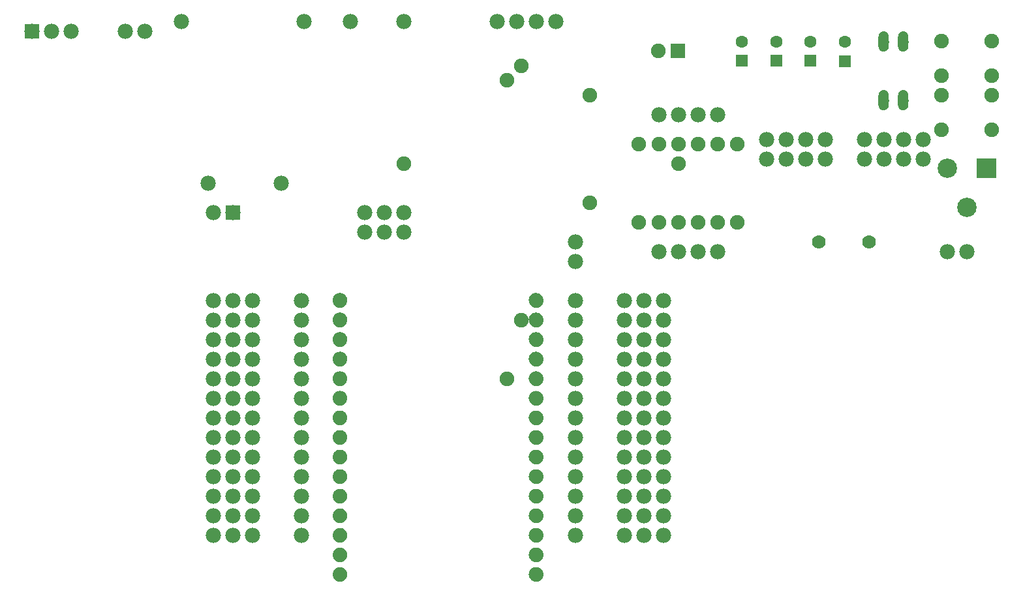
<source format=gtl>
G04 MADE WITH FRITZING*
G04 WWW.FRITZING.ORG*
G04 DOUBLE SIDED*
G04 HOLES PLATED*
G04 CONTOUR ON CENTER OF CONTOUR VECTOR*
%ASAXBY*%
%FSLAX23Y23*%
%MOIN*%
%OFA0B0*%
%SFA1.0B1.0*%
%ADD10C,0.078000*%
%ADD11C,0.075000*%
%ADD12C,0.074106*%
%ADD13C,0.099000*%
%ADD14C,0.062992*%
%ADD15C,0.074803*%
%ADD16C,0.052000*%
%ADD17C,0.070000*%
%ADD18R,0.078000X0.078000*%
%ADD19R,0.075000X0.075000*%
%ADD20R,0.099000X0.099000*%
%ADD21R,0.062992X0.062992*%
%ADD22R,0.001000X0.001000*%
%LNCOPPER1*%
G90*
G70*
G54D10*
X1439Y2439D03*
X1067Y2439D03*
X1556Y3265D03*
X928Y3265D03*
X1791Y3265D03*
X2066Y3265D03*
X166Y3215D03*
X266Y3215D03*
X366Y3215D03*
X1191Y2290D03*
X1091Y2290D03*
X641Y3215D03*
X741Y3215D03*
G54D11*
X2066Y2540D03*
X3468Y2538D03*
G54D10*
X1866Y2290D03*
X1866Y2190D03*
X2941Y2140D03*
X2941Y2040D03*
X2066Y2290D03*
X2066Y2190D03*
X1966Y2290D03*
X1966Y2190D03*
X2541Y3265D03*
X2641Y3265D03*
X2741Y3265D03*
X2841Y3265D03*
G54D11*
X2591Y1440D03*
X2591Y2965D03*
X2666Y1740D03*
X2666Y3040D03*
X3016Y2340D03*
X3016Y2890D03*
G54D10*
X4841Y2090D03*
X4941Y2090D03*
G54D11*
X3466Y3115D03*
X3366Y3115D03*
G54D12*
X2741Y439D03*
X2741Y540D03*
X2741Y640D03*
X2741Y740D03*
X2741Y840D03*
X2741Y940D03*
X2741Y1040D03*
X2741Y1140D03*
X2741Y1241D03*
X2741Y1341D03*
X2741Y1441D03*
X2741Y1541D03*
X2741Y1641D03*
X2741Y1741D03*
X2741Y1841D03*
X1740Y439D03*
X1740Y540D03*
X1740Y640D03*
X1740Y740D03*
X1740Y840D03*
X1740Y940D03*
X1740Y1040D03*
X1740Y1140D03*
X1740Y1241D03*
X1740Y1341D03*
X1740Y1441D03*
X1740Y1541D03*
X1740Y1641D03*
X1740Y1741D03*
X1740Y1841D03*
G54D10*
X1291Y1840D03*
X1291Y1740D03*
X1291Y1640D03*
X1291Y1540D03*
X1291Y1440D03*
X1291Y1340D03*
X1291Y1240D03*
X1291Y1140D03*
X1291Y1040D03*
X1291Y940D03*
X1291Y840D03*
X1291Y740D03*
X1291Y640D03*
X1191Y1840D03*
X1191Y1740D03*
X1191Y1640D03*
X1191Y1540D03*
X1191Y1440D03*
X1191Y1340D03*
X1191Y1240D03*
X1191Y1140D03*
X1191Y1040D03*
X1191Y940D03*
X1191Y840D03*
X1191Y740D03*
X1191Y640D03*
X1091Y1840D03*
X1091Y1740D03*
X1091Y1640D03*
X1091Y1540D03*
X1091Y1440D03*
X1091Y1340D03*
X1091Y1240D03*
X1091Y1140D03*
X1091Y1040D03*
X1091Y940D03*
X1091Y840D03*
X1091Y740D03*
X1091Y640D03*
X1541Y1840D03*
X1541Y1740D03*
X1541Y1640D03*
X1541Y1540D03*
X1541Y1440D03*
X1541Y1340D03*
X1541Y1240D03*
X1541Y1140D03*
X1541Y1040D03*
X1541Y940D03*
X1541Y840D03*
X1541Y740D03*
X1541Y640D03*
X3291Y1840D03*
X3291Y1740D03*
X3291Y1640D03*
X3291Y1540D03*
X3291Y1440D03*
X3291Y1340D03*
X3291Y1240D03*
X3291Y1140D03*
X3291Y1040D03*
X3291Y940D03*
X3291Y840D03*
X3291Y740D03*
X3291Y640D03*
X3391Y1840D03*
X3391Y1740D03*
X3391Y1640D03*
X3391Y1540D03*
X3391Y1440D03*
X3391Y1340D03*
X3391Y1240D03*
X3391Y1140D03*
X3391Y1040D03*
X3391Y940D03*
X3391Y840D03*
X3391Y740D03*
X3391Y640D03*
X3191Y1840D03*
X3191Y1740D03*
X3191Y1640D03*
X3191Y1540D03*
X3191Y1440D03*
X3191Y1340D03*
X3191Y1240D03*
X3191Y1140D03*
X3191Y1040D03*
X3191Y940D03*
X3191Y840D03*
X3191Y740D03*
X3191Y640D03*
X2941Y1840D03*
X2941Y1740D03*
X2941Y1640D03*
X2941Y1540D03*
X2941Y1440D03*
X2941Y1340D03*
X2941Y1240D03*
X2941Y1140D03*
X2941Y1040D03*
X2941Y940D03*
X2941Y840D03*
X2941Y740D03*
X2941Y640D03*
G54D13*
X4841Y2515D03*
X5041Y2515D03*
X4941Y2315D03*
G54D14*
X3793Y3065D03*
X3793Y3163D03*
X3968Y3065D03*
X3968Y3163D03*
X4143Y3065D03*
X4143Y3163D03*
X4318Y3063D03*
X4318Y3162D03*
G54D11*
X5068Y2713D03*
X4812Y2713D03*
X5068Y2891D03*
X4812Y2891D03*
X5068Y2988D03*
X4812Y2988D03*
X5068Y3166D03*
X4812Y3166D03*
G54D15*
X3267Y2238D03*
X3768Y2238D03*
X3668Y2238D03*
X3568Y2238D03*
X3468Y2238D03*
X3368Y2238D03*
X3267Y2638D03*
X3768Y2638D03*
X3668Y2638D03*
X3568Y2638D03*
X3468Y2638D03*
X3368Y2638D03*
G54D10*
X3668Y2788D03*
X3568Y2788D03*
X3468Y2788D03*
X3368Y2788D03*
X3668Y2088D03*
X3568Y2088D03*
X3468Y2088D03*
X3368Y2088D03*
X3918Y2563D03*
X4018Y2563D03*
X4118Y2563D03*
X4218Y2563D03*
X3918Y2663D03*
X4018Y2663D03*
X4118Y2663D03*
X4218Y2663D03*
G54D16*
X4618Y3163D03*
X4518Y3163D03*
X4518Y2863D03*
X4618Y2863D03*
X4618Y3163D03*
X4518Y3163D03*
X4518Y2863D03*
X4618Y2863D03*
G54D10*
X4418Y2663D03*
X4518Y2663D03*
X4618Y2663D03*
X4718Y2663D03*
X4418Y2563D03*
X4518Y2563D03*
X4618Y2563D03*
X4718Y2563D03*
G54D17*
X4441Y2140D03*
X4186Y2140D03*
X4441Y2140D03*
X4186Y2140D03*
G54D18*
X166Y3215D03*
X1191Y2290D03*
G54D19*
X3466Y3115D03*
G54D20*
X5041Y2515D03*
G54D21*
X3793Y3065D03*
X3968Y3065D03*
X4143Y3065D03*
X4318Y3063D03*
G54D22*
X4512Y3215D02*
X4522Y3215D01*
X4612Y3215D02*
X4622Y3215D01*
X4509Y3214D02*
X4525Y3214D01*
X4609Y3214D02*
X4625Y3214D01*
X4506Y3213D02*
X4528Y3213D01*
X4606Y3213D02*
X4627Y3213D01*
X4505Y3212D02*
X4529Y3212D01*
X4605Y3212D02*
X4629Y3212D01*
X4503Y3211D02*
X4531Y3211D01*
X4603Y3211D02*
X4631Y3211D01*
X4502Y3210D02*
X4532Y3210D01*
X4602Y3210D02*
X4632Y3210D01*
X4500Y3209D02*
X4534Y3209D01*
X4600Y3209D02*
X4634Y3209D01*
X4499Y3208D02*
X4535Y3208D01*
X4599Y3208D02*
X4635Y3208D01*
X4498Y3207D02*
X4536Y3207D01*
X4598Y3207D02*
X4636Y3207D01*
X4498Y3206D02*
X4536Y3206D01*
X4598Y3206D02*
X4636Y3206D01*
X4497Y3205D02*
X4537Y3205D01*
X4597Y3205D02*
X4637Y3205D01*
X4496Y3204D02*
X4538Y3204D01*
X4596Y3204D02*
X4638Y3204D01*
X4495Y3203D02*
X4539Y3203D01*
X4595Y3203D02*
X4639Y3203D01*
X4495Y3202D02*
X4539Y3202D01*
X4595Y3202D02*
X4639Y3202D01*
X4494Y3201D02*
X4540Y3201D01*
X4594Y3201D02*
X4640Y3201D01*
X4494Y3200D02*
X4540Y3200D01*
X4594Y3200D02*
X4640Y3200D01*
X4493Y3199D02*
X4541Y3199D01*
X4593Y3199D02*
X4641Y3199D01*
X4493Y3198D02*
X4541Y3198D01*
X4593Y3198D02*
X4641Y3198D01*
X4493Y3197D02*
X4541Y3197D01*
X4593Y3197D02*
X4641Y3197D01*
X4492Y3196D02*
X4542Y3196D01*
X4592Y3196D02*
X4642Y3196D01*
X4492Y3195D02*
X4542Y3195D01*
X4592Y3195D02*
X4642Y3195D01*
X4492Y3194D02*
X4542Y3194D01*
X4592Y3194D02*
X4642Y3194D01*
X4492Y3193D02*
X4542Y3193D01*
X4592Y3193D02*
X4642Y3193D01*
X4492Y3192D02*
X4542Y3192D01*
X4592Y3192D02*
X4642Y3192D01*
X4492Y3191D02*
X4542Y3191D01*
X4592Y3191D02*
X4642Y3191D01*
X4492Y3190D02*
X4542Y3190D01*
X4592Y3190D02*
X4642Y3190D01*
X4491Y3189D02*
X4542Y3189D01*
X4591Y3189D02*
X4642Y3189D01*
X4491Y3188D02*
X4542Y3188D01*
X4591Y3188D02*
X4642Y3188D01*
X4491Y3187D02*
X4542Y3187D01*
X4591Y3187D02*
X4642Y3187D01*
X4491Y3186D02*
X4542Y3186D01*
X4591Y3186D02*
X4642Y3186D01*
X4491Y3185D02*
X4542Y3185D01*
X4591Y3185D02*
X4642Y3185D01*
X4491Y3184D02*
X4542Y3184D01*
X4591Y3184D02*
X4642Y3184D01*
X4491Y3183D02*
X4542Y3183D01*
X4591Y3183D02*
X4642Y3183D01*
X4491Y3182D02*
X4542Y3182D01*
X4591Y3182D02*
X4642Y3182D01*
X4491Y3181D02*
X4542Y3181D01*
X4591Y3181D02*
X4642Y3181D01*
X4491Y3180D02*
X4542Y3180D01*
X4591Y3180D02*
X4642Y3180D01*
X4491Y3179D02*
X4513Y3179D01*
X4521Y3179D02*
X4542Y3179D01*
X4591Y3179D02*
X4613Y3179D01*
X4621Y3179D02*
X4642Y3179D01*
X4491Y3178D02*
X4510Y3178D01*
X4524Y3178D02*
X4542Y3178D01*
X4591Y3178D02*
X4610Y3178D01*
X4624Y3178D02*
X4642Y3178D01*
X4491Y3177D02*
X4508Y3177D01*
X4526Y3177D02*
X4542Y3177D01*
X4591Y3177D02*
X4608Y3177D01*
X4626Y3177D02*
X4642Y3177D01*
X4491Y3176D02*
X4507Y3176D01*
X4527Y3176D02*
X4542Y3176D01*
X4591Y3176D02*
X4607Y3176D01*
X4627Y3176D02*
X4642Y3176D01*
X4491Y3175D02*
X4505Y3175D01*
X4529Y3175D02*
X4542Y3175D01*
X4591Y3175D02*
X4605Y3175D01*
X4629Y3175D02*
X4642Y3175D01*
X4491Y3174D02*
X4504Y3174D01*
X4529Y3174D02*
X4542Y3174D01*
X4591Y3174D02*
X4604Y3174D01*
X4629Y3174D02*
X4642Y3174D01*
X4491Y3173D02*
X4504Y3173D01*
X4530Y3173D02*
X4542Y3173D01*
X4591Y3173D02*
X4604Y3173D01*
X4630Y3173D02*
X4642Y3173D01*
X4491Y3172D02*
X4503Y3172D01*
X4531Y3172D02*
X4542Y3172D01*
X4591Y3172D02*
X4603Y3172D01*
X4631Y3172D02*
X4642Y3172D01*
X4491Y3171D02*
X4502Y3171D01*
X4532Y3171D02*
X4542Y3171D01*
X4591Y3171D02*
X4602Y3171D01*
X4632Y3171D02*
X4642Y3171D01*
X4491Y3170D02*
X4502Y3170D01*
X4532Y3170D02*
X4542Y3170D01*
X4591Y3170D02*
X4602Y3170D01*
X4632Y3170D02*
X4642Y3170D01*
X4491Y3169D02*
X4502Y3169D01*
X4532Y3169D02*
X4542Y3169D01*
X4591Y3169D02*
X4602Y3169D01*
X4632Y3169D02*
X4642Y3169D01*
X4491Y3168D02*
X4501Y3168D01*
X4533Y3168D02*
X4542Y3168D01*
X4591Y3168D02*
X4601Y3168D01*
X4633Y3168D02*
X4642Y3168D01*
X4491Y3167D02*
X4501Y3167D01*
X4533Y3167D02*
X4542Y3167D01*
X4591Y3167D02*
X4601Y3167D01*
X4633Y3167D02*
X4642Y3167D01*
X4491Y3166D02*
X4501Y3166D01*
X4533Y3166D02*
X4542Y3166D01*
X4591Y3166D02*
X4601Y3166D01*
X4633Y3166D02*
X4642Y3166D01*
X4491Y3165D02*
X4501Y3165D01*
X4533Y3165D02*
X4542Y3165D01*
X4591Y3165D02*
X4601Y3165D01*
X4633Y3165D02*
X4642Y3165D01*
X4491Y3164D02*
X4501Y3164D01*
X4533Y3164D02*
X4542Y3164D01*
X4591Y3164D02*
X4601Y3164D01*
X4633Y3164D02*
X4642Y3164D01*
X4491Y3163D02*
X4501Y3163D01*
X4533Y3163D02*
X4542Y3163D01*
X4591Y3163D02*
X4601Y3163D01*
X4633Y3163D02*
X4642Y3163D01*
X4491Y3162D02*
X4501Y3162D01*
X4533Y3162D02*
X4542Y3162D01*
X4591Y3162D02*
X4601Y3162D01*
X4633Y3162D02*
X4642Y3162D01*
X4491Y3161D02*
X4501Y3161D01*
X4533Y3161D02*
X4542Y3161D01*
X4591Y3161D02*
X4601Y3161D01*
X4633Y3161D02*
X4642Y3161D01*
X4491Y3160D02*
X4501Y3160D01*
X4533Y3160D02*
X4542Y3160D01*
X4591Y3160D02*
X4601Y3160D01*
X4633Y3160D02*
X4642Y3160D01*
X4491Y3159D02*
X4501Y3159D01*
X4533Y3159D02*
X4542Y3159D01*
X4591Y3159D02*
X4601Y3159D01*
X4633Y3159D02*
X4642Y3159D01*
X4491Y3158D02*
X4502Y3158D01*
X4532Y3158D02*
X4542Y3158D01*
X4591Y3158D02*
X4602Y3158D01*
X4632Y3158D02*
X4642Y3158D01*
X4491Y3157D02*
X4502Y3157D01*
X4532Y3157D02*
X4542Y3157D01*
X4591Y3157D02*
X4602Y3157D01*
X4632Y3157D02*
X4642Y3157D01*
X4491Y3156D02*
X4502Y3156D01*
X4532Y3156D02*
X4542Y3156D01*
X4591Y3156D02*
X4602Y3156D01*
X4632Y3156D02*
X4642Y3156D01*
X4491Y3155D02*
X4503Y3155D01*
X4531Y3155D02*
X4542Y3155D01*
X4591Y3155D02*
X4603Y3155D01*
X4631Y3155D02*
X4642Y3155D01*
X4491Y3154D02*
X4504Y3154D01*
X4530Y3154D02*
X4542Y3154D01*
X4591Y3154D02*
X4604Y3154D01*
X4630Y3154D02*
X4642Y3154D01*
X4491Y3153D02*
X4505Y3153D01*
X4529Y3153D02*
X4542Y3153D01*
X4591Y3153D02*
X4605Y3153D01*
X4629Y3153D02*
X4642Y3153D01*
X4491Y3152D02*
X4505Y3152D01*
X4528Y3152D02*
X4542Y3152D01*
X4591Y3152D02*
X4605Y3152D01*
X4628Y3152D02*
X4642Y3152D01*
X4491Y3151D02*
X4507Y3151D01*
X4527Y3151D02*
X4542Y3151D01*
X4591Y3151D02*
X4607Y3151D01*
X4627Y3151D02*
X4642Y3151D01*
X4491Y3150D02*
X4508Y3150D01*
X4526Y3150D02*
X4542Y3150D01*
X4591Y3150D02*
X4608Y3150D01*
X4626Y3150D02*
X4642Y3150D01*
X4491Y3149D02*
X4510Y3149D01*
X4524Y3149D02*
X4542Y3149D01*
X4591Y3149D02*
X4610Y3149D01*
X4624Y3149D02*
X4642Y3149D01*
X4491Y3148D02*
X4513Y3148D01*
X4521Y3148D02*
X4542Y3148D01*
X4591Y3148D02*
X4613Y3148D01*
X4621Y3148D02*
X4642Y3148D01*
X4491Y3147D02*
X4542Y3147D01*
X4591Y3147D02*
X4642Y3147D01*
X4491Y3146D02*
X4542Y3146D01*
X4591Y3146D02*
X4642Y3146D01*
X4491Y3145D02*
X4542Y3145D01*
X4591Y3145D02*
X4642Y3145D01*
X4491Y3144D02*
X4542Y3144D01*
X4591Y3144D02*
X4642Y3144D01*
X4491Y3143D02*
X4542Y3143D01*
X4591Y3143D02*
X4642Y3143D01*
X4491Y3142D02*
X4542Y3142D01*
X4591Y3142D02*
X4642Y3142D01*
X4491Y3141D02*
X4542Y3141D01*
X4591Y3141D02*
X4642Y3141D01*
X4491Y3140D02*
X4542Y3140D01*
X4591Y3140D02*
X4642Y3140D01*
X4491Y3139D02*
X4542Y3139D01*
X4591Y3139D02*
X4642Y3139D01*
X4491Y3138D02*
X4542Y3138D01*
X4591Y3138D02*
X4642Y3138D01*
X4492Y3137D02*
X4542Y3137D01*
X4592Y3137D02*
X4642Y3137D01*
X4492Y3136D02*
X4542Y3136D01*
X4592Y3136D02*
X4642Y3136D01*
X4492Y3135D02*
X4542Y3135D01*
X4592Y3135D02*
X4642Y3135D01*
X4492Y3134D02*
X4542Y3134D01*
X4592Y3134D02*
X4642Y3134D01*
X4492Y3133D02*
X4542Y3133D01*
X4592Y3133D02*
X4642Y3133D01*
X4492Y3132D02*
X4542Y3132D01*
X4592Y3132D02*
X4642Y3132D01*
X4492Y3131D02*
X4542Y3131D01*
X4592Y3131D02*
X4642Y3131D01*
X4493Y3130D02*
X4541Y3130D01*
X4593Y3130D02*
X4641Y3130D01*
X4493Y3129D02*
X4541Y3129D01*
X4593Y3129D02*
X4641Y3129D01*
X4493Y3128D02*
X4541Y3128D01*
X4593Y3128D02*
X4641Y3128D01*
X4494Y3127D02*
X4540Y3127D01*
X4594Y3127D02*
X4640Y3127D01*
X4494Y3126D02*
X4540Y3126D01*
X4594Y3126D02*
X4640Y3126D01*
X4495Y3125D02*
X4539Y3125D01*
X4595Y3125D02*
X4639Y3125D01*
X4495Y3124D02*
X4539Y3124D01*
X4595Y3124D02*
X4639Y3124D01*
X4496Y3123D02*
X4538Y3123D01*
X4596Y3123D02*
X4638Y3123D01*
X4497Y3122D02*
X4537Y3122D01*
X4597Y3122D02*
X4637Y3122D01*
X4498Y3121D02*
X4536Y3121D01*
X4598Y3121D02*
X4636Y3121D01*
X4498Y3120D02*
X4536Y3120D01*
X4598Y3120D02*
X4636Y3120D01*
X4499Y3119D02*
X4535Y3119D01*
X4599Y3119D02*
X4635Y3119D01*
X4500Y3118D02*
X4533Y3118D01*
X4600Y3118D02*
X4633Y3118D01*
X4502Y3117D02*
X4532Y3117D01*
X4602Y3117D02*
X4632Y3117D01*
X4503Y3116D02*
X4531Y3116D01*
X4603Y3116D02*
X4631Y3116D01*
X4505Y3115D02*
X4529Y3115D01*
X4605Y3115D02*
X4629Y3115D01*
X4507Y3114D02*
X4527Y3114D01*
X4607Y3114D02*
X4627Y3114D01*
X4509Y3113D02*
X4525Y3113D01*
X4609Y3113D02*
X4625Y3113D01*
X4513Y3112D02*
X4521Y3112D01*
X4613Y3112D02*
X4621Y3112D01*
X4512Y2915D02*
X4522Y2915D01*
X4612Y2915D02*
X4622Y2915D01*
X4509Y2914D02*
X4525Y2914D01*
X4609Y2914D02*
X4625Y2914D01*
X4506Y2913D02*
X4528Y2913D01*
X4606Y2913D02*
X4628Y2913D01*
X4505Y2912D02*
X4529Y2912D01*
X4605Y2912D02*
X4629Y2912D01*
X4503Y2911D02*
X4531Y2911D01*
X4603Y2911D02*
X4631Y2911D01*
X4502Y2910D02*
X4532Y2910D01*
X4602Y2910D02*
X4632Y2910D01*
X4500Y2909D02*
X4534Y2909D01*
X4600Y2909D02*
X4634Y2909D01*
X4499Y2908D02*
X4535Y2908D01*
X4599Y2908D02*
X4635Y2908D01*
X4498Y2907D02*
X4536Y2907D01*
X4598Y2907D02*
X4636Y2907D01*
X4497Y2906D02*
X4536Y2906D01*
X4597Y2906D02*
X4636Y2906D01*
X4497Y2905D02*
X4537Y2905D01*
X4597Y2905D02*
X4637Y2905D01*
X4496Y2904D02*
X4538Y2904D01*
X4596Y2904D02*
X4638Y2904D01*
X4495Y2903D02*
X4539Y2903D01*
X4595Y2903D02*
X4639Y2903D01*
X4495Y2902D02*
X4539Y2902D01*
X4595Y2902D02*
X4639Y2902D01*
X4494Y2901D02*
X4540Y2901D01*
X4594Y2901D02*
X4640Y2901D01*
X4494Y2900D02*
X4540Y2900D01*
X4594Y2900D02*
X4640Y2900D01*
X4493Y2899D02*
X4541Y2899D01*
X4593Y2899D02*
X4641Y2899D01*
X4493Y2898D02*
X4541Y2898D01*
X4593Y2898D02*
X4641Y2898D01*
X4493Y2897D02*
X4541Y2897D01*
X4593Y2897D02*
X4641Y2897D01*
X4492Y2896D02*
X4542Y2896D01*
X4592Y2896D02*
X4642Y2896D01*
X4492Y2895D02*
X4542Y2895D01*
X4592Y2895D02*
X4642Y2895D01*
X4492Y2894D02*
X4542Y2894D01*
X4592Y2894D02*
X4642Y2894D01*
X4492Y2893D02*
X4542Y2893D01*
X4592Y2893D02*
X4642Y2893D01*
X4492Y2892D02*
X4542Y2892D01*
X4592Y2892D02*
X4642Y2892D01*
X4492Y2891D02*
X4542Y2891D01*
X4592Y2891D02*
X4642Y2891D01*
X4492Y2890D02*
X4542Y2890D01*
X4592Y2890D02*
X4642Y2890D01*
X4491Y2889D02*
X4542Y2889D01*
X4591Y2889D02*
X4642Y2889D01*
X4491Y2888D02*
X4542Y2888D01*
X4591Y2888D02*
X4642Y2888D01*
X4491Y2887D02*
X4542Y2887D01*
X4591Y2887D02*
X4642Y2887D01*
X4491Y2886D02*
X4542Y2886D01*
X4591Y2886D02*
X4642Y2886D01*
X4491Y2885D02*
X4542Y2885D01*
X4591Y2885D02*
X4642Y2885D01*
X4491Y2884D02*
X4542Y2884D01*
X4591Y2884D02*
X4642Y2884D01*
X4491Y2883D02*
X4542Y2883D01*
X4591Y2883D02*
X4642Y2883D01*
X4491Y2882D02*
X4542Y2882D01*
X4591Y2882D02*
X4642Y2882D01*
X4491Y2881D02*
X4542Y2881D01*
X4591Y2881D02*
X4642Y2881D01*
X4491Y2880D02*
X4542Y2880D01*
X4591Y2880D02*
X4642Y2880D01*
X4491Y2879D02*
X4512Y2879D01*
X4522Y2879D02*
X4542Y2879D01*
X4591Y2879D02*
X4612Y2879D01*
X4622Y2879D02*
X4642Y2879D01*
X4491Y2878D02*
X4510Y2878D01*
X4524Y2878D02*
X4542Y2878D01*
X4591Y2878D02*
X4610Y2878D01*
X4624Y2878D02*
X4642Y2878D01*
X4491Y2877D02*
X4508Y2877D01*
X4526Y2877D02*
X4542Y2877D01*
X4591Y2877D02*
X4608Y2877D01*
X4626Y2877D02*
X4642Y2877D01*
X4491Y2876D02*
X4507Y2876D01*
X4527Y2876D02*
X4542Y2876D01*
X4591Y2876D02*
X4607Y2876D01*
X4627Y2876D02*
X4642Y2876D01*
X4491Y2875D02*
X4505Y2875D01*
X4529Y2875D02*
X4542Y2875D01*
X4591Y2875D02*
X4605Y2875D01*
X4629Y2875D02*
X4642Y2875D01*
X4491Y2874D02*
X4504Y2874D01*
X4530Y2874D02*
X4542Y2874D01*
X4591Y2874D02*
X4604Y2874D01*
X4630Y2874D02*
X4642Y2874D01*
X4491Y2873D02*
X4504Y2873D01*
X4530Y2873D02*
X4542Y2873D01*
X4591Y2873D02*
X4604Y2873D01*
X4630Y2873D02*
X4642Y2873D01*
X4491Y2872D02*
X4503Y2872D01*
X4531Y2872D02*
X4542Y2872D01*
X4591Y2872D02*
X4603Y2872D01*
X4631Y2872D02*
X4642Y2872D01*
X4491Y2871D02*
X4502Y2871D01*
X4532Y2871D02*
X4542Y2871D01*
X4591Y2871D02*
X4602Y2871D01*
X4632Y2871D02*
X4642Y2871D01*
X4491Y2870D02*
X4502Y2870D01*
X4532Y2870D02*
X4542Y2870D01*
X4591Y2870D02*
X4602Y2870D01*
X4632Y2870D02*
X4642Y2870D01*
X4491Y2869D02*
X4501Y2869D01*
X4532Y2869D02*
X4542Y2869D01*
X4591Y2869D02*
X4601Y2869D01*
X4632Y2869D02*
X4642Y2869D01*
X4491Y2868D02*
X4501Y2868D01*
X4533Y2868D02*
X4542Y2868D01*
X4591Y2868D02*
X4601Y2868D01*
X4633Y2868D02*
X4642Y2868D01*
X4491Y2867D02*
X4501Y2867D01*
X4533Y2867D02*
X4542Y2867D01*
X4591Y2867D02*
X4601Y2867D01*
X4633Y2867D02*
X4642Y2867D01*
X4491Y2866D02*
X4501Y2866D01*
X4533Y2866D02*
X4542Y2866D01*
X4591Y2866D02*
X4601Y2866D01*
X4633Y2866D02*
X4642Y2866D01*
X4491Y2865D02*
X4501Y2865D01*
X4533Y2865D02*
X4542Y2865D01*
X4591Y2865D02*
X4601Y2865D01*
X4633Y2865D02*
X4642Y2865D01*
X4491Y2864D02*
X4501Y2864D01*
X4533Y2864D02*
X4542Y2864D01*
X4591Y2864D02*
X4601Y2864D01*
X4633Y2864D02*
X4642Y2864D01*
X4491Y2863D02*
X4501Y2863D01*
X4533Y2863D02*
X4542Y2863D01*
X4591Y2863D02*
X4601Y2863D01*
X4633Y2863D02*
X4642Y2863D01*
X4491Y2862D02*
X4501Y2862D01*
X4533Y2862D02*
X4542Y2862D01*
X4591Y2862D02*
X4601Y2862D01*
X4633Y2862D02*
X4642Y2862D01*
X4491Y2861D02*
X4501Y2861D01*
X4533Y2861D02*
X4542Y2861D01*
X4591Y2861D02*
X4601Y2861D01*
X4633Y2861D02*
X4642Y2861D01*
X4491Y2860D02*
X4501Y2860D01*
X4533Y2860D02*
X4542Y2860D01*
X4591Y2860D02*
X4601Y2860D01*
X4633Y2860D02*
X4642Y2860D01*
X4491Y2859D02*
X4501Y2859D01*
X4533Y2859D02*
X4542Y2859D01*
X4591Y2859D02*
X4601Y2859D01*
X4633Y2859D02*
X4642Y2859D01*
X4491Y2858D02*
X4502Y2858D01*
X4532Y2858D02*
X4542Y2858D01*
X4591Y2858D02*
X4602Y2858D01*
X4632Y2858D02*
X4642Y2858D01*
X4491Y2857D02*
X4502Y2857D01*
X4532Y2857D02*
X4542Y2857D01*
X4591Y2857D02*
X4602Y2857D01*
X4632Y2857D02*
X4642Y2857D01*
X4491Y2856D02*
X4502Y2856D01*
X4531Y2856D02*
X4542Y2856D01*
X4591Y2856D02*
X4602Y2856D01*
X4631Y2856D02*
X4642Y2856D01*
X4491Y2855D02*
X4503Y2855D01*
X4531Y2855D02*
X4542Y2855D01*
X4591Y2855D02*
X4603Y2855D01*
X4631Y2855D02*
X4642Y2855D01*
X4491Y2854D02*
X4504Y2854D01*
X4530Y2854D02*
X4542Y2854D01*
X4591Y2854D02*
X4604Y2854D01*
X4630Y2854D02*
X4642Y2854D01*
X4491Y2853D02*
X4505Y2853D01*
X4529Y2853D02*
X4542Y2853D01*
X4591Y2853D02*
X4605Y2853D01*
X4629Y2853D02*
X4642Y2853D01*
X4491Y2852D02*
X4506Y2852D01*
X4528Y2852D02*
X4542Y2852D01*
X4591Y2852D02*
X4606Y2852D01*
X4628Y2852D02*
X4642Y2852D01*
X4491Y2851D02*
X4507Y2851D01*
X4527Y2851D02*
X4542Y2851D01*
X4591Y2851D02*
X4607Y2851D01*
X4627Y2851D02*
X4642Y2851D01*
X4491Y2850D02*
X4508Y2850D01*
X4526Y2850D02*
X4542Y2850D01*
X4591Y2850D02*
X4608Y2850D01*
X4626Y2850D02*
X4642Y2850D01*
X4491Y2849D02*
X4510Y2849D01*
X4524Y2849D02*
X4542Y2849D01*
X4591Y2849D02*
X4610Y2849D01*
X4624Y2849D02*
X4642Y2849D01*
X4491Y2848D02*
X4513Y2848D01*
X4521Y2848D02*
X4542Y2848D01*
X4591Y2848D02*
X4613Y2848D01*
X4621Y2848D02*
X4642Y2848D01*
X4491Y2847D02*
X4542Y2847D01*
X4591Y2847D02*
X4642Y2847D01*
X4491Y2846D02*
X4542Y2846D01*
X4591Y2846D02*
X4642Y2846D01*
X4491Y2845D02*
X4542Y2845D01*
X4591Y2845D02*
X4642Y2845D01*
X4491Y2844D02*
X4542Y2844D01*
X4591Y2844D02*
X4642Y2844D01*
X4491Y2843D02*
X4542Y2843D01*
X4591Y2843D02*
X4642Y2843D01*
X4491Y2842D02*
X4542Y2842D01*
X4591Y2842D02*
X4642Y2842D01*
X4491Y2841D02*
X4542Y2841D01*
X4591Y2841D02*
X4642Y2841D01*
X4491Y2840D02*
X4542Y2840D01*
X4591Y2840D02*
X4642Y2840D01*
X4491Y2839D02*
X4542Y2839D01*
X4591Y2839D02*
X4642Y2839D01*
X4491Y2838D02*
X4542Y2838D01*
X4591Y2838D02*
X4642Y2838D01*
X4492Y2837D02*
X4542Y2837D01*
X4592Y2837D02*
X4642Y2837D01*
X4492Y2836D02*
X4542Y2836D01*
X4592Y2836D02*
X4642Y2836D01*
X4492Y2835D02*
X4542Y2835D01*
X4592Y2835D02*
X4642Y2835D01*
X4492Y2834D02*
X4542Y2834D01*
X4592Y2834D02*
X4642Y2834D01*
X4492Y2833D02*
X4542Y2833D01*
X4592Y2833D02*
X4642Y2833D01*
X4492Y2832D02*
X4542Y2832D01*
X4592Y2832D02*
X4642Y2832D01*
X4492Y2831D02*
X4542Y2831D01*
X4592Y2831D02*
X4642Y2831D01*
X4493Y2830D02*
X4541Y2830D01*
X4593Y2830D02*
X4641Y2830D01*
X4493Y2829D02*
X4541Y2829D01*
X4593Y2829D02*
X4641Y2829D01*
X4493Y2828D02*
X4541Y2828D01*
X4593Y2828D02*
X4641Y2828D01*
X4494Y2827D02*
X4540Y2827D01*
X4594Y2827D02*
X4640Y2827D01*
X4494Y2826D02*
X4540Y2826D01*
X4594Y2826D02*
X4640Y2826D01*
X4495Y2825D02*
X4539Y2825D01*
X4595Y2825D02*
X4639Y2825D01*
X4495Y2824D02*
X4539Y2824D01*
X4595Y2824D02*
X4639Y2824D01*
X4496Y2823D02*
X4538Y2823D01*
X4596Y2823D02*
X4638Y2823D01*
X4497Y2822D02*
X4537Y2822D01*
X4597Y2822D02*
X4637Y2822D01*
X4498Y2821D02*
X4536Y2821D01*
X4598Y2821D02*
X4636Y2821D01*
X4498Y2820D02*
X4536Y2820D01*
X4598Y2820D02*
X4636Y2820D01*
X4499Y2819D02*
X4535Y2819D01*
X4599Y2819D02*
X4635Y2819D01*
X4501Y2818D02*
X4533Y2818D01*
X4601Y2818D02*
X4633Y2818D01*
X4502Y2817D02*
X4532Y2817D01*
X4602Y2817D02*
X4632Y2817D01*
X4503Y2816D02*
X4531Y2816D01*
X4603Y2816D02*
X4631Y2816D01*
X4505Y2815D02*
X4529Y2815D01*
X4605Y2815D02*
X4629Y2815D01*
X4507Y2814D02*
X4527Y2814D01*
X4607Y2814D02*
X4627Y2814D01*
X4509Y2813D02*
X4525Y2813D01*
X4609Y2813D02*
X4625Y2813D01*
X4513Y2812D02*
X4521Y2812D01*
X4613Y2812D02*
X4621Y2812D01*
X1733Y1878D02*
X1746Y1878D01*
X2734Y1878D02*
X2747Y1878D01*
X1729Y1877D02*
X1750Y1877D01*
X2731Y1877D02*
X2751Y1877D01*
X1726Y1876D02*
X1752Y1876D01*
X2728Y1876D02*
X2754Y1876D01*
X1724Y1875D02*
X1755Y1875D01*
X2726Y1875D02*
X2756Y1875D01*
X1722Y1874D02*
X1757Y1874D01*
X2723Y1874D02*
X2758Y1874D01*
X1720Y1873D02*
X1758Y1873D01*
X2722Y1873D02*
X2760Y1873D01*
X1719Y1872D02*
X1760Y1872D01*
X2720Y1872D02*
X2762Y1872D01*
X1717Y1871D02*
X1761Y1871D01*
X2719Y1871D02*
X2763Y1871D01*
X1716Y1870D02*
X1763Y1870D01*
X2717Y1870D02*
X2764Y1870D01*
X1715Y1869D02*
X1764Y1869D01*
X2716Y1869D02*
X2765Y1869D01*
X1714Y1868D02*
X1765Y1868D01*
X2715Y1868D02*
X2766Y1868D01*
X1713Y1867D02*
X1766Y1867D01*
X2714Y1867D02*
X2767Y1867D01*
X1712Y1866D02*
X1767Y1866D01*
X2713Y1866D02*
X2768Y1866D01*
X1711Y1865D02*
X1768Y1865D01*
X2713Y1865D02*
X2769Y1865D01*
X1710Y1864D02*
X1768Y1864D01*
X2712Y1864D02*
X2770Y1864D01*
X1710Y1863D02*
X1769Y1863D01*
X2711Y1863D02*
X2771Y1863D01*
X1709Y1862D02*
X1770Y1862D01*
X2710Y1862D02*
X2771Y1862D01*
X1708Y1861D02*
X1770Y1861D01*
X2710Y1861D02*
X2772Y1861D01*
X1708Y1860D02*
X1771Y1860D01*
X2709Y1860D02*
X2772Y1860D01*
X1707Y1859D02*
X1736Y1859D01*
X1743Y1859D02*
X1772Y1859D01*
X2709Y1859D02*
X2737Y1859D01*
X2745Y1859D02*
X2773Y1859D01*
X1707Y1858D02*
X1732Y1858D01*
X1747Y1858D02*
X1772Y1858D01*
X2708Y1858D02*
X2733Y1858D01*
X2748Y1858D02*
X2773Y1858D01*
X1706Y1857D02*
X1730Y1857D01*
X1749Y1857D02*
X1772Y1857D01*
X2708Y1857D02*
X2732Y1857D01*
X2750Y1857D02*
X2774Y1857D01*
X1706Y1856D02*
X1729Y1856D01*
X1750Y1856D02*
X1773Y1856D01*
X2707Y1856D02*
X2730Y1856D01*
X2752Y1856D02*
X2774Y1856D01*
X1706Y1855D02*
X1728Y1855D01*
X1751Y1855D02*
X1773Y1855D01*
X2707Y1855D02*
X2729Y1855D01*
X2753Y1855D02*
X2775Y1855D01*
X1705Y1854D02*
X1726Y1854D01*
X1752Y1854D02*
X1774Y1854D01*
X2707Y1854D02*
X2728Y1854D01*
X2754Y1854D02*
X2775Y1854D01*
X1705Y1853D02*
X1726Y1853D01*
X1753Y1853D02*
X1774Y1853D01*
X2706Y1853D02*
X2727Y1853D01*
X2755Y1853D02*
X2775Y1853D01*
X1705Y1852D02*
X1725Y1852D01*
X1754Y1852D02*
X1774Y1852D01*
X2706Y1852D02*
X2726Y1852D01*
X2756Y1852D02*
X2776Y1852D01*
X1704Y1851D02*
X1724Y1851D01*
X1755Y1851D02*
X1775Y1851D01*
X2706Y1851D02*
X2725Y1851D01*
X2756Y1851D02*
X2776Y1851D01*
X1704Y1850D02*
X1723Y1850D01*
X1755Y1850D02*
X1775Y1850D01*
X2705Y1850D02*
X2725Y1850D01*
X2757Y1850D02*
X2776Y1850D01*
X1704Y1849D02*
X1723Y1849D01*
X1756Y1849D02*
X1775Y1849D01*
X2705Y1849D02*
X2724Y1849D01*
X2757Y1849D02*
X2777Y1849D01*
X1704Y1848D02*
X1722Y1848D01*
X1756Y1848D02*
X1775Y1848D01*
X2705Y1848D02*
X2724Y1848D01*
X2758Y1848D02*
X2777Y1848D01*
X1703Y1847D02*
X1722Y1847D01*
X1757Y1847D02*
X1775Y1847D01*
X2705Y1847D02*
X2724Y1847D01*
X2758Y1847D02*
X2777Y1847D01*
X1703Y1846D02*
X1722Y1846D01*
X1757Y1846D02*
X1776Y1846D01*
X2705Y1846D02*
X2723Y1846D01*
X2758Y1846D02*
X2777Y1846D01*
X1703Y1845D02*
X1722Y1845D01*
X1757Y1845D02*
X1776Y1845D01*
X2704Y1845D02*
X2723Y1845D01*
X2759Y1845D02*
X2777Y1845D01*
X1703Y1844D02*
X1722Y1844D01*
X1757Y1844D02*
X1776Y1844D01*
X2704Y1844D02*
X2723Y1844D01*
X2759Y1844D02*
X2777Y1844D01*
X1703Y1843D02*
X1722Y1843D01*
X1757Y1843D02*
X1776Y1843D01*
X2704Y1843D02*
X2723Y1843D01*
X2759Y1843D02*
X2777Y1843D01*
X1703Y1842D02*
X1721Y1842D01*
X1757Y1842D02*
X1776Y1842D01*
X2704Y1842D02*
X2723Y1842D01*
X2759Y1842D02*
X2777Y1842D01*
X1703Y1841D02*
X1721Y1841D01*
X1757Y1841D02*
X1776Y1841D01*
X2704Y1841D02*
X2723Y1841D01*
X2759Y1841D02*
X2777Y1841D01*
X1703Y1840D02*
X1722Y1840D01*
X1757Y1840D02*
X1776Y1840D01*
X2704Y1840D02*
X2723Y1840D01*
X2759Y1840D02*
X2777Y1840D01*
X1703Y1839D02*
X1722Y1839D01*
X1757Y1839D02*
X1776Y1839D01*
X2704Y1839D02*
X2723Y1839D01*
X2759Y1839D02*
X2777Y1839D01*
X1703Y1838D02*
X1722Y1838D01*
X1757Y1838D02*
X1776Y1838D01*
X2705Y1838D02*
X2723Y1838D01*
X2759Y1838D02*
X2777Y1838D01*
X1703Y1837D02*
X1722Y1837D01*
X1757Y1837D02*
X1776Y1837D01*
X2705Y1837D02*
X2723Y1837D01*
X2758Y1837D02*
X2777Y1837D01*
X1703Y1836D02*
X1722Y1836D01*
X1757Y1836D02*
X1775Y1836D01*
X2705Y1836D02*
X2724Y1836D01*
X2758Y1836D02*
X2777Y1836D01*
X1704Y1835D02*
X1723Y1835D01*
X1756Y1835D02*
X1775Y1835D01*
X2705Y1835D02*
X2724Y1835D01*
X2758Y1835D02*
X2777Y1835D01*
X1704Y1834D02*
X1723Y1834D01*
X1756Y1834D02*
X1775Y1834D01*
X2705Y1834D02*
X2725Y1834D01*
X2757Y1834D02*
X2776Y1834D01*
X1704Y1833D02*
X1724Y1833D01*
X1755Y1833D02*
X1775Y1833D01*
X2706Y1833D02*
X2725Y1833D01*
X2757Y1833D02*
X2776Y1833D01*
X1704Y1832D02*
X1724Y1832D01*
X1755Y1832D02*
X1774Y1832D01*
X2706Y1832D02*
X2726Y1832D01*
X2756Y1832D02*
X2776Y1832D01*
X1705Y1831D02*
X1725Y1831D01*
X1754Y1831D02*
X1774Y1831D01*
X2706Y1831D02*
X2727Y1831D01*
X2755Y1831D02*
X2776Y1831D01*
X1705Y1830D02*
X1726Y1830D01*
X1753Y1830D02*
X1774Y1830D01*
X2706Y1830D02*
X2727Y1830D01*
X2754Y1830D02*
X2775Y1830D01*
X1705Y1829D02*
X1727Y1829D01*
X1752Y1829D02*
X1774Y1829D01*
X2707Y1829D02*
X2728Y1829D01*
X2753Y1829D02*
X2775Y1829D01*
X1706Y1828D02*
X1728Y1828D01*
X1751Y1828D02*
X1773Y1828D01*
X2707Y1828D02*
X2730Y1828D01*
X2752Y1828D02*
X2775Y1828D01*
X1706Y1827D02*
X1729Y1827D01*
X1750Y1827D02*
X1773Y1827D01*
X2708Y1827D02*
X2731Y1827D01*
X2751Y1827D02*
X2774Y1827D01*
X1707Y1826D02*
X1731Y1826D01*
X1748Y1826D02*
X1772Y1826D01*
X2708Y1826D02*
X2732Y1826D01*
X2749Y1826D02*
X2774Y1826D01*
X1707Y1825D02*
X1733Y1825D01*
X1745Y1825D02*
X1772Y1825D01*
X2709Y1825D02*
X2735Y1825D01*
X2747Y1825D02*
X2773Y1825D01*
X1708Y1824D02*
X1771Y1824D01*
X2709Y1824D02*
X2773Y1824D01*
X1708Y1823D02*
X1771Y1823D01*
X2710Y1823D02*
X2772Y1823D01*
X1709Y1822D02*
X1770Y1822D01*
X2710Y1822D02*
X2772Y1822D01*
X1709Y1821D02*
X1769Y1821D01*
X2711Y1821D02*
X2771Y1821D01*
X1710Y1820D02*
X1769Y1820D01*
X2711Y1820D02*
X2770Y1820D01*
X1711Y1819D02*
X1768Y1819D01*
X2712Y1819D02*
X2769Y1819D01*
X1712Y1818D02*
X1767Y1818D01*
X2713Y1818D02*
X2769Y1818D01*
X1712Y1817D02*
X1766Y1817D01*
X2714Y1817D02*
X2768Y1817D01*
X1713Y1816D02*
X1766Y1816D01*
X2715Y1816D02*
X2767Y1816D01*
X1714Y1815D02*
X1765Y1815D01*
X2716Y1815D02*
X2766Y1815D01*
X1715Y1814D02*
X1763Y1814D01*
X2717Y1814D02*
X2765Y1814D01*
X1717Y1813D02*
X1762Y1813D01*
X2718Y1813D02*
X2764Y1813D01*
X1718Y1812D02*
X1761Y1812D01*
X2719Y1812D02*
X2762Y1812D01*
X1719Y1811D02*
X1759Y1811D01*
X2721Y1811D02*
X2761Y1811D01*
X1721Y1810D02*
X1758Y1810D01*
X2723Y1810D02*
X2759Y1810D01*
X1723Y1809D02*
X1756Y1809D01*
X2724Y1809D02*
X2757Y1809D01*
X1725Y1808D02*
X1754Y1808D01*
X2727Y1808D02*
X2755Y1808D01*
X1728Y1807D02*
X1751Y1807D01*
X2729Y1807D02*
X2753Y1807D01*
X1731Y1806D02*
X1748Y1806D01*
X2732Y1806D02*
X2749Y1806D01*
X1736Y1805D02*
X1743Y1805D01*
X2737Y1805D02*
X2745Y1805D01*
X1734Y1778D02*
X1745Y1778D01*
X2735Y1778D02*
X2747Y1778D01*
X1730Y1777D02*
X1749Y1777D01*
X2731Y1777D02*
X2751Y1777D01*
X1727Y1776D02*
X1752Y1776D01*
X2728Y1776D02*
X2754Y1776D01*
X1724Y1775D02*
X1754Y1775D01*
X2726Y1775D02*
X2756Y1775D01*
X1722Y1774D02*
X1757Y1774D01*
X2724Y1774D02*
X2758Y1774D01*
X1721Y1773D02*
X1758Y1773D01*
X2722Y1773D02*
X2760Y1773D01*
X1719Y1772D02*
X1760Y1772D01*
X2720Y1772D02*
X2761Y1772D01*
X1718Y1771D02*
X1761Y1771D01*
X2719Y1771D02*
X2763Y1771D01*
X1716Y1770D02*
X1763Y1770D01*
X2718Y1770D02*
X2764Y1770D01*
X1715Y1769D02*
X1764Y1769D01*
X2716Y1769D02*
X2765Y1769D01*
X1714Y1768D02*
X1765Y1768D01*
X2715Y1768D02*
X2766Y1768D01*
X1713Y1767D02*
X1766Y1767D01*
X2714Y1767D02*
X2767Y1767D01*
X1712Y1766D02*
X1767Y1766D01*
X2714Y1766D02*
X2768Y1766D01*
X1711Y1765D02*
X1768Y1765D01*
X2713Y1765D02*
X2769Y1765D01*
X1711Y1764D02*
X1768Y1764D01*
X2712Y1764D02*
X2770Y1764D01*
X1710Y1763D02*
X1769Y1763D01*
X2711Y1763D02*
X2770Y1763D01*
X1709Y1762D02*
X1770Y1762D01*
X2711Y1762D02*
X2771Y1762D01*
X1709Y1761D02*
X1770Y1761D01*
X2710Y1761D02*
X2772Y1761D01*
X1708Y1760D02*
X1771Y1760D01*
X2709Y1760D02*
X2772Y1760D01*
X1707Y1759D02*
X1737Y1759D01*
X1742Y1759D02*
X1771Y1759D01*
X2709Y1759D02*
X2739Y1759D01*
X2743Y1759D02*
X2773Y1759D01*
X1707Y1758D02*
X1732Y1758D01*
X1747Y1758D02*
X1772Y1758D01*
X2708Y1758D02*
X2734Y1758D01*
X2748Y1758D02*
X2773Y1758D01*
X1706Y1757D02*
X1730Y1757D01*
X1748Y1757D02*
X1772Y1757D01*
X2708Y1757D02*
X2732Y1757D01*
X2750Y1757D02*
X2774Y1757D01*
X1706Y1756D02*
X1729Y1756D01*
X1750Y1756D02*
X1773Y1756D01*
X2707Y1756D02*
X2730Y1756D01*
X2751Y1756D02*
X2774Y1756D01*
X1706Y1755D02*
X1728Y1755D01*
X1751Y1755D02*
X1773Y1755D01*
X2707Y1755D02*
X2729Y1755D01*
X2753Y1755D02*
X2775Y1755D01*
X1705Y1754D02*
X1727Y1754D01*
X1752Y1754D02*
X1774Y1754D01*
X2707Y1754D02*
X2728Y1754D01*
X2754Y1754D02*
X2775Y1754D01*
X1705Y1753D02*
X1726Y1753D01*
X1753Y1753D02*
X1774Y1753D01*
X2706Y1753D02*
X2727Y1753D01*
X2755Y1753D02*
X2775Y1753D01*
X1705Y1752D02*
X1725Y1752D01*
X1754Y1752D02*
X1774Y1752D01*
X2706Y1752D02*
X2726Y1752D01*
X2755Y1752D02*
X2776Y1752D01*
X1704Y1751D02*
X1724Y1751D01*
X1755Y1751D02*
X1775Y1751D01*
X2706Y1751D02*
X2725Y1751D01*
X2756Y1751D02*
X2776Y1751D01*
X1704Y1750D02*
X1723Y1750D01*
X1755Y1750D02*
X1775Y1750D01*
X2705Y1750D02*
X2725Y1750D01*
X2757Y1750D02*
X2776Y1750D01*
X1704Y1749D02*
X1723Y1749D01*
X1756Y1749D02*
X1775Y1749D01*
X2705Y1749D02*
X2724Y1749D01*
X2757Y1749D02*
X2777Y1749D01*
X1704Y1748D02*
X1722Y1748D01*
X1756Y1748D02*
X1775Y1748D01*
X2705Y1748D02*
X2724Y1748D01*
X2758Y1748D02*
X2777Y1748D01*
X1703Y1747D02*
X1722Y1747D01*
X1757Y1747D02*
X1775Y1747D01*
X2705Y1747D02*
X2724Y1747D01*
X2758Y1747D02*
X2777Y1747D01*
X1703Y1746D02*
X1722Y1746D01*
X1757Y1746D02*
X1776Y1746D01*
X2705Y1746D02*
X2723Y1746D01*
X2758Y1746D02*
X2777Y1746D01*
X1703Y1745D02*
X1722Y1745D01*
X1757Y1745D02*
X1776Y1745D01*
X2705Y1745D02*
X2723Y1745D01*
X2759Y1745D02*
X2777Y1745D01*
X1703Y1744D02*
X1722Y1744D01*
X1757Y1744D02*
X1776Y1744D01*
X2704Y1744D02*
X2723Y1744D01*
X2759Y1744D02*
X2777Y1744D01*
X1703Y1743D02*
X1722Y1743D01*
X1757Y1743D02*
X1776Y1743D01*
X2704Y1743D02*
X2723Y1743D01*
X2759Y1743D02*
X2777Y1743D01*
X1703Y1742D02*
X1721Y1742D01*
X1757Y1742D02*
X1776Y1742D01*
X2704Y1742D02*
X2723Y1742D01*
X2759Y1742D02*
X2777Y1742D01*
X1703Y1741D02*
X1721Y1741D01*
X1757Y1741D02*
X1776Y1741D01*
X2704Y1741D02*
X2723Y1741D01*
X2759Y1741D02*
X2777Y1741D01*
X1703Y1740D02*
X1722Y1740D01*
X1757Y1740D02*
X1776Y1740D01*
X2704Y1740D02*
X2723Y1740D01*
X2759Y1740D02*
X2777Y1740D01*
X1703Y1739D02*
X1722Y1739D01*
X1757Y1739D02*
X1776Y1739D01*
X2704Y1739D02*
X2723Y1739D01*
X2759Y1739D02*
X2777Y1739D01*
X1703Y1738D02*
X1722Y1738D01*
X1757Y1738D02*
X1776Y1738D01*
X2705Y1738D02*
X2723Y1738D01*
X2759Y1738D02*
X2777Y1738D01*
X1703Y1737D02*
X1722Y1737D01*
X1757Y1737D02*
X1776Y1737D01*
X2705Y1737D02*
X2723Y1737D01*
X2758Y1737D02*
X2777Y1737D01*
X1703Y1736D02*
X1722Y1736D01*
X1757Y1736D02*
X1775Y1736D01*
X2705Y1736D02*
X2724Y1736D01*
X2758Y1736D02*
X2777Y1736D01*
X1704Y1735D02*
X1723Y1735D01*
X1756Y1735D02*
X1775Y1735D01*
X2705Y1735D02*
X2724Y1735D01*
X2758Y1735D02*
X2777Y1735D01*
X1704Y1734D02*
X1723Y1734D01*
X1756Y1734D02*
X1775Y1734D01*
X2705Y1734D02*
X2724Y1734D01*
X2757Y1734D02*
X2776Y1734D01*
X1704Y1733D02*
X1724Y1733D01*
X1755Y1733D02*
X1775Y1733D01*
X2705Y1733D02*
X2725Y1733D01*
X2757Y1733D02*
X2776Y1733D01*
X1704Y1732D02*
X1724Y1732D01*
X1755Y1732D02*
X1775Y1732D01*
X2706Y1732D02*
X2726Y1732D01*
X2756Y1732D02*
X2776Y1732D01*
X1705Y1731D02*
X1725Y1731D01*
X1754Y1731D02*
X1774Y1731D01*
X2706Y1731D02*
X2726Y1731D01*
X2755Y1731D02*
X2776Y1731D01*
X1705Y1730D02*
X1726Y1730D01*
X1753Y1730D02*
X1774Y1730D01*
X2706Y1730D02*
X2727Y1730D01*
X2754Y1730D02*
X2775Y1730D01*
X1705Y1729D02*
X1727Y1729D01*
X1752Y1729D02*
X1774Y1729D01*
X2707Y1729D02*
X2728Y1729D01*
X2753Y1729D02*
X2775Y1729D01*
X1706Y1728D02*
X1728Y1728D01*
X1751Y1728D02*
X1773Y1728D01*
X2707Y1728D02*
X2729Y1728D01*
X2752Y1728D02*
X2775Y1728D01*
X1706Y1727D02*
X1729Y1727D01*
X1750Y1727D02*
X1773Y1727D01*
X2707Y1727D02*
X2731Y1727D01*
X2751Y1727D02*
X2774Y1727D01*
X1707Y1726D02*
X1731Y1726D01*
X1748Y1726D02*
X1772Y1726D01*
X2708Y1726D02*
X2732Y1726D01*
X2750Y1726D02*
X2774Y1726D01*
X1707Y1725D02*
X1733Y1725D01*
X1746Y1725D02*
X1772Y1725D01*
X2708Y1725D02*
X2734Y1725D01*
X2747Y1725D02*
X2773Y1725D01*
X1708Y1724D02*
X1771Y1724D01*
X2709Y1724D02*
X2773Y1724D01*
X1708Y1723D02*
X1771Y1723D01*
X2710Y1723D02*
X2772Y1723D01*
X1709Y1722D02*
X1770Y1722D01*
X2710Y1722D02*
X2772Y1722D01*
X1709Y1721D02*
X1770Y1721D01*
X2711Y1721D02*
X2771Y1721D01*
X1710Y1720D02*
X1769Y1720D01*
X2711Y1720D02*
X2770Y1720D01*
X1711Y1719D02*
X1768Y1719D01*
X2712Y1719D02*
X2770Y1719D01*
X1711Y1718D02*
X1767Y1718D01*
X2713Y1718D02*
X2769Y1718D01*
X1712Y1717D02*
X1767Y1717D01*
X2714Y1717D02*
X2768Y1717D01*
X1713Y1716D02*
X1766Y1716D01*
X2715Y1716D02*
X2767Y1716D01*
X1714Y1715D02*
X1765Y1715D01*
X2716Y1715D02*
X2766Y1715D01*
X1715Y1714D02*
X1764Y1714D01*
X2717Y1714D02*
X2765Y1714D01*
X1716Y1713D02*
X1762Y1713D01*
X2718Y1713D02*
X2764Y1713D01*
X1718Y1712D02*
X1761Y1712D01*
X2719Y1712D02*
X2762Y1712D01*
X1719Y1711D02*
X1760Y1711D01*
X2721Y1711D02*
X2761Y1711D01*
X1721Y1710D02*
X1758Y1710D01*
X2722Y1710D02*
X2759Y1710D01*
X1723Y1709D02*
X1756Y1709D01*
X2724Y1709D02*
X2758Y1709D01*
X1725Y1708D02*
X1754Y1708D01*
X2726Y1708D02*
X2755Y1708D01*
X1727Y1707D02*
X1752Y1707D01*
X2729Y1707D02*
X2753Y1707D01*
X1730Y1706D02*
X1749Y1706D01*
X2732Y1706D02*
X2750Y1706D01*
X1735Y1705D02*
X1744Y1705D01*
X2736Y1705D02*
X2745Y1705D01*
X1734Y1678D02*
X1744Y1678D01*
X2736Y1678D02*
X2746Y1678D01*
X1730Y1677D02*
X1749Y1677D01*
X2731Y1677D02*
X2750Y1677D01*
X1727Y1676D02*
X1752Y1676D01*
X2729Y1676D02*
X2753Y1676D01*
X1725Y1675D02*
X1754Y1675D01*
X2726Y1675D02*
X2756Y1675D01*
X1723Y1674D02*
X1756Y1674D01*
X2724Y1674D02*
X2758Y1674D01*
X1721Y1673D02*
X1758Y1673D01*
X2722Y1673D02*
X2759Y1673D01*
X1719Y1672D02*
X1760Y1672D01*
X2721Y1672D02*
X2761Y1672D01*
X1718Y1671D02*
X1761Y1671D01*
X2719Y1671D02*
X2763Y1671D01*
X1716Y1670D02*
X1762Y1670D01*
X2718Y1670D02*
X2764Y1670D01*
X1715Y1669D02*
X1764Y1669D01*
X2717Y1669D02*
X2765Y1669D01*
X1714Y1668D02*
X1765Y1668D01*
X2716Y1668D02*
X2766Y1668D01*
X1713Y1667D02*
X1766Y1667D01*
X2715Y1667D02*
X2767Y1667D01*
X1712Y1666D02*
X1767Y1666D01*
X2714Y1666D02*
X2768Y1666D01*
X1711Y1665D02*
X1767Y1665D01*
X2713Y1665D02*
X2769Y1665D01*
X1711Y1664D02*
X1768Y1664D01*
X2712Y1664D02*
X2770Y1664D01*
X1710Y1663D02*
X1769Y1663D01*
X2711Y1663D02*
X2770Y1663D01*
X1709Y1662D02*
X1770Y1662D01*
X2711Y1662D02*
X2771Y1662D01*
X1709Y1661D02*
X1770Y1661D01*
X2710Y1661D02*
X2772Y1661D01*
X1708Y1660D02*
X1771Y1660D01*
X2709Y1660D02*
X2772Y1660D01*
X1707Y1659D02*
X1771Y1659D01*
X2709Y1659D02*
X2773Y1659D01*
X1707Y1658D02*
X1733Y1658D01*
X1746Y1658D02*
X1772Y1658D01*
X2708Y1658D02*
X2734Y1658D01*
X2748Y1658D02*
X2773Y1658D01*
X1707Y1657D02*
X1731Y1657D01*
X1748Y1657D02*
X1772Y1657D01*
X2708Y1657D02*
X2732Y1657D01*
X2750Y1657D02*
X2774Y1657D01*
X1706Y1656D02*
X1729Y1656D01*
X1750Y1656D02*
X1773Y1656D01*
X2707Y1656D02*
X2730Y1656D01*
X2751Y1656D02*
X2774Y1656D01*
X1706Y1655D02*
X1728Y1655D01*
X1751Y1655D02*
X1773Y1655D01*
X2707Y1655D02*
X2729Y1655D01*
X2752Y1655D02*
X2775Y1655D01*
X1705Y1654D02*
X1727Y1654D01*
X1752Y1654D02*
X1774Y1654D01*
X2707Y1654D02*
X2728Y1654D01*
X2754Y1654D02*
X2775Y1654D01*
X1705Y1653D02*
X1726Y1653D01*
X1753Y1653D02*
X1774Y1653D01*
X2706Y1653D02*
X2727Y1653D01*
X2754Y1653D02*
X2775Y1653D01*
X1705Y1652D02*
X1725Y1652D01*
X1754Y1652D02*
X1774Y1652D01*
X2706Y1652D02*
X2726Y1652D01*
X2755Y1652D02*
X2776Y1652D01*
X1704Y1651D02*
X1724Y1651D01*
X1755Y1651D02*
X1775Y1651D01*
X2706Y1651D02*
X2726Y1651D01*
X2756Y1651D02*
X2776Y1651D01*
X1704Y1650D02*
X1724Y1650D01*
X1755Y1650D02*
X1775Y1650D01*
X2705Y1650D02*
X2725Y1650D01*
X2757Y1650D02*
X2776Y1650D01*
X1704Y1649D02*
X1723Y1649D01*
X1756Y1649D02*
X1775Y1649D01*
X2705Y1649D02*
X2724Y1649D01*
X2757Y1649D02*
X2777Y1649D01*
X1704Y1648D02*
X1723Y1648D01*
X1756Y1648D02*
X1775Y1648D01*
X2705Y1648D02*
X2724Y1648D01*
X2758Y1648D02*
X2777Y1648D01*
X1703Y1647D02*
X1722Y1647D01*
X1757Y1647D02*
X1775Y1647D01*
X2705Y1647D02*
X2724Y1647D01*
X2758Y1647D02*
X2777Y1647D01*
X1703Y1646D02*
X1722Y1646D01*
X1757Y1646D02*
X1776Y1646D01*
X2705Y1646D02*
X2723Y1646D01*
X2758Y1646D02*
X2777Y1646D01*
X1703Y1645D02*
X1722Y1645D01*
X1757Y1645D02*
X1776Y1645D01*
X2705Y1645D02*
X2723Y1645D01*
X2759Y1645D02*
X2777Y1645D01*
X1703Y1644D02*
X1722Y1644D01*
X1757Y1644D02*
X1776Y1644D01*
X2704Y1644D02*
X2723Y1644D01*
X2759Y1644D02*
X2777Y1644D01*
X1703Y1643D02*
X1722Y1643D01*
X1757Y1643D02*
X1776Y1643D01*
X2704Y1643D02*
X2723Y1643D01*
X2759Y1643D02*
X2777Y1643D01*
X1703Y1642D02*
X1721Y1642D01*
X1757Y1642D02*
X1776Y1642D01*
X2704Y1642D02*
X2723Y1642D01*
X2759Y1642D02*
X2777Y1642D01*
X1703Y1641D02*
X1721Y1641D01*
X1757Y1641D02*
X1776Y1641D01*
X2704Y1641D02*
X2723Y1641D01*
X2759Y1641D02*
X2777Y1641D01*
X1703Y1640D02*
X1722Y1640D01*
X1757Y1640D02*
X1776Y1640D01*
X2704Y1640D02*
X2723Y1640D01*
X2759Y1640D02*
X2777Y1640D01*
X1703Y1639D02*
X1722Y1639D01*
X1757Y1639D02*
X1776Y1639D01*
X2704Y1639D02*
X2723Y1639D01*
X2759Y1639D02*
X2777Y1639D01*
X1703Y1638D02*
X1722Y1638D01*
X1757Y1638D02*
X1776Y1638D01*
X2705Y1638D02*
X2723Y1638D01*
X2759Y1638D02*
X2777Y1638D01*
X1703Y1637D02*
X1722Y1637D01*
X1757Y1637D02*
X1776Y1637D01*
X2705Y1637D02*
X2723Y1637D01*
X2758Y1637D02*
X2777Y1637D01*
X1703Y1636D02*
X1722Y1636D01*
X1757Y1636D02*
X1775Y1636D01*
X2705Y1636D02*
X2724Y1636D01*
X2758Y1636D02*
X2777Y1636D01*
X1704Y1635D02*
X1722Y1635D01*
X1756Y1635D02*
X1775Y1635D01*
X2705Y1635D02*
X2724Y1635D01*
X2758Y1635D02*
X2777Y1635D01*
X1704Y1634D02*
X1723Y1634D01*
X1756Y1634D02*
X1775Y1634D01*
X2705Y1634D02*
X2724Y1634D01*
X2757Y1634D02*
X2777Y1634D01*
X1704Y1633D02*
X1724Y1633D01*
X1755Y1633D02*
X1775Y1633D01*
X2705Y1633D02*
X2725Y1633D01*
X2757Y1633D02*
X2776Y1633D01*
X1704Y1632D02*
X1724Y1632D01*
X1755Y1632D02*
X1775Y1632D01*
X2706Y1632D02*
X2726Y1632D01*
X2756Y1632D02*
X2776Y1632D01*
X1705Y1631D02*
X1725Y1631D01*
X1754Y1631D02*
X1774Y1631D01*
X2706Y1631D02*
X2726Y1631D01*
X2755Y1631D02*
X2776Y1631D01*
X1705Y1630D02*
X1726Y1630D01*
X1753Y1630D02*
X1774Y1630D01*
X2706Y1630D02*
X2727Y1630D01*
X2755Y1630D02*
X2775Y1630D01*
X1705Y1629D02*
X1727Y1629D01*
X1752Y1629D02*
X1774Y1629D01*
X2707Y1629D02*
X2728Y1629D01*
X2754Y1629D02*
X2775Y1629D01*
X1706Y1628D02*
X1728Y1628D01*
X1751Y1628D02*
X1773Y1628D01*
X2707Y1628D02*
X2729Y1628D01*
X2752Y1628D02*
X2775Y1628D01*
X1706Y1627D02*
X1729Y1627D01*
X1750Y1627D02*
X1773Y1627D01*
X2707Y1627D02*
X2730Y1627D01*
X2751Y1627D02*
X2774Y1627D01*
X1706Y1626D02*
X1731Y1626D01*
X1748Y1626D02*
X1772Y1626D01*
X2708Y1626D02*
X2732Y1626D01*
X2750Y1626D02*
X2774Y1626D01*
X1707Y1625D02*
X1733Y1625D01*
X1746Y1625D02*
X1772Y1625D01*
X2708Y1625D02*
X2734Y1625D01*
X2748Y1625D02*
X2773Y1625D01*
X1707Y1624D02*
X1738Y1624D01*
X1741Y1624D02*
X1771Y1624D01*
X2709Y1624D02*
X2740Y1624D01*
X2742Y1624D02*
X2773Y1624D01*
X1708Y1623D02*
X1771Y1623D01*
X2709Y1623D02*
X2772Y1623D01*
X1709Y1622D02*
X1770Y1622D01*
X2710Y1622D02*
X2772Y1622D01*
X1709Y1621D02*
X1770Y1621D01*
X2711Y1621D02*
X2771Y1621D01*
X1710Y1620D02*
X1769Y1620D01*
X2711Y1620D02*
X2770Y1620D01*
X1711Y1619D02*
X1768Y1619D01*
X2712Y1619D02*
X2770Y1619D01*
X1711Y1618D02*
X1768Y1618D01*
X2713Y1618D02*
X2769Y1618D01*
X1712Y1617D02*
X1767Y1617D01*
X2714Y1617D02*
X2768Y1617D01*
X1713Y1616D02*
X1766Y1616D01*
X2714Y1616D02*
X2767Y1616D01*
X1714Y1615D02*
X1765Y1615D01*
X2715Y1615D02*
X2766Y1615D01*
X1715Y1614D02*
X1764Y1614D01*
X2717Y1614D02*
X2765Y1614D01*
X1716Y1613D02*
X1763Y1613D01*
X2718Y1613D02*
X2764Y1613D01*
X1718Y1612D02*
X1761Y1612D01*
X2719Y1612D02*
X2763Y1612D01*
X1719Y1611D02*
X1760Y1611D01*
X2720Y1611D02*
X2761Y1611D01*
X1721Y1610D02*
X1758Y1610D01*
X2722Y1610D02*
X2760Y1610D01*
X1722Y1609D02*
X1756Y1609D01*
X2724Y1609D02*
X2758Y1609D01*
X1725Y1608D02*
X1754Y1608D01*
X2726Y1608D02*
X2756Y1608D01*
X1727Y1607D02*
X1752Y1607D01*
X2728Y1607D02*
X2753Y1607D01*
X1730Y1606D02*
X1749Y1606D01*
X2731Y1606D02*
X2750Y1606D01*
X1734Y1605D02*
X1745Y1605D01*
X2735Y1605D02*
X2746Y1605D01*
X1735Y1578D02*
X1744Y1578D01*
X2737Y1578D02*
X2745Y1578D01*
X1731Y1577D02*
X1748Y1577D01*
X2732Y1577D02*
X2750Y1577D01*
X1727Y1576D02*
X1751Y1576D01*
X2729Y1576D02*
X2753Y1576D01*
X1725Y1575D02*
X1754Y1575D01*
X2726Y1575D02*
X2755Y1575D01*
X1723Y1574D02*
X1756Y1574D01*
X2724Y1574D02*
X2757Y1574D01*
X1721Y1573D02*
X1758Y1573D01*
X2722Y1573D02*
X2759Y1573D01*
X1719Y1572D02*
X1760Y1572D01*
X2721Y1572D02*
X2761Y1572D01*
X1718Y1571D02*
X1761Y1571D01*
X2719Y1571D02*
X2762Y1571D01*
X1717Y1570D02*
X1762Y1570D01*
X2718Y1570D02*
X2764Y1570D01*
X1715Y1569D02*
X1763Y1569D01*
X2717Y1569D02*
X2765Y1569D01*
X1714Y1568D02*
X1765Y1568D01*
X2716Y1568D02*
X2766Y1568D01*
X1713Y1567D02*
X1766Y1567D01*
X2715Y1567D02*
X2767Y1567D01*
X1712Y1566D02*
X1766Y1566D01*
X2714Y1566D02*
X2768Y1566D01*
X1711Y1565D02*
X1767Y1565D01*
X2713Y1565D02*
X2769Y1565D01*
X1711Y1564D02*
X1768Y1564D01*
X2712Y1564D02*
X2770Y1564D01*
X1710Y1563D02*
X1769Y1563D01*
X2711Y1563D02*
X2770Y1563D01*
X1709Y1562D02*
X1770Y1562D01*
X2711Y1562D02*
X2771Y1562D01*
X1709Y1561D02*
X1770Y1561D01*
X2710Y1561D02*
X2772Y1561D01*
X1708Y1560D02*
X1771Y1560D01*
X2710Y1560D02*
X2772Y1560D01*
X1708Y1559D02*
X1771Y1559D01*
X2709Y1559D02*
X2773Y1559D01*
X1707Y1558D02*
X1733Y1558D01*
X1746Y1558D02*
X1772Y1558D01*
X2708Y1558D02*
X2735Y1558D01*
X2747Y1558D02*
X2773Y1558D01*
X1707Y1557D02*
X1731Y1557D01*
X1748Y1557D02*
X1772Y1557D01*
X2708Y1557D02*
X2732Y1557D01*
X2749Y1557D02*
X2774Y1557D01*
X1706Y1556D02*
X1729Y1556D01*
X1750Y1556D02*
X1773Y1556D01*
X2708Y1556D02*
X2731Y1556D01*
X2751Y1556D02*
X2774Y1556D01*
X1706Y1555D02*
X1728Y1555D01*
X1751Y1555D02*
X1773Y1555D01*
X2707Y1555D02*
X2729Y1555D01*
X2752Y1555D02*
X2775Y1555D01*
X1705Y1554D02*
X1727Y1554D01*
X1752Y1554D02*
X1774Y1554D01*
X2707Y1554D02*
X2728Y1554D01*
X2753Y1554D02*
X2775Y1554D01*
X1705Y1553D02*
X1726Y1553D01*
X1753Y1553D02*
X1774Y1553D01*
X2706Y1553D02*
X2727Y1553D01*
X2754Y1553D02*
X2775Y1553D01*
X1705Y1552D02*
X1725Y1552D01*
X1754Y1552D02*
X1774Y1552D01*
X2706Y1552D02*
X2726Y1552D01*
X2755Y1552D02*
X2776Y1552D01*
X1704Y1551D02*
X1724Y1551D01*
X1755Y1551D02*
X1775Y1551D01*
X2706Y1551D02*
X2726Y1551D01*
X2756Y1551D02*
X2776Y1551D01*
X1704Y1550D02*
X1724Y1550D01*
X1755Y1550D02*
X1775Y1550D01*
X2705Y1550D02*
X2725Y1550D01*
X2757Y1550D02*
X2776Y1550D01*
X1704Y1549D02*
X1723Y1549D01*
X1756Y1549D02*
X1775Y1549D01*
X2705Y1549D02*
X2724Y1549D01*
X2757Y1549D02*
X2776Y1549D01*
X1704Y1548D02*
X1723Y1548D01*
X1756Y1548D02*
X1775Y1548D01*
X2705Y1548D02*
X2724Y1548D01*
X2758Y1548D02*
X2777Y1548D01*
X1703Y1547D02*
X1722Y1547D01*
X1757Y1547D02*
X1775Y1547D01*
X2705Y1547D02*
X2724Y1547D01*
X2758Y1547D02*
X2777Y1547D01*
X1703Y1546D02*
X1722Y1546D01*
X1757Y1546D02*
X1776Y1546D01*
X2705Y1546D02*
X2723Y1546D01*
X2758Y1546D02*
X2777Y1546D01*
X1703Y1545D02*
X1722Y1545D01*
X1757Y1545D02*
X1776Y1545D01*
X2705Y1545D02*
X2723Y1545D01*
X2759Y1545D02*
X2777Y1545D01*
X1703Y1544D02*
X1722Y1544D01*
X1757Y1544D02*
X1776Y1544D01*
X2704Y1544D02*
X2723Y1544D01*
X2759Y1544D02*
X2777Y1544D01*
X1703Y1543D02*
X1722Y1543D01*
X1757Y1543D02*
X1776Y1543D01*
X2704Y1543D02*
X2723Y1543D01*
X2759Y1543D02*
X2777Y1543D01*
X1703Y1542D02*
X1721Y1542D01*
X1757Y1542D02*
X1776Y1542D01*
X2704Y1542D02*
X2723Y1542D01*
X2759Y1542D02*
X2777Y1542D01*
X1703Y1541D02*
X1721Y1541D01*
X1757Y1541D02*
X1776Y1541D01*
X2704Y1541D02*
X2723Y1541D01*
X2759Y1541D02*
X2777Y1541D01*
X1703Y1540D02*
X1722Y1540D01*
X1757Y1540D02*
X1776Y1540D01*
X2704Y1540D02*
X2723Y1540D01*
X2759Y1540D02*
X2777Y1540D01*
X1703Y1539D02*
X1722Y1539D01*
X1757Y1539D02*
X1776Y1539D01*
X2704Y1539D02*
X2723Y1539D01*
X2759Y1539D02*
X2777Y1539D01*
X1703Y1538D02*
X1722Y1538D01*
X1757Y1538D02*
X1776Y1538D01*
X2704Y1538D02*
X2723Y1538D01*
X2759Y1538D02*
X2777Y1538D01*
X1703Y1537D02*
X1722Y1537D01*
X1757Y1537D02*
X1776Y1537D01*
X2705Y1537D02*
X2723Y1537D01*
X2758Y1537D02*
X2777Y1537D01*
X1703Y1536D02*
X1722Y1536D01*
X1757Y1536D02*
X1775Y1536D01*
X2705Y1536D02*
X2724Y1536D01*
X2758Y1536D02*
X2777Y1536D01*
X1704Y1535D02*
X1722Y1535D01*
X1756Y1535D02*
X1775Y1535D01*
X2705Y1535D02*
X2724Y1535D01*
X2758Y1535D02*
X2777Y1535D01*
X1704Y1534D02*
X1723Y1534D01*
X1756Y1534D02*
X1775Y1534D01*
X2705Y1534D02*
X2724Y1534D01*
X2757Y1534D02*
X2777Y1534D01*
X1704Y1533D02*
X1723Y1533D01*
X1755Y1533D02*
X1775Y1533D01*
X2705Y1533D02*
X2725Y1533D01*
X2757Y1533D02*
X2776Y1533D01*
X1704Y1532D02*
X1724Y1532D01*
X1755Y1532D02*
X1775Y1532D01*
X2706Y1532D02*
X2725Y1532D01*
X2756Y1532D02*
X2776Y1532D01*
X1705Y1531D02*
X1725Y1531D01*
X1754Y1531D02*
X1774Y1531D01*
X2706Y1531D02*
X2726Y1531D01*
X2756Y1531D02*
X2776Y1531D01*
X1705Y1530D02*
X1726Y1530D01*
X1753Y1530D02*
X1774Y1530D01*
X2706Y1530D02*
X2727Y1530D01*
X2755Y1530D02*
X2775Y1530D01*
X1705Y1529D02*
X1727Y1529D01*
X1752Y1529D02*
X1774Y1529D01*
X2707Y1529D02*
X2728Y1529D01*
X2754Y1529D02*
X2775Y1529D01*
X1706Y1528D02*
X1728Y1528D01*
X1751Y1528D02*
X1773Y1528D01*
X2707Y1528D02*
X2729Y1528D01*
X2753Y1528D02*
X2775Y1528D01*
X1706Y1527D02*
X1729Y1527D01*
X1750Y1527D02*
X1773Y1527D01*
X2707Y1527D02*
X2730Y1527D01*
X2751Y1527D02*
X2774Y1527D01*
X1706Y1526D02*
X1730Y1526D01*
X1749Y1526D02*
X1772Y1526D01*
X2708Y1526D02*
X2732Y1526D01*
X2750Y1526D02*
X2774Y1526D01*
X1707Y1525D02*
X1732Y1525D01*
X1747Y1525D02*
X1772Y1525D01*
X2708Y1525D02*
X2734Y1525D01*
X2748Y1525D02*
X2773Y1525D01*
X1707Y1524D02*
X1737Y1524D01*
X1742Y1524D02*
X1771Y1524D01*
X2709Y1524D02*
X2738Y1524D01*
X2744Y1524D02*
X2773Y1524D01*
X1708Y1523D02*
X1771Y1523D01*
X2709Y1523D02*
X2772Y1523D01*
X1709Y1522D02*
X1770Y1522D01*
X2710Y1522D02*
X2772Y1522D01*
X1709Y1521D02*
X1770Y1521D01*
X2711Y1521D02*
X2771Y1521D01*
X1710Y1520D02*
X1769Y1520D01*
X2711Y1520D02*
X2770Y1520D01*
X1710Y1519D02*
X1768Y1519D01*
X2712Y1519D02*
X2770Y1519D01*
X1711Y1518D02*
X1768Y1518D01*
X2713Y1518D02*
X2769Y1518D01*
X1712Y1517D02*
X1767Y1517D01*
X2713Y1517D02*
X2768Y1517D01*
X1713Y1516D02*
X1766Y1516D01*
X2714Y1516D02*
X2767Y1516D01*
X1714Y1515D02*
X1765Y1515D01*
X2715Y1515D02*
X2766Y1515D01*
X1715Y1514D02*
X1764Y1514D01*
X2716Y1514D02*
X2765Y1514D01*
X1716Y1513D02*
X1763Y1513D01*
X2718Y1513D02*
X2764Y1513D01*
X1717Y1512D02*
X1761Y1512D01*
X2719Y1512D02*
X2763Y1512D01*
X1719Y1511D02*
X1760Y1511D01*
X2720Y1511D02*
X2761Y1511D01*
X1720Y1510D02*
X1758Y1510D01*
X2722Y1510D02*
X2760Y1510D01*
X1722Y1509D02*
X1757Y1509D01*
X2724Y1509D02*
X2758Y1509D01*
X1724Y1508D02*
X1755Y1508D01*
X2726Y1508D02*
X2756Y1508D01*
X1727Y1507D02*
X1752Y1507D01*
X2728Y1507D02*
X2754Y1507D01*
X1729Y1506D02*
X1749Y1506D01*
X2731Y1506D02*
X2751Y1506D01*
X1733Y1505D02*
X1746Y1505D01*
X2735Y1505D02*
X2747Y1505D01*
X1736Y1478D02*
X1743Y1478D01*
X2737Y1478D02*
X2744Y1478D01*
X1731Y1477D02*
X1748Y1477D01*
X2732Y1477D02*
X2749Y1477D01*
X1728Y1476D02*
X1751Y1476D01*
X2729Y1476D02*
X2752Y1476D01*
X1725Y1475D02*
X1754Y1475D01*
X2727Y1475D02*
X2755Y1475D01*
X1723Y1474D02*
X1756Y1474D01*
X2725Y1474D02*
X2757Y1474D01*
X1721Y1473D02*
X1758Y1473D01*
X2723Y1473D02*
X2759Y1473D01*
X1720Y1472D02*
X1759Y1472D01*
X2721Y1472D02*
X2761Y1472D01*
X1718Y1471D02*
X1761Y1471D01*
X2720Y1471D02*
X2762Y1471D01*
X1717Y1470D02*
X1762Y1470D01*
X2718Y1470D02*
X2764Y1470D01*
X1716Y1469D02*
X1763Y1469D01*
X2717Y1469D02*
X2765Y1469D01*
X1714Y1468D02*
X1764Y1468D01*
X2716Y1468D02*
X2766Y1468D01*
X1713Y1467D02*
X1765Y1467D01*
X2715Y1467D02*
X2767Y1467D01*
X1712Y1466D02*
X1766Y1466D01*
X2714Y1466D02*
X2768Y1466D01*
X1712Y1465D02*
X1767Y1465D01*
X2713Y1465D02*
X2769Y1465D01*
X1711Y1464D02*
X1768Y1464D01*
X2712Y1464D02*
X2769Y1464D01*
X1710Y1463D02*
X1769Y1463D01*
X2712Y1463D02*
X2770Y1463D01*
X1709Y1462D02*
X1769Y1462D01*
X2711Y1462D02*
X2771Y1462D01*
X1709Y1461D02*
X1770Y1461D01*
X2710Y1461D02*
X2771Y1461D01*
X1708Y1460D02*
X1771Y1460D01*
X2710Y1460D02*
X2772Y1460D01*
X1708Y1459D02*
X1771Y1459D01*
X2709Y1459D02*
X2773Y1459D01*
X1707Y1458D02*
X1734Y1458D01*
X1745Y1458D02*
X1772Y1458D01*
X2709Y1458D02*
X2735Y1458D01*
X2747Y1458D02*
X2773Y1458D01*
X1707Y1457D02*
X1731Y1457D01*
X1748Y1457D02*
X1772Y1457D01*
X2708Y1457D02*
X2733Y1457D01*
X2749Y1457D02*
X2774Y1457D01*
X1706Y1456D02*
X1729Y1456D01*
X1749Y1456D02*
X1773Y1456D01*
X2708Y1456D02*
X2731Y1456D01*
X2751Y1456D02*
X2774Y1456D01*
X1706Y1455D02*
X1728Y1455D01*
X1751Y1455D02*
X1773Y1455D01*
X2707Y1455D02*
X2730Y1455D01*
X2752Y1455D02*
X2775Y1455D01*
X1705Y1454D02*
X1727Y1454D01*
X1752Y1454D02*
X1773Y1454D01*
X2707Y1454D02*
X2728Y1454D01*
X2753Y1454D02*
X2775Y1454D01*
X1705Y1453D02*
X1726Y1453D01*
X1753Y1453D02*
X1774Y1453D01*
X2706Y1453D02*
X2727Y1453D01*
X2754Y1453D02*
X2775Y1453D01*
X1705Y1452D02*
X1725Y1452D01*
X1754Y1452D02*
X1774Y1452D01*
X2706Y1452D02*
X2727Y1452D01*
X2755Y1452D02*
X2776Y1452D01*
X1704Y1451D02*
X1724Y1451D01*
X1755Y1451D02*
X1774Y1451D01*
X2706Y1451D02*
X2726Y1451D01*
X2756Y1451D02*
X2776Y1451D01*
X1704Y1450D02*
X1724Y1450D01*
X1755Y1450D02*
X1775Y1450D01*
X2706Y1450D02*
X2725Y1450D01*
X2757Y1450D02*
X2776Y1450D01*
X1704Y1449D02*
X1723Y1449D01*
X1756Y1449D02*
X1775Y1449D01*
X2705Y1449D02*
X2725Y1449D01*
X2757Y1449D02*
X2776Y1449D01*
X1704Y1448D02*
X1723Y1448D01*
X1756Y1448D02*
X1775Y1448D01*
X2705Y1448D02*
X2724Y1448D01*
X2758Y1448D02*
X2777Y1448D01*
X1703Y1447D02*
X1722Y1447D01*
X1757Y1447D02*
X1775Y1447D01*
X2705Y1447D02*
X2724Y1447D01*
X2758Y1447D02*
X2777Y1447D01*
X1703Y1446D02*
X1722Y1446D01*
X1757Y1446D02*
X1776Y1446D01*
X2705Y1446D02*
X2723Y1446D01*
X2758Y1446D02*
X2777Y1446D01*
X1703Y1445D02*
X1722Y1445D01*
X1757Y1445D02*
X1776Y1445D01*
X2705Y1445D02*
X2723Y1445D01*
X2759Y1445D02*
X2777Y1445D01*
X1703Y1444D02*
X1722Y1444D01*
X1757Y1444D02*
X1776Y1444D01*
X2704Y1444D02*
X2723Y1444D01*
X2759Y1444D02*
X2777Y1444D01*
X1703Y1443D02*
X1722Y1443D01*
X1757Y1443D02*
X1776Y1443D01*
X2704Y1443D02*
X2723Y1443D01*
X2759Y1443D02*
X2777Y1443D01*
X1703Y1442D02*
X1721Y1442D01*
X1757Y1442D02*
X1776Y1442D01*
X2704Y1442D02*
X2723Y1442D01*
X2759Y1442D02*
X2777Y1442D01*
X1703Y1441D02*
X1721Y1441D01*
X1757Y1441D02*
X1776Y1441D01*
X2704Y1441D02*
X2723Y1441D01*
X2759Y1441D02*
X2777Y1441D01*
X1703Y1440D02*
X1721Y1440D01*
X1757Y1440D02*
X1776Y1440D01*
X2704Y1440D02*
X2723Y1440D01*
X2759Y1440D02*
X2777Y1440D01*
X1703Y1439D02*
X1722Y1439D01*
X1757Y1439D02*
X1776Y1439D01*
X2704Y1439D02*
X2723Y1439D01*
X2759Y1439D02*
X2777Y1439D01*
X1703Y1438D02*
X1722Y1438D01*
X1757Y1438D02*
X1776Y1438D01*
X2704Y1438D02*
X2723Y1438D01*
X2759Y1438D02*
X2777Y1438D01*
X1703Y1437D02*
X1722Y1437D01*
X1757Y1437D02*
X1776Y1437D01*
X2705Y1437D02*
X2723Y1437D01*
X2758Y1437D02*
X2777Y1437D01*
X1703Y1436D02*
X1722Y1436D01*
X1757Y1436D02*
X1776Y1436D01*
X2705Y1436D02*
X2724Y1436D01*
X2758Y1436D02*
X2777Y1436D01*
X1704Y1435D02*
X1722Y1435D01*
X1756Y1435D02*
X1775Y1435D01*
X2705Y1435D02*
X2724Y1435D01*
X2758Y1435D02*
X2777Y1435D01*
X1704Y1434D02*
X1723Y1434D01*
X1756Y1434D02*
X1775Y1434D01*
X2705Y1434D02*
X2724Y1434D01*
X2757Y1434D02*
X2777Y1434D01*
X1704Y1433D02*
X1723Y1433D01*
X1755Y1433D02*
X1775Y1433D01*
X2705Y1433D02*
X2725Y1433D01*
X2757Y1433D02*
X2776Y1433D01*
X1704Y1432D02*
X1724Y1432D01*
X1755Y1432D02*
X1775Y1432D01*
X2706Y1432D02*
X2725Y1432D01*
X2756Y1432D02*
X2776Y1432D01*
X1704Y1431D02*
X1725Y1431D01*
X1754Y1431D02*
X1774Y1431D01*
X2706Y1431D02*
X2726Y1431D01*
X2756Y1431D02*
X2776Y1431D01*
X1705Y1430D02*
X1726Y1430D01*
X1753Y1430D02*
X1774Y1430D01*
X2706Y1430D02*
X2727Y1430D01*
X2755Y1430D02*
X2775Y1430D01*
X1705Y1429D02*
X1726Y1429D01*
X1752Y1429D02*
X1774Y1429D01*
X2707Y1429D02*
X2728Y1429D01*
X2754Y1429D02*
X2775Y1429D01*
X1706Y1428D02*
X1727Y1428D01*
X1751Y1428D02*
X1773Y1428D01*
X2707Y1428D02*
X2729Y1428D01*
X2753Y1428D02*
X2775Y1428D01*
X1706Y1427D02*
X1729Y1427D01*
X1750Y1427D02*
X1773Y1427D01*
X2707Y1427D02*
X2730Y1427D01*
X2752Y1427D02*
X2774Y1427D01*
X1706Y1426D02*
X1730Y1426D01*
X1749Y1426D02*
X1772Y1426D01*
X2708Y1426D02*
X2732Y1426D01*
X2750Y1426D02*
X2774Y1426D01*
X1707Y1425D02*
X1732Y1425D01*
X1747Y1425D02*
X1772Y1425D01*
X2708Y1425D02*
X2733Y1425D01*
X2748Y1425D02*
X2773Y1425D01*
X1707Y1424D02*
X1735Y1424D01*
X1744Y1424D02*
X1772Y1424D01*
X2709Y1424D02*
X2737Y1424D01*
X2745Y1424D02*
X2773Y1424D01*
X1708Y1423D02*
X1771Y1423D01*
X2709Y1423D02*
X2772Y1423D01*
X1708Y1422D02*
X1770Y1422D01*
X2710Y1422D02*
X2772Y1422D01*
X1709Y1421D02*
X1770Y1421D01*
X2710Y1421D02*
X2771Y1421D01*
X1710Y1420D02*
X1769Y1420D01*
X2711Y1420D02*
X2771Y1420D01*
X1710Y1419D02*
X1768Y1419D01*
X2712Y1419D02*
X2770Y1419D01*
X1711Y1418D02*
X1768Y1418D01*
X2713Y1418D02*
X2769Y1418D01*
X1712Y1417D02*
X1767Y1417D01*
X2713Y1417D02*
X2768Y1417D01*
X1713Y1416D02*
X1766Y1416D01*
X2714Y1416D02*
X2767Y1416D01*
X1714Y1415D02*
X1765Y1415D01*
X2715Y1415D02*
X2767Y1415D01*
X1715Y1414D02*
X1764Y1414D01*
X2716Y1414D02*
X2765Y1414D01*
X1716Y1413D02*
X1763Y1413D01*
X2717Y1413D02*
X2764Y1413D01*
X1717Y1412D02*
X1762Y1412D01*
X2719Y1412D02*
X2763Y1412D01*
X1719Y1411D02*
X1760Y1411D01*
X2720Y1411D02*
X2762Y1411D01*
X1720Y1410D02*
X1759Y1410D01*
X2722Y1410D02*
X2760Y1410D01*
X1722Y1409D02*
X1757Y1409D01*
X2723Y1409D02*
X2758Y1409D01*
X1724Y1408D02*
X1755Y1408D01*
X2725Y1408D02*
X2756Y1408D01*
X1726Y1407D02*
X1753Y1407D01*
X2728Y1407D02*
X2754Y1407D01*
X1729Y1406D02*
X1750Y1406D01*
X2730Y1406D02*
X2751Y1406D01*
X1733Y1405D02*
X1746Y1405D01*
X2734Y1405D02*
X2748Y1405D01*
X1738Y1378D02*
X1741Y1378D01*
X2739Y1378D02*
X2743Y1378D01*
X1732Y1377D02*
X1747Y1377D01*
X2733Y1377D02*
X2749Y1377D01*
X1728Y1376D02*
X1751Y1376D01*
X2730Y1376D02*
X2752Y1376D01*
X1725Y1375D02*
X1753Y1375D01*
X2727Y1375D02*
X2755Y1375D01*
X1723Y1374D02*
X1755Y1374D01*
X2725Y1374D02*
X2757Y1374D01*
X1721Y1373D02*
X1757Y1373D01*
X2723Y1373D02*
X2759Y1373D01*
X1720Y1372D02*
X1759Y1372D01*
X2721Y1372D02*
X2761Y1372D01*
X1718Y1371D02*
X1761Y1371D01*
X2720Y1371D02*
X2762Y1371D01*
X1717Y1370D02*
X1762Y1370D01*
X2718Y1370D02*
X2763Y1370D01*
X1716Y1369D02*
X1763Y1369D01*
X2717Y1369D02*
X2765Y1369D01*
X1715Y1368D02*
X1764Y1368D01*
X2716Y1368D02*
X2766Y1368D01*
X1713Y1367D02*
X1765Y1367D01*
X2715Y1367D02*
X2767Y1367D01*
X1713Y1366D02*
X1766Y1366D01*
X2714Y1366D02*
X2768Y1366D01*
X1712Y1365D02*
X1767Y1365D01*
X2713Y1365D02*
X2769Y1365D01*
X1711Y1364D02*
X1768Y1364D01*
X2712Y1364D02*
X2769Y1364D01*
X1710Y1363D02*
X1769Y1363D01*
X2712Y1363D02*
X2770Y1363D01*
X1709Y1362D02*
X1769Y1362D01*
X2711Y1362D02*
X2771Y1362D01*
X1709Y1361D02*
X1770Y1361D01*
X2710Y1361D02*
X2771Y1361D01*
X1708Y1360D02*
X1771Y1360D01*
X2710Y1360D02*
X2772Y1360D01*
X1708Y1359D02*
X1771Y1359D01*
X2709Y1359D02*
X2773Y1359D01*
X1707Y1358D02*
X1734Y1358D01*
X1745Y1358D02*
X1772Y1358D01*
X2709Y1358D02*
X2736Y1358D01*
X2746Y1358D02*
X2773Y1358D01*
X1707Y1357D02*
X1731Y1357D01*
X1748Y1357D02*
X1772Y1357D01*
X2708Y1357D02*
X2733Y1357D01*
X2749Y1357D02*
X2774Y1357D01*
X1706Y1356D02*
X1730Y1356D01*
X1749Y1356D02*
X1773Y1356D01*
X2708Y1356D02*
X2731Y1356D01*
X2751Y1356D02*
X2774Y1356D01*
X1706Y1355D02*
X1728Y1355D01*
X1751Y1355D02*
X1773Y1355D01*
X2707Y1355D02*
X2730Y1355D01*
X2752Y1355D02*
X2774Y1355D01*
X1705Y1354D02*
X1727Y1354D01*
X1752Y1354D02*
X1773Y1354D01*
X2707Y1354D02*
X2729Y1354D01*
X2753Y1354D02*
X2775Y1354D01*
X1705Y1353D02*
X1726Y1353D01*
X1753Y1353D02*
X1774Y1353D01*
X2706Y1353D02*
X2728Y1353D01*
X2754Y1353D02*
X2775Y1353D01*
X1705Y1352D02*
X1725Y1352D01*
X1754Y1352D02*
X1774Y1352D01*
X2706Y1352D02*
X2727Y1352D01*
X2755Y1352D02*
X2776Y1352D01*
X1704Y1351D02*
X1724Y1351D01*
X1754Y1351D02*
X1774Y1351D01*
X2706Y1351D02*
X2726Y1351D01*
X2756Y1351D02*
X2776Y1351D01*
X1704Y1350D02*
X1724Y1350D01*
X1755Y1350D02*
X1775Y1350D01*
X2706Y1350D02*
X2725Y1350D01*
X2757Y1350D02*
X2776Y1350D01*
X1704Y1349D02*
X1723Y1349D01*
X1756Y1349D02*
X1775Y1349D01*
X2705Y1349D02*
X2725Y1349D01*
X2757Y1349D02*
X2776Y1349D01*
X1704Y1348D02*
X1723Y1348D01*
X1756Y1348D02*
X1775Y1348D01*
X2705Y1348D02*
X2724Y1348D01*
X2758Y1348D02*
X2777Y1348D01*
X1703Y1347D02*
X1722Y1347D01*
X1757Y1347D02*
X1775Y1347D01*
X2705Y1347D02*
X2724Y1347D01*
X2758Y1347D02*
X2777Y1347D01*
X1703Y1346D02*
X1722Y1346D01*
X1757Y1346D02*
X1776Y1346D01*
X2705Y1346D02*
X2723Y1346D01*
X2758Y1346D02*
X2777Y1346D01*
X1703Y1345D02*
X1722Y1345D01*
X1757Y1345D02*
X1776Y1345D01*
X2705Y1345D02*
X2723Y1345D01*
X2759Y1345D02*
X2777Y1345D01*
X1703Y1344D02*
X1722Y1344D01*
X1757Y1344D02*
X1776Y1344D01*
X2704Y1344D02*
X2723Y1344D01*
X2759Y1344D02*
X2777Y1344D01*
X1703Y1343D02*
X1722Y1343D01*
X1757Y1343D02*
X1776Y1343D01*
X2704Y1343D02*
X2723Y1343D01*
X2759Y1343D02*
X2777Y1343D01*
X1703Y1342D02*
X1721Y1342D01*
X1757Y1342D02*
X1776Y1342D01*
X2704Y1342D02*
X2723Y1342D01*
X2759Y1342D02*
X2777Y1342D01*
X1703Y1341D02*
X1721Y1341D01*
X1757Y1341D02*
X1776Y1341D01*
X2704Y1341D02*
X2723Y1341D01*
X2759Y1341D02*
X2777Y1341D01*
X1703Y1340D02*
X1721Y1340D01*
X1757Y1340D02*
X1776Y1340D01*
X2704Y1340D02*
X2723Y1340D01*
X2759Y1340D02*
X2777Y1340D01*
X1703Y1339D02*
X1722Y1339D01*
X1757Y1339D02*
X1776Y1339D01*
X2704Y1339D02*
X2723Y1339D01*
X2759Y1339D02*
X2777Y1339D01*
X1703Y1338D02*
X1722Y1338D01*
X1757Y1338D02*
X1776Y1338D01*
X2704Y1338D02*
X2723Y1338D01*
X2759Y1338D02*
X2777Y1338D01*
X1703Y1337D02*
X1722Y1337D01*
X1757Y1337D02*
X1776Y1337D01*
X2705Y1337D02*
X2723Y1337D01*
X2758Y1337D02*
X2777Y1337D01*
X1703Y1336D02*
X1722Y1336D01*
X1757Y1336D02*
X1776Y1336D01*
X2705Y1336D02*
X2724Y1336D01*
X2758Y1336D02*
X2777Y1336D01*
X1703Y1335D02*
X1722Y1335D01*
X1756Y1335D02*
X1775Y1335D01*
X2705Y1335D02*
X2724Y1335D01*
X2758Y1335D02*
X2777Y1335D01*
X1704Y1334D02*
X1723Y1334D01*
X1756Y1334D02*
X1775Y1334D01*
X2705Y1334D02*
X2724Y1334D01*
X2758Y1334D02*
X2777Y1334D01*
X1704Y1333D02*
X1723Y1333D01*
X1756Y1333D02*
X1775Y1333D01*
X2705Y1333D02*
X2725Y1333D01*
X2757Y1333D02*
X2776Y1333D01*
X1704Y1332D02*
X1724Y1332D01*
X1755Y1332D02*
X1775Y1332D01*
X2706Y1332D02*
X2725Y1332D01*
X2756Y1332D02*
X2776Y1332D01*
X1704Y1331D02*
X1725Y1331D01*
X1754Y1331D02*
X1774Y1331D01*
X2706Y1331D02*
X2726Y1331D01*
X2756Y1331D02*
X2776Y1331D01*
X1705Y1330D02*
X1725Y1330D01*
X1753Y1330D02*
X1774Y1330D01*
X2706Y1330D02*
X2727Y1330D01*
X2755Y1330D02*
X2776Y1330D01*
X1705Y1329D02*
X1726Y1329D01*
X1753Y1329D02*
X1774Y1329D01*
X2707Y1329D02*
X2728Y1329D01*
X2754Y1329D02*
X2775Y1329D01*
X1705Y1328D02*
X1727Y1328D01*
X1752Y1328D02*
X1773Y1328D01*
X2707Y1328D02*
X2729Y1328D01*
X2753Y1328D02*
X2775Y1328D01*
X1706Y1327D02*
X1728Y1327D01*
X1750Y1327D02*
X1773Y1327D01*
X2707Y1327D02*
X2730Y1327D01*
X2752Y1327D02*
X2774Y1327D01*
X1706Y1326D02*
X1730Y1326D01*
X1749Y1326D02*
X1773Y1326D01*
X2708Y1326D02*
X2731Y1326D01*
X2750Y1326D02*
X2774Y1326D01*
X1707Y1325D02*
X1732Y1325D01*
X1747Y1325D02*
X1772Y1325D01*
X2708Y1325D02*
X2733Y1325D01*
X2749Y1325D02*
X2774Y1325D01*
X1707Y1324D02*
X1735Y1324D01*
X1744Y1324D02*
X1772Y1324D01*
X2709Y1324D02*
X2736Y1324D01*
X2746Y1324D02*
X2773Y1324D01*
X1708Y1323D02*
X1771Y1323D01*
X2709Y1323D02*
X2773Y1323D01*
X1708Y1322D02*
X1770Y1322D01*
X2710Y1322D02*
X2772Y1322D01*
X1709Y1321D02*
X1770Y1321D01*
X2710Y1321D02*
X2771Y1321D01*
X1710Y1320D02*
X1769Y1320D01*
X2711Y1320D02*
X2771Y1320D01*
X1710Y1319D02*
X1769Y1319D01*
X2712Y1319D02*
X2770Y1319D01*
X1711Y1318D02*
X1768Y1318D01*
X2712Y1318D02*
X2769Y1318D01*
X1712Y1317D02*
X1767Y1317D01*
X2713Y1317D02*
X2768Y1317D01*
X1713Y1316D02*
X1766Y1316D01*
X2714Y1316D02*
X2768Y1316D01*
X1714Y1315D02*
X1765Y1315D01*
X2715Y1315D02*
X2767Y1315D01*
X1715Y1314D02*
X1764Y1314D01*
X2716Y1314D02*
X2766Y1314D01*
X1716Y1313D02*
X1763Y1313D01*
X2717Y1313D02*
X2764Y1313D01*
X1717Y1312D02*
X1762Y1312D01*
X2719Y1312D02*
X2763Y1312D01*
X1718Y1311D02*
X1760Y1311D01*
X2720Y1311D02*
X2762Y1311D01*
X1720Y1310D02*
X1759Y1310D01*
X2721Y1310D02*
X2760Y1310D01*
X1722Y1309D02*
X1757Y1309D01*
X2723Y1309D02*
X2759Y1309D01*
X1724Y1308D02*
X1755Y1308D01*
X2725Y1308D02*
X2757Y1308D01*
X1726Y1307D02*
X1753Y1307D01*
X2727Y1307D02*
X2754Y1307D01*
X1729Y1306D02*
X1750Y1306D01*
X2730Y1306D02*
X2752Y1306D01*
X1732Y1305D02*
X1747Y1305D01*
X2734Y1305D02*
X2748Y1305D01*
X1732Y1277D02*
X1747Y1277D01*
X2733Y1277D02*
X2748Y1277D01*
X1728Y1276D02*
X1750Y1276D01*
X2730Y1276D02*
X2752Y1276D01*
X1726Y1275D02*
X1753Y1275D01*
X2727Y1275D02*
X2754Y1275D01*
X1724Y1274D02*
X1755Y1274D01*
X2725Y1274D02*
X2757Y1274D01*
X1722Y1273D02*
X1757Y1273D01*
X2723Y1273D02*
X2759Y1273D01*
X1720Y1272D02*
X1759Y1272D01*
X2721Y1272D02*
X2760Y1272D01*
X1718Y1271D02*
X1760Y1271D01*
X2720Y1271D02*
X2762Y1271D01*
X1717Y1270D02*
X1762Y1270D01*
X2718Y1270D02*
X2763Y1270D01*
X1716Y1269D02*
X1763Y1269D01*
X2717Y1269D02*
X2764Y1269D01*
X1715Y1268D02*
X1764Y1268D01*
X2716Y1268D02*
X2766Y1268D01*
X1714Y1267D02*
X1765Y1267D01*
X2715Y1267D02*
X2767Y1267D01*
X1713Y1266D02*
X1766Y1266D01*
X2714Y1266D02*
X2768Y1266D01*
X1712Y1265D02*
X1767Y1265D01*
X2713Y1265D02*
X2768Y1265D01*
X1711Y1264D02*
X1768Y1264D01*
X2712Y1264D02*
X2769Y1264D01*
X1710Y1263D02*
X1769Y1263D01*
X2712Y1263D02*
X2770Y1263D01*
X1710Y1262D02*
X1769Y1262D01*
X2711Y1262D02*
X2771Y1262D01*
X1709Y1261D02*
X1770Y1261D01*
X2710Y1261D02*
X2771Y1261D01*
X1708Y1260D02*
X1771Y1260D01*
X2710Y1260D02*
X2772Y1260D01*
X1708Y1259D02*
X1771Y1259D01*
X2709Y1259D02*
X2773Y1259D01*
X1707Y1258D02*
X1735Y1258D01*
X1744Y1258D02*
X1772Y1258D01*
X2709Y1258D02*
X2736Y1258D01*
X2746Y1258D02*
X2773Y1258D01*
X1707Y1257D02*
X1732Y1257D01*
X1747Y1257D02*
X1772Y1257D01*
X2708Y1257D02*
X2733Y1257D01*
X2749Y1257D02*
X2774Y1257D01*
X1706Y1256D02*
X1730Y1256D01*
X1749Y1256D02*
X1773Y1256D01*
X2708Y1256D02*
X2731Y1256D01*
X2750Y1256D02*
X2774Y1256D01*
X1706Y1255D02*
X1728Y1255D01*
X1750Y1255D02*
X1773Y1255D01*
X2707Y1255D02*
X2730Y1255D01*
X2752Y1255D02*
X2774Y1255D01*
X1705Y1254D02*
X1727Y1254D01*
X1752Y1254D02*
X1773Y1254D01*
X2707Y1254D02*
X2729Y1254D01*
X2753Y1254D02*
X2775Y1254D01*
X1705Y1253D02*
X1726Y1253D01*
X1753Y1253D02*
X1774Y1253D01*
X2707Y1253D02*
X2728Y1253D01*
X2754Y1253D02*
X2775Y1253D01*
X1705Y1252D02*
X1725Y1252D01*
X1753Y1252D02*
X1774Y1252D01*
X2706Y1252D02*
X2727Y1252D01*
X2755Y1252D02*
X2776Y1252D01*
X1704Y1251D02*
X1725Y1251D01*
X1754Y1251D02*
X1774Y1251D01*
X2706Y1251D02*
X2726Y1251D01*
X2756Y1251D02*
X2776Y1251D01*
X1704Y1250D02*
X1724Y1250D01*
X1755Y1250D02*
X1775Y1250D01*
X2706Y1250D02*
X2725Y1250D01*
X2756Y1250D02*
X2776Y1250D01*
X1704Y1249D02*
X1723Y1249D01*
X1756Y1249D02*
X1775Y1249D01*
X2705Y1249D02*
X2725Y1249D01*
X2757Y1249D02*
X2776Y1249D01*
X1704Y1248D02*
X1723Y1248D01*
X1756Y1248D02*
X1775Y1248D01*
X2705Y1248D02*
X2724Y1248D01*
X2758Y1248D02*
X2777Y1248D01*
X1703Y1247D02*
X1722Y1247D01*
X1756Y1247D02*
X1775Y1247D01*
X2705Y1247D02*
X2724Y1247D01*
X2758Y1247D02*
X2777Y1247D01*
X1703Y1246D02*
X1722Y1246D01*
X1757Y1246D02*
X1776Y1246D01*
X2705Y1246D02*
X2723Y1246D01*
X2758Y1246D02*
X2777Y1246D01*
X1703Y1245D02*
X1722Y1245D01*
X1757Y1245D02*
X1776Y1245D01*
X2705Y1245D02*
X2723Y1245D01*
X2758Y1245D02*
X2777Y1245D01*
X1703Y1244D02*
X1722Y1244D01*
X1757Y1244D02*
X1776Y1244D01*
X2704Y1244D02*
X2723Y1244D01*
X2759Y1244D02*
X2777Y1244D01*
X1703Y1243D02*
X1722Y1243D01*
X1757Y1243D02*
X1776Y1243D01*
X2704Y1243D02*
X2723Y1243D01*
X2759Y1243D02*
X2777Y1243D01*
X1703Y1242D02*
X1721Y1242D01*
X1757Y1242D02*
X1776Y1242D01*
X2704Y1242D02*
X2723Y1242D01*
X2759Y1242D02*
X2777Y1242D01*
X1703Y1241D02*
X1721Y1241D01*
X1757Y1241D02*
X1776Y1241D01*
X2704Y1241D02*
X2723Y1241D01*
X2759Y1241D02*
X2777Y1241D01*
X1703Y1240D02*
X1721Y1240D01*
X1757Y1240D02*
X1776Y1240D01*
X2704Y1240D02*
X2723Y1240D01*
X2759Y1240D02*
X2777Y1240D01*
X1703Y1239D02*
X1722Y1239D01*
X1757Y1239D02*
X1776Y1239D01*
X2704Y1239D02*
X2723Y1239D01*
X2759Y1239D02*
X2777Y1239D01*
X1703Y1238D02*
X1722Y1238D01*
X1757Y1238D02*
X1776Y1238D01*
X2704Y1238D02*
X2723Y1238D01*
X2759Y1238D02*
X2777Y1238D01*
X1703Y1237D02*
X1722Y1237D01*
X1757Y1237D02*
X1776Y1237D01*
X2705Y1237D02*
X2723Y1237D01*
X2759Y1237D02*
X2777Y1237D01*
X1703Y1236D02*
X1722Y1236D01*
X1757Y1236D02*
X1776Y1236D01*
X2705Y1236D02*
X2723Y1236D01*
X2758Y1236D02*
X2777Y1236D01*
X1703Y1235D02*
X1722Y1235D01*
X1757Y1235D02*
X1775Y1235D01*
X2705Y1235D02*
X2724Y1235D01*
X2758Y1235D02*
X2777Y1235D01*
X1704Y1234D02*
X1723Y1234D01*
X1756Y1234D02*
X1775Y1234D01*
X2705Y1234D02*
X2724Y1234D01*
X2758Y1234D02*
X2777Y1234D01*
X1704Y1233D02*
X1723Y1233D01*
X1756Y1233D02*
X1775Y1233D01*
X2705Y1233D02*
X2725Y1233D01*
X2757Y1233D02*
X2776Y1233D01*
X1704Y1232D02*
X1724Y1232D01*
X1755Y1232D02*
X1775Y1232D01*
X2706Y1232D02*
X2725Y1232D01*
X2756Y1232D02*
X2776Y1232D01*
X1704Y1231D02*
X1724Y1231D01*
X1754Y1231D02*
X1774Y1231D01*
X2706Y1231D02*
X2726Y1231D01*
X2756Y1231D02*
X2776Y1231D01*
X1705Y1230D02*
X1725Y1230D01*
X1754Y1230D02*
X1774Y1230D01*
X2706Y1230D02*
X2727Y1230D01*
X2755Y1230D02*
X2776Y1230D01*
X1705Y1229D02*
X1726Y1229D01*
X1753Y1229D02*
X1774Y1229D01*
X2706Y1229D02*
X2728Y1229D01*
X2754Y1229D02*
X2775Y1229D01*
X1705Y1228D02*
X1727Y1228D01*
X1752Y1228D02*
X1773Y1228D01*
X2707Y1228D02*
X2729Y1228D01*
X2753Y1228D02*
X2775Y1228D01*
X1706Y1227D02*
X1728Y1227D01*
X1751Y1227D02*
X1773Y1227D01*
X2707Y1227D02*
X2730Y1227D01*
X2752Y1227D02*
X2774Y1227D01*
X1706Y1226D02*
X1730Y1226D01*
X1749Y1226D02*
X1773Y1226D01*
X2708Y1226D02*
X2731Y1226D01*
X2751Y1226D02*
X2774Y1226D01*
X1707Y1225D02*
X1731Y1225D01*
X1747Y1225D02*
X1772Y1225D01*
X2708Y1225D02*
X2733Y1225D01*
X2749Y1225D02*
X2774Y1225D01*
X1707Y1224D02*
X1734Y1224D01*
X1745Y1224D02*
X1772Y1224D01*
X2709Y1224D02*
X2736Y1224D01*
X2746Y1224D02*
X2773Y1224D01*
X1708Y1223D02*
X1771Y1223D01*
X2709Y1223D02*
X2773Y1223D01*
X1708Y1222D02*
X1771Y1222D01*
X2710Y1222D02*
X2772Y1222D01*
X1709Y1221D02*
X1770Y1221D01*
X2710Y1221D02*
X2771Y1221D01*
X1709Y1220D02*
X1769Y1220D01*
X2711Y1220D02*
X2771Y1220D01*
X1710Y1219D02*
X1769Y1219D01*
X2712Y1219D02*
X2770Y1219D01*
X1711Y1218D02*
X1768Y1218D01*
X2712Y1218D02*
X2769Y1218D01*
X1712Y1217D02*
X1767Y1217D01*
X2713Y1217D02*
X2769Y1217D01*
X1713Y1216D02*
X1766Y1216D01*
X2714Y1216D02*
X2768Y1216D01*
X1714Y1215D02*
X1765Y1215D01*
X2715Y1215D02*
X2767Y1215D01*
X1715Y1214D02*
X1764Y1214D01*
X2716Y1214D02*
X2766Y1214D01*
X1716Y1213D02*
X1763Y1213D01*
X2717Y1213D02*
X2765Y1213D01*
X1717Y1212D02*
X1762Y1212D01*
X2718Y1212D02*
X2763Y1212D01*
X1718Y1211D02*
X1761Y1211D01*
X2720Y1211D02*
X2762Y1211D01*
X1720Y1210D02*
X1759Y1210D01*
X2721Y1210D02*
X2760Y1210D01*
X1722Y1209D02*
X1757Y1209D01*
X2723Y1209D02*
X2759Y1209D01*
X1723Y1208D02*
X1755Y1208D01*
X2725Y1208D02*
X2757Y1208D01*
X1726Y1207D02*
X1753Y1207D01*
X2727Y1207D02*
X2755Y1207D01*
X1728Y1206D02*
X1751Y1206D01*
X2730Y1206D02*
X2752Y1206D01*
X1732Y1205D02*
X1747Y1205D01*
X2733Y1205D02*
X2749Y1205D01*
X1738Y1204D02*
X1741Y1204D01*
X2740Y1204D02*
X2742Y1204D01*
X1732Y1177D02*
X1746Y1177D01*
X2734Y1177D02*
X2748Y1177D01*
X1729Y1176D02*
X1750Y1176D01*
X2730Y1176D02*
X2751Y1176D01*
X1726Y1175D02*
X1753Y1175D01*
X2728Y1175D02*
X2754Y1175D01*
X1724Y1174D02*
X1755Y1174D01*
X2725Y1174D02*
X2756Y1174D01*
X1722Y1173D02*
X1757Y1173D01*
X2723Y1173D02*
X2758Y1173D01*
X1720Y1172D02*
X1759Y1172D01*
X2722Y1172D02*
X2760Y1172D01*
X1719Y1171D02*
X1760Y1171D01*
X2720Y1171D02*
X2762Y1171D01*
X1717Y1170D02*
X1762Y1170D01*
X2719Y1170D02*
X2763Y1170D01*
X1716Y1169D02*
X1763Y1169D01*
X2717Y1169D02*
X2764Y1169D01*
X1715Y1168D02*
X1764Y1168D01*
X2716Y1168D02*
X2765Y1168D01*
X1714Y1167D02*
X1765Y1167D01*
X2715Y1167D02*
X2767Y1167D01*
X1713Y1166D02*
X1766Y1166D01*
X2714Y1166D02*
X2767Y1166D01*
X1712Y1165D02*
X1767Y1165D01*
X2713Y1165D02*
X2768Y1165D01*
X1711Y1164D02*
X1768Y1164D01*
X2713Y1164D02*
X2769Y1164D01*
X1710Y1163D02*
X1768Y1163D01*
X2712Y1163D02*
X2770Y1163D01*
X1710Y1162D02*
X1769Y1162D01*
X2711Y1162D02*
X2771Y1162D01*
X1709Y1161D02*
X1770Y1161D01*
X2710Y1161D02*
X2771Y1161D01*
X1708Y1160D02*
X1770Y1160D01*
X2710Y1160D02*
X2772Y1160D01*
X1708Y1159D02*
X1771Y1159D01*
X2709Y1159D02*
X2772Y1159D01*
X1707Y1158D02*
X1735Y1158D01*
X1744Y1158D02*
X1772Y1158D01*
X2709Y1158D02*
X2737Y1158D01*
X2745Y1158D02*
X2773Y1158D01*
X1707Y1157D02*
X1732Y1157D01*
X1747Y1157D02*
X1772Y1157D01*
X2708Y1157D02*
X2733Y1157D01*
X2748Y1157D02*
X2773Y1157D01*
X1706Y1156D02*
X1730Y1156D01*
X1749Y1156D02*
X1773Y1156D01*
X2708Y1156D02*
X2731Y1156D01*
X2750Y1156D02*
X2774Y1156D01*
X1706Y1155D02*
X1729Y1155D01*
X1750Y1155D02*
X1773Y1155D01*
X2707Y1155D02*
X2730Y1155D01*
X2752Y1155D02*
X2774Y1155D01*
X1706Y1154D02*
X1727Y1154D01*
X1751Y1154D02*
X1773Y1154D01*
X2707Y1154D02*
X2729Y1154D01*
X2753Y1154D02*
X2775Y1154D01*
X1705Y1153D02*
X1726Y1153D01*
X1752Y1153D02*
X1774Y1153D01*
X2707Y1153D02*
X2728Y1153D01*
X2754Y1153D02*
X2775Y1153D01*
X1705Y1152D02*
X1725Y1152D01*
X1753Y1152D02*
X1774Y1152D01*
X2706Y1152D02*
X2727Y1152D01*
X2755Y1152D02*
X2775Y1152D01*
X1704Y1151D02*
X1725Y1151D01*
X1754Y1151D02*
X1774Y1151D01*
X2706Y1151D02*
X2726Y1151D01*
X2756Y1151D02*
X2776Y1151D01*
X1704Y1150D02*
X1724Y1150D01*
X1755Y1150D02*
X1775Y1150D01*
X2706Y1150D02*
X2725Y1150D01*
X2756Y1150D02*
X2776Y1150D01*
X1704Y1149D02*
X1723Y1149D01*
X1756Y1149D02*
X1775Y1149D01*
X2705Y1149D02*
X2725Y1149D01*
X2757Y1149D02*
X2776Y1149D01*
X1704Y1148D02*
X1723Y1148D01*
X1756Y1148D02*
X1775Y1148D01*
X2705Y1148D02*
X2724Y1148D01*
X2757Y1148D02*
X2777Y1148D01*
X1704Y1147D02*
X1722Y1147D01*
X1756Y1147D02*
X1775Y1147D01*
X2705Y1147D02*
X2724Y1147D01*
X2758Y1147D02*
X2777Y1147D01*
X1703Y1146D02*
X1722Y1146D01*
X1757Y1146D02*
X1776Y1146D01*
X2705Y1146D02*
X2724Y1146D01*
X2758Y1146D02*
X2777Y1146D01*
X1703Y1145D02*
X1722Y1145D01*
X1757Y1145D02*
X1776Y1145D01*
X2705Y1145D02*
X2723Y1145D01*
X2758Y1145D02*
X2777Y1145D01*
X1703Y1144D02*
X1722Y1144D01*
X1757Y1144D02*
X1776Y1144D01*
X2704Y1144D02*
X2723Y1144D01*
X2759Y1144D02*
X2777Y1144D01*
X1703Y1143D02*
X1722Y1143D01*
X1757Y1143D02*
X1776Y1143D01*
X2704Y1143D02*
X2723Y1143D01*
X2759Y1143D02*
X2777Y1143D01*
X1703Y1142D02*
X1721Y1142D01*
X1757Y1142D02*
X1776Y1142D01*
X2704Y1142D02*
X2723Y1142D01*
X2759Y1142D02*
X2777Y1142D01*
X1703Y1141D02*
X1721Y1141D01*
X1757Y1141D02*
X1776Y1141D01*
X2704Y1141D02*
X2723Y1141D01*
X2759Y1141D02*
X2777Y1141D01*
X1703Y1140D02*
X1721Y1140D01*
X1757Y1140D02*
X1776Y1140D01*
X2704Y1140D02*
X2723Y1140D01*
X2759Y1140D02*
X2777Y1140D01*
X1703Y1139D02*
X1722Y1139D01*
X1757Y1139D02*
X1776Y1139D01*
X2704Y1139D02*
X2723Y1139D01*
X2759Y1139D02*
X2777Y1139D01*
X1703Y1138D02*
X1722Y1138D01*
X1757Y1138D02*
X1776Y1138D01*
X2704Y1138D02*
X2723Y1138D01*
X2759Y1138D02*
X2777Y1138D01*
X1703Y1137D02*
X1722Y1137D01*
X1757Y1137D02*
X1776Y1137D01*
X2705Y1137D02*
X2723Y1137D01*
X2759Y1137D02*
X2777Y1137D01*
X1703Y1136D02*
X1722Y1136D01*
X1757Y1136D02*
X1776Y1136D01*
X2705Y1136D02*
X2723Y1136D01*
X2758Y1136D02*
X2777Y1136D01*
X1703Y1135D02*
X1722Y1135D01*
X1757Y1135D02*
X1775Y1135D01*
X2705Y1135D02*
X2724Y1135D01*
X2758Y1135D02*
X2777Y1135D01*
X1704Y1134D02*
X1723Y1134D01*
X1756Y1134D02*
X1775Y1134D01*
X2705Y1134D02*
X2724Y1134D01*
X2758Y1134D02*
X2777Y1134D01*
X1704Y1133D02*
X1723Y1133D01*
X1756Y1133D02*
X1775Y1133D01*
X2705Y1133D02*
X2725Y1133D01*
X2757Y1133D02*
X2776Y1133D01*
X1704Y1132D02*
X1724Y1132D01*
X1755Y1132D02*
X1775Y1132D01*
X2706Y1132D02*
X2725Y1132D01*
X2757Y1132D02*
X2776Y1132D01*
X1704Y1131D02*
X1724Y1131D01*
X1755Y1131D02*
X1774Y1131D01*
X2706Y1131D02*
X2726Y1131D01*
X2756Y1131D02*
X2776Y1131D01*
X1705Y1130D02*
X1725Y1130D01*
X1754Y1130D02*
X1774Y1130D01*
X2706Y1130D02*
X2727Y1130D01*
X2755Y1130D02*
X2776Y1130D01*
X1705Y1129D02*
X1726Y1129D01*
X1753Y1129D02*
X1774Y1129D01*
X2706Y1129D02*
X2727Y1129D01*
X2754Y1129D02*
X2775Y1129D01*
X1705Y1128D02*
X1727Y1128D01*
X1752Y1128D02*
X1773Y1128D01*
X2707Y1128D02*
X2728Y1128D01*
X2753Y1128D02*
X2775Y1128D01*
X1706Y1127D02*
X1728Y1127D01*
X1751Y1127D02*
X1773Y1127D01*
X2707Y1127D02*
X2730Y1127D01*
X2752Y1127D02*
X2775Y1127D01*
X1706Y1126D02*
X1729Y1126D01*
X1749Y1126D02*
X1773Y1126D01*
X2708Y1126D02*
X2731Y1126D01*
X2751Y1126D02*
X2774Y1126D01*
X1707Y1125D02*
X1731Y1125D01*
X1748Y1125D02*
X1772Y1125D01*
X2708Y1125D02*
X2733Y1125D01*
X2749Y1125D02*
X2774Y1125D01*
X1707Y1124D02*
X1734Y1124D01*
X1745Y1124D02*
X1772Y1124D01*
X2709Y1124D02*
X2735Y1124D01*
X2747Y1124D02*
X2773Y1124D01*
X1708Y1123D02*
X1771Y1123D01*
X2709Y1123D02*
X2773Y1123D01*
X1708Y1122D02*
X1771Y1122D01*
X2710Y1122D02*
X2772Y1122D01*
X1709Y1121D02*
X1770Y1121D01*
X2710Y1121D02*
X2771Y1121D01*
X1709Y1120D02*
X1769Y1120D01*
X2711Y1120D02*
X2771Y1120D01*
X1710Y1119D02*
X1769Y1119D01*
X2712Y1119D02*
X2770Y1119D01*
X1711Y1118D02*
X1768Y1118D01*
X2712Y1118D02*
X2769Y1118D01*
X1712Y1117D02*
X1767Y1117D01*
X2713Y1117D02*
X2769Y1117D01*
X1712Y1116D02*
X1766Y1116D01*
X2714Y1116D02*
X2768Y1116D01*
X1713Y1115D02*
X1765Y1115D01*
X2715Y1115D02*
X2767Y1115D01*
X1714Y1114D02*
X1764Y1114D01*
X2716Y1114D02*
X2766Y1114D01*
X1716Y1113D02*
X1763Y1113D01*
X2717Y1113D02*
X2765Y1113D01*
X1717Y1112D02*
X1762Y1112D01*
X2718Y1112D02*
X2764Y1112D01*
X1718Y1111D02*
X1761Y1111D01*
X2720Y1111D02*
X2762Y1111D01*
X1720Y1110D02*
X1759Y1110D01*
X2721Y1110D02*
X2761Y1110D01*
X1721Y1109D02*
X1758Y1109D01*
X2723Y1109D02*
X2759Y1109D01*
X1723Y1108D02*
X1756Y1108D01*
X2725Y1108D02*
X2757Y1108D01*
X1725Y1107D02*
X1754Y1107D01*
X2727Y1107D02*
X2755Y1107D01*
X1728Y1106D02*
X1751Y1106D01*
X2729Y1106D02*
X2752Y1106D01*
X1731Y1105D02*
X1748Y1105D01*
X2733Y1105D02*
X2749Y1105D01*
X1736Y1104D02*
X1743Y1104D01*
X2738Y1104D02*
X2744Y1104D01*
X1733Y1077D02*
X1746Y1077D01*
X2735Y1077D02*
X2747Y1077D01*
X1729Y1076D02*
X1750Y1076D01*
X2731Y1076D02*
X2751Y1076D01*
X1726Y1075D02*
X1752Y1075D01*
X2728Y1075D02*
X2754Y1075D01*
X1724Y1074D02*
X1755Y1074D01*
X2726Y1074D02*
X2756Y1074D01*
X1722Y1073D02*
X1757Y1073D01*
X2724Y1073D02*
X2758Y1073D01*
X1720Y1072D02*
X1758Y1072D01*
X2722Y1072D02*
X2760Y1072D01*
X1719Y1071D02*
X1760Y1071D01*
X2720Y1071D02*
X2761Y1071D01*
X1717Y1070D02*
X1761Y1070D01*
X2719Y1070D02*
X2763Y1070D01*
X1716Y1069D02*
X1763Y1069D01*
X2718Y1069D02*
X2764Y1069D01*
X1715Y1068D02*
X1764Y1068D01*
X2716Y1068D02*
X2765Y1068D01*
X1714Y1067D02*
X1765Y1067D01*
X2715Y1067D02*
X2766Y1067D01*
X1713Y1066D02*
X1766Y1066D01*
X2714Y1066D02*
X2767Y1066D01*
X1712Y1065D02*
X1767Y1065D01*
X2713Y1065D02*
X2768Y1065D01*
X1711Y1064D02*
X1768Y1064D01*
X2713Y1064D02*
X2769Y1064D01*
X1710Y1063D02*
X1768Y1063D01*
X2712Y1063D02*
X2770Y1063D01*
X1710Y1062D02*
X1769Y1062D01*
X2711Y1062D02*
X2771Y1062D01*
X1709Y1061D02*
X1770Y1061D01*
X2711Y1061D02*
X2771Y1061D01*
X1708Y1060D02*
X1770Y1060D01*
X2710Y1060D02*
X2772Y1060D01*
X1708Y1059D02*
X1771Y1059D01*
X2709Y1059D02*
X2772Y1059D01*
X1707Y1058D02*
X1736Y1058D01*
X1743Y1058D02*
X1771Y1058D01*
X2709Y1058D02*
X2738Y1058D01*
X2744Y1058D02*
X2773Y1058D01*
X1707Y1057D02*
X1732Y1057D01*
X1747Y1057D02*
X1772Y1057D01*
X2708Y1057D02*
X2734Y1057D01*
X2748Y1057D02*
X2773Y1057D01*
X1706Y1056D02*
X1730Y1056D01*
X1749Y1056D02*
X1772Y1056D01*
X2708Y1056D02*
X2732Y1056D01*
X2750Y1056D02*
X2774Y1056D01*
X1706Y1055D02*
X1729Y1055D01*
X1750Y1055D02*
X1773Y1055D01*
X2707Y1055D02*
X2730Y1055D01*
X2752Y1055D02*
X2774Y1055D01*
X1706Y1054D02*
X1728Y1054D01*
X1751Y1054D02*
X1773Y1054D01*
X2707Y1054D02*
X2729Y1054D01*
X2753Y1054D02*
X2775Y1054D01*
X1705Y1053D02*
X1726Y1053D01*
X1752Y1053D02*
X1774Y1053D01*
X2707Y1053D02*
X2728Y1053D01*
X2754Y1053D02*
X2775Y1053D01*
X1705Y1052D02*
X1726Y1052D01*
X1753Y1052D02*
X1774Y1052D01*
X2706Y1052D02*
X2727Y1052D01*
X2755Y1052D02*
X2775Y1052D01*
X1705Y1051D02*
X1725Y1051D01*
X1754Y1051D02*
X1774Y1051D01*
X2706Y1051D02*
X2726Y1051D01*
X2756Y1051D02*
X2776Y1051D01*
X1704Y1050D02*
X1724Y1050D01*
X1755Y1050D02*
X1775Y1050D01*
X2706Y1050D02*
X2725Y1050D01*
X2756Y1050D02*
X2776Y1050D01*
X1704Y1049D02*
X1723Y1049D01*
X1755Y1049D02*
X1775Y1049D01*
X2705Y1049D02*
X2725Y1049D01*
X2757Y1049D02*
X2776Y1049D01*
X1704Y1048D02*
X1723Y1048D01*
X1756Y1048D02*
X1775Y1048D01*
X2705Y1048D02*
X2724Y1048D01*
X2757Y1048D02*
X2777Y1048D01*
X1704Y1047D02*
X1722Y1047D01*
X1756Y1047D02*
X1775Y1047D01*
X2705Y1047D02*
X2724Y1047D01*
X2758Y1047D02*
X2777Y1047D01*
X1703Y1046D02*
X1722Y1046D01*
X1757Y1046D02*
X1775Y1046D01*
X2705Y1046D02*
X2724Y1046D01*
X2758Y1046D02*
X2777Y1046D01*
X1703Y1045D02*
X1722Y1045D01*
X1757Y1045D02*
X1776Y1045D01*
X2705Y1045D02*
X2723Y1045D01*
X2758Y1045D02*
X2777Y1045D01*
X1703Y1044D02*
X1722Y1044D01*
X1757Y1044D02*
X1776Y1044D01*
X2704Y1044D02*
X2723Y1044D01*
X2759Y1044D02*
X2777Y1044D01*
X1703Y1043D02*
X1722Y1043D01*
X1757Y1043D02*
X1776Y1043D01*
X2704Y1043D02*
X2723Y1043D01*
X2759Y1043D02*
X2777Y1043D01*
X1703Y1042D02*
X1722Y1042D01*
X1757Y1042D02*
X1776Y1042D01*
X2704Y1042D02*
X2723Y1042D01*
X2759Y1042D02*
X2777Y1042D01*
X1703Y1041D02*
X1721Y1041D01*
X1757Y1041D02*
X1776Y1041D01*
X2704Y1041D02*
X2723Y1041D01*
X2759Y1041D02*
X2777Y1041D01*
X1703Y1040D02*
X1721Y1040D01*
X1757Y1040D02*
X1776Y1040D01*
X2704Y1040D02*
X2723Y1040D01*
X2759Y1040D02*
X2777Y1040D01*
X1703Y1039D02*
X1722Y1039D01*
X1757Y1039D02*
X1776Y1039D01*
X2704Y1039D02*
X2723Y1039D01*
X2759Y1039D02*
X2777Y1039D01*
X1703Y1038D02*
X1722Y1038D01*
X1757Y1038D02*
X1776Y1038D01*
X2704Y1038D02*
X2723Y1038D01*
X2759Y1038D02*
X2777Y1038D01*
X1703Y1037D02*
X1722Y1037D01*
X1757Y1037D02*
X1776Y1037D01*
X2705Y1037D02*
X2723Y1037D01*
X2759Y1037D02*
X2777Y1037D01*
X1703Y1036D02*
X1722Y1036D01*
X1757Y1036D02*
X1776Y1036D01*
X2705Y1036D02*
X2723Y1036D01*
X2758Y1036D02*
X2777Y1036D01*
X1703Y1035D02*
X1722Y1035D01*
X1757Y1035D02*
X1775Y1035D01*
X2705Y1035D02*
X2724Y1035D01*
X2758Y1035D02*
X2777Y1035D01*
X1704Y1034D02*
X1723Y1034D01*
X1756Y1034D02*
X1775Y1034D01*
X2705Y1034D02*
X2724Y1034D01*
X2758Y1034D02*
X2777Y1034D01*
X1704Y1033D02*
X1723Y1033D01*
X1756Y1033D02*
X1775Y1033D01*
X2705Y1033D02*
X2724Y1033D01*
X2757Y1033D02*
X2776Y1033D01*
X1704Y1032D02*
X1724Y1032D01*
X1755Y1032D02*
X1775Y1032D01*
X2705Y1032D02*
X2725Y1032D01*
X2757Y1032D02*
X2776Y1032D01*
X1704Y1031D02*
X1724Y1031D01*
X1755Y1031D02*
X1775Y1031D01*
X2706Y1031D02*
X2726Y1031D01*
X2756Y1031D02*
X2776Y1031D01*
X1705Y1030D02*
X1725Y1030D01*
X1754Y1030D02*
X1774Y1030D01*
X2706Y1030D02*
X2726Y1030D01*
X2755Y1030D02*
X2776Y1030D01*
X1705Y1029D02*
X1726Y1029D01*
X1753Y1029D02*
X1774Y1029D01*
X2706Y1029D02*
X2727Y1029D01*
X2754Y1029D02*
X2775Y1029D01*
X1705Y1028D02*
X1727Y1028D01*
X1752Y1028D02*
X1774Y1028D01*
X2707Y1028D02*
X2728Y1028D01*
X2753Y1028D02*
X2775Y1028D01*
X1706Y1027D02*
X1728Y1027D01*
X1751Y1027D02*
X1773Y1027D01*
X2707Y1027D02*
X2729Y1027D01*
X2752Y1027D02*
X2775Y1027D01*
X1706Y1026D02*
X1729Y1026D01*
X1750Y1026D02*
X1773Y1026D01*
X2708Y1026D02*
X2731Y1026D01*
X2751Y1026D02*
X2774Y1026D01*
X1707Y1025D02*
X1731Y1025D01*
X1748Y1025D02*
X1772Y1025D01*
X2708Y1025D02*
X2732Y1025D01*
X2749Y1025D02*
X2774Y1025D01*
X1707Y1024D02*
X1733Y1024D01*
X1746Y1024D02*
X1772Y1024D01*
X2708Y1024D02*
X2735Y1024D01*
X2747Y1024D02*
X2773Y1024D01*
X1708Y1023D02*
X1771Y1023D01*
X2709Y1023D02*
X2773Y1023D01*
X1708Y1022D02*
X1771Y1022D01*
X2710Y1022D02*
X2772Y1022D01*
X1709Y1021D02*
X1770Y1021D01*
X2710Y1021D02*
X2772Y1021D01*
X1709Y1020D02*
X1770Y1020D01*
X2711Y1020D02*
X2771Y1020D01*
X1710Y1019D02*
X1769Y1019D01*
X2711Y1019D02*
X2770Y1019D01*
X1711Y1018D02*
X1768Y1018D01*
X2712Y1018D02*
X2770Y1018D01*
X1712Y1017D02*
X1767Y1017D01*
X2713Y1017D02*
X2769Y1017D01*
X1712Y1016D02*
X1766Y1016D01*
X2714Y1016D02*
X2768Y1016D01*
X1713Y1015D02*
X1766Y1015D01*
X2715Y1015D02*
X2767Y1015D01*
X1714Y1014D02*
X1765Y1014D01*
X2716Y1014D02*
X2766Y1014D01*
X1715Y1013D02*
X1763Y1013D01*
X2717Y1013D02*
X2765Y1013D01*
X1717Y1012D02*
X1762Y1012D01*
X2718Y1012D02*
X2764Y1012D01*
X1718Y1011D02*
X1761Y1011D01*
X2719Y1011D02*
X2762Y1011D01*
X1719Y1010D02*
X1759Y1010D01*
X2721Y1010D02*
X2761Y1010D01*
X1721Y1009D02*
X1758Y1009D01*
X2722Y1009D02*
X2759Y1009D01*
X1723Y1008D02*
X1756Y1008D01*
X2724Y1008D02*
X2757Y1008D01*
X1725Y1007D02*
X1754Y1007D01*
X2726Y1007D02*
X2755Y1007D01*
X1728Y1006D02*
X1751Y1006D01*
X2729Y1006D02*
X2753Y1006D01*
X1731Y1005D02*
X1748Y1005D01*
X2732Y1005D02*
X2750Y1005D01*
X1735Y1004D02*
X1743Y1004D01*
X2737Y1004D02*
X2745Y1004D01*
X1734Y977D02*
X1745Y977D01*
X2735Y977D02*
X2746Y977D01*
X1730Y976D02*
X1749Y976D01*
X2731Y976D02*
X2751Y976D01*
X1727Y975D02*
X1752Y975D01*
X2728Y975D02*
X2753Y975D01*
X1724Y974D02*
X1754Y974D01*
X2726Y974D02*
X2756Y974D01*
X1722Y973D02*
X1756Y973D01*
X2724Y973D02*
X2758Y973D01*
X1721Y972D02*
X1758Y972D01*
X2722Y972D02*
X2760Y972D01*
X1719Y971D02*
X1760Y971D01*
X2720Y971D02*
X2761Y971D01*
X1718Y970D02*
X1761Y970D01*
X2719Y970D02*
X2763Y970D01*
X1716Y969D02*
X1763Y969D01*
X2718Y969D02*
X2764Y969D01*
X1715Y968D02*
X1764Y968D01*
X2717Y968D02*
X2765Y968D01*
X1714Y967D02*
X1765Y967D01*
X2715Y967D02*
X2766Y967D01*
X1713Y966D02*
X1766Y966D01*
X2714Y966D02*
X2767Y966D01*
X1712Y965D02*
X1767Y965D01*
X2714Y965D02*
X2768Y965D01*
X1711Y964D02*
X1768Y964D01*
X2713Y964D02*
X2769Y964D01*
X1711Y963D02*
X1768Y963D01*
X2712Y963D02*
X2770Y963D01*
X1710Y962D02*
X1769Y962D01*
X2711Y962D02*
X2770Y962D01*
X1709Y961D02*
X1770Y961D01*
X2711Y961D02*
X2771Y961D01*
X1709Y960D02*
X1770Y960D01*
X2710Y960D02*
X2772Y960D01*
X1708Y959D02*
X1771Y959D01*
X2709Y959D02*
X2772Y959D01*
X1707Y958D02*
X1738Y958D01*
X1741Y958D02*
X1771Y958D01*
X2709Y958D02*
X2739Y958D01*
X2742Y958D02*
X2773Y958D01*
X1707Y957D02*
X1732Y957D01*
X1746Y957D02*
X1772Y957D01*
X2708Y957D02*
X2734Y957D01*
X2748Y957D02*
X2773Y957D01*
X1706Y956D02*
X1730Y956D01*
X1748Y956D02*
X1772Y956D01*
X2708Y956D02*
X2732Y956D01*
X2750Y956D02*
X2774Y956D01*
X1706Y955D02*
X1729Y955D01*
X1750Y955D02*
X1773Y955D01*
X2707Y955D02*
X2730Y955D01*
X2751Y955D02*
X2774Y955D01*
X1706Y954D02*
X1728Y954D01*
X1751Y954D02*
X1773Y954D01*
X2707Y954D02*
X2729Y954D01*
X2753Y954D02*
X2775Y954D01*
X1705Y953D02*
X1727Y953D01*
X1752Y953D02*
X1774Y953D01*
X2707Y953D02*
X2728Y953D01*
X2754Y953D02*
X2775Y953D01*
X1705Y952D02*
X1726Y952D01*
X1753Y952D02*
X1774Y952D01*
X2706Y952D02*
X2727Y952D01*
X2755Y952D02*
X2775Y952D01*
X1705Y951D02*
X1725Y951D01*
X1754Y951D02*
X1774Y951D01*
X2706Y951D02*
X2726Y951D01*
X2755Y951D02*
X2776Y951D01*
X1704Y950D02*
X1724Y950D01*
X1755Y950D02*
X1775Y950D01*
X2706Y950D02*
X2725Y950D01*
X2756Y950D02*
X2776Y950D01*
X1704Y949D02*
X1723Y949D01*
X1755Y949D02*
X1775Y949D01*
X2705Y949D02*
X2725Y949D01*
X2757Y949D02*
X2776Y949D01*
X1704Y948D02*
X1723Y948D01*
X1756Y948D02*
X1775Y948D01*
X2705Y948D02*
X2724Y948D01*
X2757Y948D02*
X2777Y948D01*
X1704Y947D02*
X1722Y947D01*
X1756Y947D02*
X1775Y947D01*
X2705Y947D02*
X2724Y947D01*
X2758Y947D02*
X2777Y947D01*
X1703Y946D02*
X1722Y946D01*
X1757Y946D02*
X1775Y946D01*
X2705Y946D02*
X2724Y946D01*
X2758Y946D02*
X2777Y946D01*
X1703Y945D02*
X1722Y945D01*
X1757Y945D02*
X1776Y945D01*
X2705Y945D02*
X2723Y945D01*
X2758Y945D02*
X2777Y945D01*
X1703Y944D02*
X1722Y944D01*
X1757Y944D02*
X1776Y944D01*
X2705Y944D02*
X2723Y944D01*
X2759Y944D02*
X2777Y944D01*
X1703Y943D02*
X1722Y943D01*
X1757Y943D02*
X1776Y943D01*
X2704Y943D02*
X2723Y943D01*
X2759Y943D02*
X2777Y943D01*
X1703Y942D02*
X1722Y942D01*
X1757Y942D02*
X1776Y942D01*
X2704Y942D02*
X2723Y942D01*
X2759Y942D02*
X2777Y942D01*
X1703Y941D02*
X1721Y941D01*
X1757Y941D02*
X1776Y941D01*
X2704Y941D02*
X2723Y941D01*
X2759Y941D02*
X2777Y941D01*
X1703Y940D02*
X1721Y940D01*
X1757Y940D02*
X1776Y940D01*
X2704Y940D02*
X2723Y940D01*
X2759Y940D02*
X2777Y940D01*
X1703Y939D02*
X1722Y939D01*
X1757Y939D02*
X1776Y939D01*
X2704Y939D02*
X2723Y939D01*
X2759Y939D02*
X2777Y939D01*
X1703Y938D02*
X1722Y938D01*
X1757Y938D02*
X1776Y938D01*
X2704Y938D02*
X2723Y938D01*
X2759Y938D02*
X2777Y938D01*
X1703Y937D02*
X1722Y937D01*
X1757Y937D02*
X1776Y937D01*
X2705Y937D02*
X2723Y937D01*
X2759Y937D02*
X2777Y937D01*
X1703Y936D02*
X1722Y936D01*
X1757Y936D02*
X1776Y936D01*
X2705Y936D02*
X2723Y936D01*
X2758Y936D02*
X2777Y936D01*
X1703Y935D02*
X1722Y935D01*
X1757Y935D02*
X1775Y935D01*
X2705Y935D02*
X2724Y935D01*
X2758Y935D02*
X2777Y935D01*
X1704Y934D02*
X1723Y934D01*
X1756Y934D02*
X1775Y934D01*
X2705Y934D02*
X2724Y934D01*
X2758Y934D02*
X2777Y934D01*
X1704Y933D02*
X1723Y933D01*
X1756Y933D02*
X1775Y933D01*
X2705Y933D02*
X2724Y933D01*
X2757Y933D02*
X2777Y933D01*
X1704Y932D02*
X1724Y932D01*
X1755Y932D02*
X1775Y932D01*
X2705Y932D02*
X2725Y932D01*
X2757Y932D02*
X2776Y932D01*
X1704Y931D02*
X1724Y931D01*
X1755Y931D02*
X1775Y931D01*
X2706Y931D02*
X2726Y931D01*
X2756Y931D02*
X2776Y931D01*
X1705Y930D02*
X1725Y930D01*
X1754Y930D02*
X1774Y930D01*
X2706Y930D02*
X2726Y930D01*
X2755Y930D02*
X2776Y930D01*
X1705Y929D02*
X1726Y929D01*
X1753Y929D02*
X1774Y929D01*
X2706Y929D02*
X2727Y929D01*
X2754Y929D02*
X2775Y929D01*
X1705Y928D02*
X1727Y928D01*
X1752Y928D02*
X1774Y928D01*
X2707Y928D02*
X2728Y928D01*
X2754Y928D02*
X2775Y928D01*
X1706Y927D02*
X1728Y927D01*
X1751Y927D02*
X1773Y927D01*
X2707Y927D02*
X2729Y927D01*
X2752Y927D02*
X2775Y927D01*
X1706Y926D02*
X1729Y926D01*
X1750Y926D02*
X1773Y926D01*
X2707Y926D02*
X2730Y926D01*
X2751Y926D02*
X2774Y926D01*
X1707Y925D02*
X1731Y925D01*
X1748Y925D02*
X1772Y925D01*
X2708Y925D02*
X2732Y925D01*
X2750Y925D02*
X2774Y925D01*
X1707Y924D02*
X1733Y924D01*
X1746Y924D02*
X1772Y924D01*
X2708Y924D02*
X2734Y924D01*
X2747Y924D02*
X2773Y924D01*
X1707Y923D02*
X1771Y923D01*
X2709Y923D02*
X2773Y923D01*
X1708Y922D02*
X1771Y922D01*
X2709Y922D02*
X2772Y922D01*
X1709Y921D02*
X1770Y921D01*
X2710Y921D02*
X2772Y921D01*
X1709Y920D02*
X1770Y920D01*
X2711Y920D02*
X2771Y920D01*
X1710Y919D02*
X1769Y919D01*
X2711Y919D02*
X2770Y919D01*
X1711Y918D02*
X1768Y918D01*
X2712Y918D02*
X2770Y918D01*
X1711Y917D02*
X1767Y917D01*
X2713Y917D02*
X2769Y917D01*
X1712Y916D02*
X1767Y916D01*
X2714Y916D02*
X2768Y916D01*
X1713Y915D02*
X1766Y915D01*
X2715Y915D02*
X2767Y915D01*
X1714Y914D02*
X1765Y914D01*
X2716Y914D02*
X2766Y914D01*
X1715Y913D02*
X1764Y913D01*
X2717Y913D02*
X2765Y913D01*
X1716Y912D02*
X1762Y912D01*
X2718Y912D02*
X2764Y912D01*
X1718Y911D02*
X1761Y911D01*
X2719Y911D02*
X2762Y911D01*
X1719Y910D02*
X1760Y910D01*
X2721Y910D02*
X2761Y910D01*
X1721Y909D02*
X1758Y909D01*
X2722Y909D02*
X2759Y909D01*
X1723Y908D02*
X1756Y908D01*
X2724Y908D02*
X2758Y908D01*
X1725Y907D02*
X1754Y907D01*
X2726Y907D02*
X2756Y907D01*
X1727Y906D02*
X1752Y906D01*
X2729Y906D02*
X2753Y906D01*
X1730Y905D02*
X1749Y905D01*
X2732Y905D02*
X2750Y905D01*
X1735Y904D02*
X1744Y904D01*
X2736Y904D02*
X2746Y904D01*
X1735Y877D02*
X1744Y877D01*
X2736Y877D02*
X2746Y877D01*
X1730Y876D02*
X1749Y876D01*
X2732Y876D02*
X2750Y876D01*
X1727Y875D02*
X1752Y875D01*
X2729Y875D02*
X2753Y875D01*
X1725Y874D02*
X1754Y874D01*
X2726Y874D02*
X2756Y874D01*
X1723Y873D02*
X1756Y873D01*
X2724Y873D02*
X2758Y873D01*
X1721Y872D02*
X1758Y872D01*
X2722Y872D02*
X2759Y872D01*
X1719Y871D02*
X1760Y871D01*
X2721Y871D02*
X2761Y871D01*
X1718Y870D02*
X1761Y870D01*
X2719Y870D02*
X2762Y870D01*
X1716Y869D02*
X1762Y869D01*
X2718Y869D02*
X2764Y869D01*
X1715Y868D02*
X1764Y868D01*
X2717Y868D02*
X2765Y868D01*
X1714Y867D02*
X1765Y867D01*
X2716Y867D02*
X2766Y867D01*
X1713Y866D02*
X1766Y866D01*
X2715Y866D02*
X2767Y866D01*
X1712Y865D02*
X1767Y865D01*
X2714Y865D02*
X2768Y865D01*
X1711Y864D02*
X1767Y864D01*
X2713Y864D02*
X2769Y864D01*
X1711Y863D02*
X1768Y863D01*
X2712Y863D02*
X2770Y863D01*
X1710Y862D02*
X1769Y862D01*
X2711Y862D02*
X2770Y862D01*
X1709Y861D02*
X1770Y861D01*
X2711Y861D02*
X2771Y861D01*
X1709Y860D02*
X1770Y860D01*
X2710Y860D02*
X2772Y860D01*
X1708Y859D02*
X1771Y859D01*
X2709Y859D02*
X2772Y859D01*
X1707Y858D02*
X1771Y858D01*
X2709Y858D02*
X2773Y858D01*
X1707Y857D02*
X1733Y857D01*
X1746Y857D02*
X1772Y857D01*
X2708Y857D02*
X2734Y857D01*
X2747Y857D02*
X2773Y857D01*
X1707Y856D02*
X1731Y856D01*
X1748Y856D02*
X1772Y856D01*
X2708Y856D02*
X2732Y856D01*
X2750Y856D02*
X2774Y856D01*
X1706Y855D02*
X1729Y855D01*
X1750Y855D02*
X1773Y855D01*
X2707Y855D02*
X2730Y855D01*
X2751Y855D02*
X2774Y855D01*
X1706Y854D02*
X1728Y854D01*
X1751Y854D02*
X1773Y854D01*
X2707Y854D02*
X2729Y854D01*
X2752Y854D02*
X2775Y854D01*
X1705Y853D02*
X1727Y853D01*
X1752Y853D02*
X1774Y853D01*
X2707Y853D02*
X2728Y853D01*
X2754Y853D02*
X2775Y853D01*
X1705Y852D02*
X1726Y852D01*
X1753Y852D02*
X1774Y852D01*
X2706Y852D02*
X2727Y852D01*
X2754Y852D02*
X2775Y852D01*
X1705Y851D02*
X1725Y851D01*
X1754Y851D02*
X1774Y851D01*
X2706Y851D02*
X2726Y851D01*
X2755Y851D02*
X2776Y851D01*
X1704Y850D02*
X1724Y850D01*
X1755Y850D02*
X1775Y850D01*
X2706Y850D02*
X2726Y850D01*
X2756Y850D02*
X2776Y850D01*
X1704Y849D02*
X1724Y849D01*
X1755Y849D02*
X1775Y849D01*
X2705Y849D02*
X2725Y849D01*
X2757Y849D02*
X2776Y849D01*
X1704Y848D02*
X1723Y848D01*
X1756Y848D02*
X1775Y848D01*
X2705Y848D02*
X2724Y848D01*
X2757Y848D02*
X2776Y848D01*
X1704Y847D02*
X1723Y847D01*
X1756Y847D02*
X1775Y847D01*
X2705Y847D02*
X2724Y847D01*
X2758Y847D02*
X2777Y847D01*
X1703Y846D02*
X1722Y846D01*
X1757Y846D02*
X1775Y846D01*
X2705Y846D02*
X2724Y846D01*
X2758Y846D02*
X2777Y846D01*
X1703Y845D02*
X1722Y845D01*
X1757Y845D02*
X1776Y845D01*
X2705Y845D02*
X2723Y845D01*
X2758Y845D02*
X2777Y845D01*
X1703Y844D02*
X1722Y844D01*
X1757Y844D02*
X1776Y844D01*
X2705Y844D02*
X2723Y844D01*
X2759Y844D02*
X2777Y844D01*
X1703Y843D02*
X1722Y843D01*
X1757Y843D02*
X1776Y843D01*
X2704Y843D02*
X2723Y843D01*
X2759Y843D02*
X2777Y843D01*
X1703Y842D02*
X1722Y842D01*
X1757Y842D02*
X1776Y842D01*
X2704Y842D02*
X2723Y842D01*
X2759Y842D02*
X2777Y842D01*
X1703Y841D02*
X1721Y841D01*
X1757Y841D02*
X1776Y841D01*
X2704Y841D02*
X2723Y841D01*
X2759Y841D02*
X2777Y841D01*
X1703Y840D02*
X1721Y840D01*
X1757Y840D02*
X1776Y840D01*
X2704Y840D02*
X2723Y840D01*
X2759Y840D02*
X2777Y840D01*
X1703Y839D02*
X1722Y839D01*
X1757Y839D02*
X1776Y839D01*
X2704Y839D02*
X2723Y839D01*
X2759Y839D02*
X2777Y839D01*
X1703Y838D02*
X1722Y838D01*
X1757Y838D02*
X1776Y838D01*
X2704Y838D02*
X2723Y838D01*
X2759Y838D02*
X2777Y838D01*
X1703Y837D02*
X1722Y837D01*
X1757Y837D02*
X1776Y837D01*
X2705Y837D02*
X2723Y837D01*
X2759Y837D02*
X2777Y837D01*
X1703Y836D02*
X1722Y836D01*
X1757Y836D02*
X1776Y836D01*
X2705Y836D02*
X2723Y836D01*
X2758Y836D02*
X2777Y836D01*
X1703Y835D02*
X1722Y835D01*
X1757Y835D02*
X1775Y835D01*
X2705Y835D02*
X2724Y835D01*
X2758Y835D02*
X2777Y835D01*
X1704Y834D02*
X1722Y834D01*
X1756Y834D02*
X1775Y834D01*
X2705Y834D02*
X2724Y834D01*
X2758Y834D02*
X2777Y834D01*
X1704Y833D02*
X1723Y833D01*
X1756Y833D02*
X1775Y833D01*
X2705Y833D02*
X2724Y833D01*
X2757Y833D02*
X2777Y833D01*
X1704Y832D02*
X1723Y832D01*
X1755Y832D02*
X1775Y832D01*
X2705Y832D02*
X2725Y832D01*
X2757Y832D02*
X2776Y832D01*
X1704Y831D02*
X1724Y831D01*
X1755Y831D02*
X1775Y831D01*
X2706Y831D02*
X2725Y831D01*
X2756Y831D02*
X2776Y831D01*
X1705Y830D02*
X1725Y830D01*
X1754Y830D02*
X1774Y830D01*
X2706Y830D02*
X2726Y830D01*
X2755Y830D02*
X2776Y830D01*
X1705Y829D02*
X1726Y829D01*
X1753Y829D02*
X1774Y829D01*
X2706Y829D02*
X2727Y829D01*
X2755Y829D02*
X2775Y829D01*
X1705Y828D02*
X1727Y828D01*
X1752Y828D02*
X1774Y828D01*
X2707Y828D02*
X2728Y828D01*
X2754Y828D02*
X2775Y828D01*
X1706Y827D02*
X1728Y827D01*
X1751Y827D02*
X1773Y827D01*
X2707Y827D02*
X2729Y827D01*
X2753Y827D02*
X2775Y827D01*
X1706Y826D02*
X1729Y826D01*
X1750Y826D02*
X1773Y826D01*
X2707Y826D02*
X2730Y826D01*
X2751Y826D02*
X2774Y826D01*
X1706Y825D02*
X1730Y825D01*
X1748Y825D02*
X1772Y825D01*
X2708Y825D02*
X2732Y825D01*
X2750Y825D02*
X2774Y825D01*
X1707Y824D02*
X1732Y824D01*
X1746Y824D02*
X1772Y824D01*
X2708Y824D02*
X2734Y824D01*
X2748Y824D02*
X2773Y824D01*
X1707Y823D02*
X1738Y823D01*
X1741Y823D02*
X1771Y823D01*
X2709Y823D02*
X2739Y823D01*
X2743Y823D02*
X2773Y823D01*
X1708Y822D02*
X1771Y822D01*
X2709Y822D02*
X2772Y822D01*
X1709Y821D02*
X1770Y821D01*
X2710Y821D02*
X2772Y821D01*
X1709Y820D02*
X1770Y820D01*
X2711Y820D02*
X2771Y820D01*
X1710Y819D02*
X1769Y819D01*
X2711Y819D02*
X2770Y819D01*
X1711Y818D02*
X1768Y818D01*
X2712Y818D02*
X2770Y818D01*
X1711Y817D02*
X1768Y817D01*
X2713Y817D02*
X2769Y817D01*
X1712Y816D02*
X1767Y816D01*
X2714Y816D02*
X2768Y816D01*
X1713Y815D02*
X1766Y815D01*
X2714Y815D02*
X2767Y815D01*
X1714Y814D02*
X1765Y814D01*
X2715Y814D02*
X2766Y814D01*
X1715Y813D02*
X1764Y813D01*
X2717Y813D02*
X2765Y813D01*
X1716Y812D02*
X1763Y812D01*
X2718Y812D02*
X2764Y812D01*
X1718Y811D02*
X1761Y811D01*
X2719Y811D02*
X2763Y811D01*
X1719Y810D02*
X1760Y810D01*
X2720Y810D02*
X2761Y810D01*
X1721Y809D02*
X1758Y809D01*
X2722Y809D02*
X2760Y809D01*
X1722Y808D02*
X1757Y808D01*
X2724Y808D02*
X2758Y808D01*
X1724Y807D02*
X1754Y807D01*
X2726Y807D02*
X2756Y807D01*
X1727Y806D02*
X1752Y806D01*
X2728Y806D02*
X2753Y806D01*
X1730Y805D02*
X1749Y805D01*
X2731Y805D02*
X2751Y805D01*
X1734Y804D02*
X1745Y804D01*
X2735Y804D02*
X2746Y804D01*
X1735Y777D02*
X1743Y777D01*
X2737Y777D02*
X2745Y777D01*
X1731Y776D02*
X1748Y776D01*
X2732Y776D02*
X2750Y776D01*
X1728Y775D02*
X1751Y775D01*
X2729Y775D02*
X2753Y775D01*
X1725Y774D02*
X1754Y774D01*
X2726Y774D02*
X2755Y774D01*
X1723Y773D02*
X1756Y773D01*
X2724Y773D02*
X2757Y773D01*
X1721Y772D02*
X1758Y772D01*
X2723Y772D02*
X2759Y772D01*
X1719Y771D02*
X1759Y771D01*
X2721Y771D02*
X2761Y771D01*
X1718Y770D02*
X1761Y770D01*
X2719Y770D02*
X2762Y770D01*
X1717Y769D02*
X1762Y769D01*
X2718Y769D02*
X2764Y769D01*
X1715Y768D02*
X1763Y768D01*
X2717Y768D02*
X2765Y768D01*
X1714Y767D02*
X1765Y767D01*
X2716Y767D02*
X2766Y767D01*
X1713Y766D02*
X1766Y766D01*
X2715Y766D02*
X2767Y766D01*
X1712Y765D02*
X1766Y765D01*
X2714Y765D02*
X2768Y765D01*
X1712Y764D02*
X1767Y764D01*
X2713Y764D02*
X2769Y764D01*
X1711Y763D02*
X1768Y763D01*
X2712Y763D02*
X2770Y763D01*
X1710Y762D02*
X1769Y762D01*
X2711Y762D02*
X2770Y762D01*
X1709Y761D02*
X1770Y761D01*
X2711Y761D02*
X2771Y761D01*
X1709Y760D02*
X1770Y760D01*
X2710Y760D02*
X2772Y760D01*
X1708Y759D02*
X1771Y759D01*
X2710Y759D02*
X2772Y759D01*
X1708Y758D02*
X1771Y758D01*
X2709Y758D02*
X2773Y758D01*
X1707Y757D02*
X1733Y757D01*
X1745Y757D02*
X1772Y757D01*
X2708Y757D02*
X2735Y757D01*
X2747Y757D02*
X2773Y757D01*
X1707Y756D02*
X1731Y756D01*
X1748Y756D02*
X1772Y756D01*
X2708Y756D02*
X2732Y756D01*
X2749Y756D02*
X2774Y756D01*
X1706Y755D02*
X1729Y755D01*
X1750Y755D02*
X1773Y755D01*
X2708Y755D02*
X2731Y755D01*
X2751Y755D02*
X2774Y755D01*
X1706Y754D02*
X1728Y754D01*
X1751Y754D02*
X1773Y754D01*
X2707Y754D02*
X2729Y754D01*
X2752Y754D02*
X2775Y754D01*
X1705Y753D02*
X1727Y753D01*
X1752Y753D02*
X1774Y753D01*
X2707Y753D02*
X2728Y753D01*
X2753Y753D02*
X2775Y753D01*
X1705Y752D02*
X1726Y752D01*
X1753Y752D02*
X1774Y752D01*
X2706Y752D02*
X2727Y752D01*
X2754Y752D02*
X2775Y752D01*
X1705Y751D02*
X1725Y751D01*
X1754Y751D02*
X1774Y751D01*
X2706Y751D02*
X2726Y751D01*
X2755Y751D02*
X2776Y751D01*
X1704Y750D02*
X1724Y750D01*
X1755Y750D02*
X1775Y750D01*
X2706Y750D02*
X2726Y750D01*
X2756Y750D02*
X2776Y750D01*
X1704Y749D02*
X1724Y749D01*
X1755Y749D02*
X1775Y749D01*
X2706Y749D02*
X2725Y749D01*
X2757Y749D02*
X2776Y749D01*
X1704Y748D02*
X1723Y748D01*
X1756Y748D02*
X1775Y748D01*
X2705Y748D02*
X2724Y748D01*
X2757Y748D02*
X2776Y748D01*
X1704Y747D02*
X1723Y747D01*
X1756Y747D02*
X1775Y747D01*
X2705Y747D02*
X2724Y747D01*
X2758Y747D02*
X2777Y747D01*
X1703Y746D02*
X1722Y746D01*
X1757Y746D02*
X1775Y746D01*
X2705Y746D02*
X2724Y746D01*
X2758Y746D02*
X2777Y746D01*
X1703Y745D02*
X1722Y745D01*
X1757Y745D02*
X1776Y745D01*
X2705Y745D02*
X2723Y745D01*
X2758Y745D02*
X2777Y745D01*
X1703Y744D02*
X1722Y744D01*
X1757Y744D02*
X1776Y744D01*
X2705Y744D02*
X2723Y744D01*
X2759Y744D02*
X2777Y744D01*
X1703Y743D02*
X1722Y743D01*
X1757Y743D02*
X1776Y743D01*
X2704Y743D02*
X2723Y743D01*
X2759Y743D02*
X2777Y743D01*
X1703Y742D02*
X1722Y742D01*
X1757Y742D02*
X1776Y742D01*
X2704Y742D02*
X2723Y742D01*
X2759Y742D02*
X2777Y742D01*
X1703Y741D02*
X1721Y741D01*
X1757Y741D02*
X1776Y741D01*
X2704Y741D02*
X2723Y741D01*
X2759Y741D02*
X2777Y741D01*
X1703Y740D02*
X1721Y740D01*
X1757Y740D02*
X1776Y740D01*
X2704Y740D02*
X2723Y740D01*
X2759Y740D02*
X2777Y740D01*
X1703Y739D02*
X1722Y739D01*
X1757Y739D02*
X1776Y739D01*
X2704Y739D02*
X2723Y739D01*
X2759Y739D02*
X2777Y739D01*
X1703Y738D02*
X1722Y738D01*
X1757Y738D02*
X1776Y738D01*
X2704Y738D02*
X2723Y738D01*
X2759Y738D02*
X2777Y738D01*
X1703Y737D02*
X1722Y737D01*
X1757Y737D02*
X1776Y737D01*
X2704Y737D02*
X2723Y737D01*
X2759Y737D02*
X2777Y737D01*
X1703Y736D02*
X1722Y736D01*
X1757Y736D02*
X1776Y736D01*
X2705Y736D02*
X2723Y736D01*
X2758Y736D02*
X2777Y736D01*
X1703Y735D02*
X1722Y735D01*
X1757Y735D02*
X1775Y735D01*
X2705Y735D02*
X2724Y735D01*
X2758Y735D02*
X2777Y735D01*
X1704Y734D02*
X1722Y734D01*
X1756Y734D02*
X1775Y734D01*
X2705Y734D02*
X2724Y734D01*
X2758Y734D02*
X2777Y734D01*
X1704Y733D02*
X1723Y733D01*
X1756Y733D02*
X1775Y733D01*
X2705Y733D02*
X2724Y733D01*
X2757Y733D02*
X2777Y733D01*
X1704Y732D02*
X1723Y732D01*
X1755Y732D02*
X1775Y732D01*
X2705Y732D02*
X2725Y732D01*
X2757Y732D02*
X2776Y732D01*
X1704Y731D02*
X1724Y731D01*
X1755Y731D02*
X1775Y731D01*
X2706Y731D02*
X2725Y731D01*
X2756Y731D02*
X2776Y731D01*
X1705Y730D02*
X1725Y730D01*
X1754Y730D02*
X1774Y730D01*
X2706Y730D02*
X2726Y730D01*
X2756Y730D02*
X2776Y730D01*
X1705Y729D02*
X1726Y729D01*
X1753Y729D02*
X1774Y729D01*
X2706Y729D02*
X2727Y729D01*
X2755Y729D02*
X2775Y729D01*
X1705Y728D02*
X1726Y728D01*
X1752Y728D02*
X1774Y728D01*
X2707Y728D02*
X2728Y728D01*
X2754Y728D02*
X2775Y728D01*
X1706Y727D02*
X1728Y727D01*
X1751Y727D02*
X1773Y727D01*
X2707Y727D02*
X2729Y727D01*
X2753Y727D02*
X2775Y727D01*
X1706Y726D02*
X1729Y726D01*
X1750Y726D02*
X1773Y726D01*
X2707Y726D02*
X2730Y726D01*
X2752Y726D02*
X2774Y726D01*
X1706Y725D02*
X1730Y725D01*
X1749Y725D02*
X1772Y725D01*
X2708Y725D02*
X2732Y725D01*
X2750Y725D02*
X2774Y725D01*
X1707Y724D02*
X1732Y724D01*
X1747Y724D02*
X1772Y724D01*
X2708Y724D02*
X2734Y724D01*
X2748Y724D02*
X2773Y724D01*
X1707Y723D02*
X1736Y723D01*
X1743Y723D02*
X1772Y723D01*
X2709Y723D02*
X2738Y723D01*
X2744Y723D02*
X2773Y723D01*
X1708Y722D02*
X1771Y722D01*
X2709Y722D02*
X2772Y722D01*
X1708Y721D02*
X1770Y721D01*
X2710Y721D02*
X2772Y721D01*
X1709Y720D02*
X1770Y720D01*
X2710Y720D02*
X2771Y720D01*
X1710Y719D02*
X1769Y719D01*
X2711Y719D02*
X2771Y719D01*
X1710Y718D02*
X1768Y718D01*
X2712Y718D02*
X2770Y718D01*
X1711Y717D02*
X1768Y717D01*
X2713Y717D02*
X2769Y717D01*
X1712Y716D02*
X1767Y716D01*
X2713Y716D02*
X2768Y716D01*
X1713Y715D02*
X1766Y715D01*
X2714Y715D02*
X2767Y715D01*
X1714Y714D02*
X1765Y714D01*
X2715Y714D02*
X2766Y714D01*
X1715Y713D02*
X1764Y713D01*
X2716Y713D02*
X2765Y713D01*
X1716Y712D02*
X1763Y712D01*
X2718Y712D02*
X2764Y712D01*
X1717Y711D02*
X1761Y711D01*
X2719Y711D02*
X2763Y711D01*
X1719Y710D02*
X1760Y710D01*
X2720Y710D02*
X2761Y710D01*
X1720Y709D02*
X1758Y709D01*
X2722Y709D02*
X2760Y709D01*
X1722Y708D02*
X1757Y708D01*
X2724Y708D02*
X2758Y708D01*
X1724Y707D02*
X1755Y707D01*
X2726Y707D02*
X2756Y707D01*
X1726Y706D02*
X1752Y706D01*
X2728Y706D02*
X2754Y706D01*
X1729Y705D02*
X1750Y705D01*
X2731Y705D02*
X2751Y705D01*
X1733Y704D02*
X1746Y704D01*
X2734Y704D02*
X2747Y704D01*
X1736Y677D02*
X1742Y677D01*
X2738Y677D02*
X2744Y677D01*
X1731Y676D02*
X1748Y676D01*
X2733Y676D02*
X2749Y676D01*
X1728Y675D02*
X1751Y675D01*
X2729Y675D02*
X2752Y675D01*
X1725Y674D02*
X1754Y674D01*
X2727Y674D02*
X2755Y674D01*
X1723Y673D02*
X1756Y673D01*
X2725Y673D02*
X2757Y673D01*
X1721Y672D02*
X1758Y672D01*
X2723Y672D02*
X2759Y672D01*
X1720Y671D02*
X1759Y671D01*
X2721Y671D02*
X2761Y671D01*
X1718Y670D02*
X1761Y670D01*
X2720Y670D02*
X2762Y670D01*
X1717Y669D02*
X1762Y669D01*
X2718Y669D02*
X2763Y669D01*
X1716Y668D02*
X1763Y668D01*
X2717Y668D02*
X2765Y668D01*
X1714Y667D02*
X1764Y667D01*
X2716Y667D02*
X2766Y667D01*
X1713Y666D02*
X1765Y666D01*
X2715Y666D02*
X2767Y666D01*
X1713Y665D02*
X1766Y665D01*
X2714Y665D02*
X2768Y665D01*
X1712Y664D02*
X1767Y664D01*
X2713Y664D02*
X2769Y664D01*
X1711Y663D02*
X1768Y663D01*
X2712Y663D02*
X2769Y663D01*
X1710Y662D02*
X1769Y662D01*
X2712Y662D02*
X2770Y662D01*
X1709Y661D02*
X1769Y661D01*
X2711Y661D02*
X2771Y661D01*
X1709Y660D02*
X1770Y660D01*
X2710Y660D02*
X2771Y660D01*
X1708Y659D02*
X1771Y659D01*
X2710Y659D02*
X2772Y659D01*
X1708Y658D02*
X1771Y658D01*
X2709Y658D02*
X2773Y658D01*
X1707Y657D02*
X1734Y657D01*
X1745Y657D02*
X1772Y657D01*
X2709Y657D02*
X2735Y657D01*
X2746Y657D02*
X2773Y657D01*
X1707Y656D02*
X1731Y656D01*
X1748Y656D02*
X1772Y656D01*
X2708Y656D02*
X2733Y656D01*
X2749Y656D02*
X2774Y656D01*
X1706Y655D02*
X1729Y655D01*
X1749Y655D02*
X1773Y655D01*
X2708Y655D02*
X2731Y655D01*
X2751Y655D02*
X2774Y655D01*
X1706Y654D02*
X1728Y654D01*
X1751Y654D02*
X1773Y654D01*
X2707Y654D02*
X2730Y654D01*
X2752Y654D02*
X2775Y654D01*
X1705Y653D02*
X1727Y653D01*
X1752Y653D02*
X1773Y653D01*
X2707Y653D02*
X2728Y653D01*
X2753Y653D02*
X2775Y653D01*
X1705Y652D02*
X1726Y652D01*
X1753Y652D02*
X1774Y652D01*
X2706Y652D02*
X2727Y652D01*
X2754Y652D02*
X2775Y652D01*
X1705Y651D02*
X1725Y651D01*
X1754Y651D02*
X1774Y651D01*
X2706Y651D02*
X2727Y651D01*
X2755Y651D02*
X2776Y651D01*
X1704Y650D02*
X1724Y650D01*
X1755Y650D02*
X1774Y650D01*
X2706Y650D02*
X2726Y650D01*
X2756Y650D02*
X2776Y650D01*
X1704Y649D02*
X1724Y649D01*
X1755Y649D02*
X1775Y649D01*
X2706Y649D02*
X2725Y649D01*
X2757Y649D02*
X2776Y649D01*
X1704Y648D02*
X1723Y648D01*
X1756Y648D02*
X1775Y648D01*
X2705Y648D02*
X2725Y648D01*
X2757Y648D02*
X2776Y648D01*
X1704Y647D02*
X1723Y647D01*
X1756Y647D02*
X1775Y647D01*
X2705Y647D02*
X2724Y647D01*
X2758Y647D02*
X2777Y647D01*
X1703Y646D02*
X1722Y646D01*
X1757Y646D02*
X1775Y646D01*
X2705Y646D02*
X2724Y646D01*
X2758Y646D02*
X2777Y646D01*
X1703Y645D02*
X1722Y645D01*
X1757Y645D02*
X1776Y645D01*
X2705Y645D02*
X2723Y645D01*
X2758Y645D02*
X2777Y645D01*
X1703Y644D02*
X1722Y644D01*
X1757Y644D02*
X1776Y644D01*
X2705Y644D02*
X2723Y644D01*
X2759Y644D02*
X2777Y644D01*
X1703Y643D02*
X1722Y643D01*
X1757Y643D02*
X1776Y643D01*
X2704Y643D02*
X2723Y643D01*
X2759Y643D02*
X2777Y643D01*
X1703Y642D02*
X1722Y642D01*
X1757Y642D02*
X1776Y642D01*
X2704Y642D02*
X2723Y642D01*
X2759Y642D02*
X2777Y642D01*
X1703Y641D02*
X1721Y641D01*
X1757Y641D02*
X1776Y641D01*
X2704Y641D02*
X2723Y641D01*
X2759Y641D02*
X2777Y641D01*
X1703Y640D02*
X1721Y640D01*
X1757Y640D02*
X1776Y640D01*
X2704Y640D02*
X2723Y640D01*
X2759Y640D02*
X2777Y640D01*
X1703Y639D02*
X1721Y639D01*
X1757Y639D02*
X1776Y639D01*
X2704Y639D02*
X2723Y639D01*
X2759Y639D02*
X2777Y639D01*
X1703Y638D02*
X1722Y638D01*
X1757Y638D02*
X1776Y638D01*
X2704Y638D02*
X2723Y638D01*
X2759Y638D02*
X2777Y638D01*
X1703Y637D02*
X1722Y637D01*
X1757Y637D02*
X1776Y637D01*
X2704Y637D02*
X2723Y637D01*
X2759Y637D02*
X2777Y637D01*
X1703Y636D02*
X1722Y636D01*
X1757Y636D02*
X1776Y636D01*
X2705Y636D02*
X2723Y636D01*
X2758Y636D02*
X2777Y636D01*
X1703Y635D02*
X1722Y635D01*
X1757Y635D02*
X1776Y635D01*
X2705Y635D02*
X2724Y635D01*
X2758Y635D02*
X2777Y635D01*
X1704Y634D02*
X1722Y634D01*
X1756Y634D02*
X1775Y634D01*
X2705Y634D02*
X2724Y634D01*
X2758Y634D02*
X2777Y634D01*
X1704Y633D02*
X1723Y633D01*
X1756Y633D02*
X1775Y633D01*
X2705Y633D02*
X2724Y633D01*
X2758Y633D02*
X2777Y633D01*
X1704Y632D02*
X1723Y632D01*
X1756Y632D02*
X1775Y632D01*
X2705Y632D02*
X2725Y632D01*
X2757Y632D02*
X2776Y632D01*
X1704Y631D02*
X1724Y631D01*
X1755Y631D02*
X1775Y631D01*
X2706Y631D02*
X2725Y631D01*
X2756Y631D02*
X2776Y631D01*
X1704Y630D02*
X1725Y630D01*
X1754Y630D02*
X1774Y630D01*
X2706Y630D02*
X2726Y630D01*
X2756Y630D02*
X2776Y630D01*
X1705Y629D02*
X1725Y629D01*
X1753Y629D02*
X1774Y629D01*
X2706Y629D02*
X2727Y629D01*
X2755Y629D02*
X2776Y629D01*
X1705Y628D02*
X1726Y628D01*
X1753Y628D02*
X1774Y628D01*
X2707Y628D02*
X2728Y628D01*
X2754Y628D02*
X2775Y628D01*
X1706Y627D02*
X1727Y627D01*
X1751Y627D02*
X1773Y627D01*
X2707Y627D02*
X2729Y627D01*
X2753Y627D02*
X2775Y627D01*
X1706Y626D02*
X1729Y626D01*
X1750Y626D02*
X1773Y626D01*
X2707Y626D02*
X2730Y626D01*
X2752Y626D02*
X2774Y626D01*
X1706Y625D02*
X1730Y625D01*
X1749Y625D02*
X1773Y625D01*
X2708Y625D02*
X2731Y625D01*
X2750Y625D02*
X2774Y625D01*
X1707Y624D02*
X1732Y624D01*
X1747Y624D02*
X1772Y624D01*
X2708Y624D02*
X2733Y624D01*
X2749Y624D02*
X2773Y624D01*
X1707Y623D02*
X1735Y623D01*
X1744Y623D02*
X1772Y623D01*
X2709Y623D02*
X2736Y623D01*
X2745Y623D02*
X2773Y623D01*
X1708Y622D02*
X1771Y622D01*
X2709Y622D02*
X2772Y622D01*
X1708Y621D02*
X1770Y621D01*
X2710Y621D02*
X2772Y621D01*
X1709Y620D02*
X1770Y620D01*
X2710Y620D02*
X2771Y620D01*
X1710Y619D02*
X1769Y619D01*
X2711Y619D02*
X2771Y619D01*
X1710Y618D02*
X1768Y618D01*
X2712Y618D02*
X2770Y618D01*
X1711Y617D02*
X1768Y617D01*
X2713Y617D02*
X2769Y617D01*
X1712Y616D02*
X1767Y616D01*
X2713Y616D02*
X2768Y616D01*
X1713Y615D02*
X1766Y615D01*
X2714Y615D02*
X2767Y615D01*
X1714Y614D02*
X1765Y614D01*
X2715Y614D02*
X2767Y614D01*
X1715Y613D02*
X1764Y613D01*
X2716Y613D02*
X2765Y613D01*
X1716Y612D02*
X1763Y612D01*
X2717Y612D02*
X2764Y612D01*
X1717Y611D02*
X1762Y611D01*
X2719Y611D02*
X2763Y611D01*
X1719Y610D02*
X1760Y610D01*
X2720Y610D02*
X2762Y610D01*
X1720Y609D02*
X1759Y609D01*
X2722Y609D02*
X2760Y609D01*
X1722Y608D02*
X1757Y608D01*
X2723Y608D02*
X2758Y608D01*
X1724Y607D02*
X1755Y607D01*
X2725Y607D02*
X2756Y607D01*
X1726Y606D02*
X1753Y606D01*
X2728Y606D02*
X2754Y606D01*
X1729Y605D02*
X1750Y605D01*
X2730Y605D02*
X2751Y605D01*
X1732Y604D02*
X1746Y604D01*
X2734Y604D02*
X2748Y604D01*
X1738Y577D02*
X1740Y577D01*
X2740Y577D02*
X2742Y577D01*
X1732Y576D02*
X1747Y576D01*
X2733Y576D02*
X2749Y576D01*
X1728Y575D02*
X1751Y575D01*
X2730Y575D02*
X2752Y575D01*
X1726Y574D02*
X1753Y574D01*
X2727Y574D02*
X2755Y574D01*
X1723Y573D02*
X1755Y573D01*
X2725Y573D02*
X2757Y573D01*
X1722Y572D02*
X1757Y572D01*
X2723Y572D02*
X2759Y572D01*
X1720Y571D02*
X1759Y571D01*
X2721Y571D02*
X2760Y571D01*
X1718Y570D02*
X1761Y570D01*
X2720Y570D02*
X2762Y570D01*
X1717Y569D02*
X1762Y569D01*
X2718Y569D02*
X2763Y569D01*
X1716Y568D02*
X1763Y568D01*
X2717Y568D02*
X2765Y568D01*
X1715Y567D02*
X1764Y567D01*
X2716Y567D02*
X2766Y567D01*
X1714Y566D02*
X1765Y566D01*
X2715Y566D02*
X2767Y566D01*
X1713Y565D02*
X1766Y565D01*
X2714Y565D02*
X2768Y565D01*
X1712Y564D02*
X1767Y564D01*
X2713Y564D02*
X2769Y564D01*
X1711Y563D02*
X1768Y563D01*
X2712Y563D02*
X2769Y563D01*
X1710Y562D02*
X1769Y562D01*
X2712Y562D02*
X2770Y562D01*
X1710Y561D02*
X1769Y561D01*
X2711Y561D02*
X2771Y561D01*
X1709Y560D02*
X1770Y560D01*
X2710Y560D02*
X2771Y560D01*
X1708Y559D02*
X1771Y559D01*
X2710Y559D02*
X2772Y559D01*
X1708Y558D02*
X1771Y558D01*
X2709Y558D02*
X2773Y558D01*
X1707Y557D02*
X1734Y557D01*
X1745Y557D02*
X1772Y557D01*
X2709Y557D02*
X2736Y557D01*
X2746Y557D02*
X2773Y557D01*
X1707Y556D02*
X1731Y556D01*
X1747Y556D02*
X1772Y556D01*
X2708Y556D02*
X2733Y556D01*
X2749Y556D02*
X2774Y556D01*
X1706Y555D02*
X1730Y555D01*
X1749Y555D02*
X1773Y555D01*
X2708Y555D02*
X2731Y555D01*
X2751Y555D02*
X2774Y555D01*
X1706Y554D02*
X1728Y554D01*
X1751Y554D02*
X1773Y554D01*
X2707Y554D02*
X2730Y554D01*
X2752Y554D02*
X2774Y554D01*
X1705Y553D02*
X1727Y553D01*
X1752Y553D02*
X1773Y553D01*
X2707Y553D02*
X2729Y553D01*
X2753Y553D02*
X2775Y553D01*
X1705Y552D02*
X1726Y552D01*
X1753Y552D02*
X1774Y552D01*
X2706Y552D02*
X2728Y552D01*
X2754Y552D02*
X2775Y552D01*
X1705Y551D02*
X1725Y551D01*
X1754Y551D02*
X1774Y551D01*
X2706Y551D02*
X2727Y551D01*
X2755Y551D02*
X2776Y551D01*
X1704Y550D02*
X1724Y550D01*
X1754Y550D02*
X1774Y550D01*
X2706Y550D02*
X2726Y550D01*
X2756Y550D02*
X2776Y550D01*
X1704Y549D02*
X1724Y549D01*
X1755Y549D02*
X1775Y549D01*
X2706Y549D02*
X2725Y549D01*
X2756Y549D02*
X2776Y549D01*
X1704Y548D02*
X1723Y548D01*
X1756Y548D02*
X1775Y548D01*
X2705Y548D02*
X2725Y548D01*
X2757Y548D02*
X2776Y548D01*
X1704Y547D02*
X1723Y547D01*
X1756Y547D02*
X1775Y547D01*
X2705Y547D02*
X2724Y547D01*
X2758Y547D02*
X2777Y547D01*
X1703Y546D02*
X1722Y546D01*
X1757Y546D02*
X1775Y546D01*
X2705Y546D02*
X2724Y546D01*
X2758Y546D02*
X2777Y546D01*
X1703Y545D02*
X1722Y545D01*
X1757Y545D02*
X1776Y545D01*
X2705Y545D02*
X2723Y545D01*
X2758Y545D02*
X2777Y545D01*
X1703Y544D02*
X1722Y544D01*
X1757Y544D02*
X1776Y544D01*
X2705Y544D02*
X2723Y544D01*
X2759Y544D02*
X2777Y544D01*
X1703Y543D02*
X1722Y543D01*
X1757Y543D02*
X1776Y543D01*
X2704Y543D02*
X2723Y543D01*
X2759Y543D02*
X2777Y543D01*
X1703Y542D02*
X1722Y542D01*
X1757Y542D02*
X1776Y542D01*
X2704Y542D02*
X2723Y542D01*
X2759Y542D02*
X2777Y542D01*
X1703Y541D02*
X1721Y541D01*
X1757Y541D02*
X1776Y541D01*
X2704Y541D02*
X2723Y541D01*
X2759Y541D02*
X2777Y541D01*
X1703Y540D02*
X1721Y540D01*
X1757Y540D02*
X1776Y540D01*
X2704Y540D02*
X2723Y540D01*
X2759Y540D02*
X2777Y540D01*
X1703Y539D02*
X1721Y539D01*
X1757Y539D02*
X1776Y539D01*
X2704Y539D02*
X2723Y539D01*
X2759Y539D02*
X2777Y539D01*
X1703Y538D02*
X1722Y538D01*
X1757Y538D02*
X1776Y538D01*
X2704Y538D02*
X2723Y538D01*
X2759Y538D02*
X2777Y538D01*
X1703Y537D02*
X1722Y537D01*
X1757Y537D02*
X1776Y537D01*
X2704Y537D02*
X2723Y537D01*
X2759Y537D02*
X2777Y537D01*
X1703Y536D02*
X1722Y536D01*
X1757Y536D02*
X1776Y536D01*
X2705Y536D02*
X2723Y536D01*
X2758Y536D02*
X2777Y536D01*
X1703Y535D02*
X1722Y535D01*
X1757Y535D02*
X1776Y535D01*
X2705Y535D02*
X2723Y535D01*
X2758Y535D02*
X2777Y535D01*
X1703Y534D02*
X1722Y534D01*
X1757Y534D02*
X1775Y534D01*
X2705Y534D02*
X2724Y534D01*
X2758Y534D02*
X2777Y534D01*
X1704Y533D02*
X1723Y533D01*
X1756Y533D02*
X1775Y533D01*
X2705Y533D02*
X2724Y533D01*
X2758Y533D02*
X2777Y533D01*
X1704Y532D02*
X1723Y532D01*
X1756Y532D02*
X1775Y532D01*
X2705Y532D02*
X2725Y532D01*
X2757Y532D02*
X2776Y532D01*
X1704Y531D02*
X1724Y531D01*
X1755Y531D02*
X1775Y531D01*
X2706Y531D02*
X2725Y531D01*
X2756Y531D02*
X2776Y531D01*
X1704Y530D02*
X1725Y530D01*
X1754Y530D02*
X1774Y530D01*
X2706Y530D02*
X2726Y530D01*
X2756Y530D02*
X2776Y530D01*
X1705Y529D02*
X1725Y529D01*
X1753Y529D02*
X1774Y529D01*
X2706Y529D02*
X2727Y529D01*
X2755Y529D02*
X2776Y529D01*
X1705Y528D02*
X1726Y528D01*
X1753Y528D02*
X1774Y528D01*
X2707Y528D02*
X2728Y528D01*
X2754Y528D02*
X2775Y528D01*
X1705Y527D02*
X1727Y527D01*
X1752Y527D02*
X1773Y527D01*
X2707Y527D02*
X2729Y527D01*
X2753Y527D02*
X2775Y527D01*
X1706Y526D02*
X1728Y526D01*
X1750Y526D02*
X1773Y526D01*
X2707Y526D02*
X2730Y526D01*
X2752Y526D02*
X2774Y526D01*
X1706Y525D02*
X1730Y525D01*
X1749Y525D02*
X1773Y525D01*
X2708Y525D02*
X2731Y525D01*
X2750Y525D02*
X2774Y525D01*
X1707Y524D02*
X1732Y524D01*
X1747Y524D02*
X1772Y524D01*
X2708Y524D02*
X2733Y524D01*
X2749Y524D02*
X2774Y524D01*
X1707Y523D02*
X1735Y523D01*
X1744Y523D02*
X1772Y523D01*
X2709Y523D02*
X2736Y523D01*
X2746Y523D02*
X2773Y523D01*
X1708Y522D02*
X1771Y522D01*
X2709Y522D02*
X2773Y522D01*
X1708Y521D02*
X1771Y521D01*
X2710Y521D02*
X2772Y521D01*
X1709Y520D02*
X1770Y520D01*
X2710Y520D02*
X2771Y520D01*
X1710Y519D02*
X1769Y519D01*
X2711Y519D02*
X2771Y519D01*
X1710Y518D02*
X1769Y518D01*
X2712Y518D02*
X2770Y518D01*
X1711Y517D02*
X1768Y517D01*
X2712Y517D02*
X2769Y517D01*
X1712Y516D02*
X1767Y516D01*
X2713Y516D02*
X2768Y516D01*
X1713Y515D02*
X1766Y515D01*
X2714Y515D02*
X2768Y515D01*
X1714Y514D02*
X1765Y514D01*
X2715Y514D02*
X2767Y514D01*
X1715Y513D02*
X1764Y513D01*
X2716Y513D02*
X2766Y513D01*
X1716Y512D02*
X1763Y512D01*
X2717Y512D02*
X2764Y512D01*
X1717Y511D02*
X1762Y511D01*
X2718Y511D02*
X2763Y511D01*
X1718Y510D02*
X1760Y510D01*
X2720Y510D02*
X2762Y510D01*
X1720Y509D02*
X1759Y509D01*
X2721Y509D02*
X2760Y509D01*
X1722Y508D02*
X1757Y508D01*
X2723Y508D02*
X2759Y508D01*
X1724Y507D02*
X1755Y507D01*
X2725Y507D02*
X2757Y507D01*
X1726Y506D02*
X1753Y506D01*
X2727Y506D02*
X2755Y506D01*
X1728Y505D02*
X1750Y505D01*
X2730Y505D02*
X2752Y505D01*
X1732Y504D02*
X1747Y504D01*
X2733Y504D02*
X2748Y504D01*
X2741Y503D02*
X2741Y503D01*
X1732Y476D02*
X1747Y476D01*
X2734Y476D02*
X2748Y476D01*
X1729Y475D02*
X1750Y475D01*
X2730Y475D02*
X2752Y475D01*
X1726Y474D02*
X1753Y474D01*
X2727Y474D02*
X2754Y474D01*
X1724Y473D02*
X1755Y473D01*
X2725Y473D02*
X2757Y473D01*
X1722Y472D02*
X1757Y472D01*
X2723Y472D02*
X2759Y472D01*
X1720Y471D02*
X1759Y471D01*
X2721Y471D02*
X2760Y471D01*
X1719Y470D02*
X1760Y470D01*
X2720Y470D02*
X2762Y470D01*
X1717Y469D02*
X1762Y469D01*
X2719Y469D02*
X2763Y469D01*
X1716Y468D02*
X1763Y468D01*
X2717Y468D02*
X2764Y468D01*
X1715Y467D02*
X1764Y467D01*
X2716Y467D02*
X2766Y467D01*
X1714Y466D02*
X1765Y466D01*
X2715Y466D02*
X2767Y466D01*
X1713Y465D02*
X1766Y465D01*
X2714Y465D02*
X2768Y465D01*
X1712Y464D02*
X1767Y464D01*
X2713Y464D02*
X2768Y464D01*
X1711Y463D02*
X1768Y463D01*
X2712Y463D02*
X2769Y463D01*
X1710Y462D02*
X1769Y462D01*
X2712Y462D02*
X2770Y462D01*
X1710Y461D02*
X1769Y461D01*
X2711Y461D02*
X2771Y461D01*
X1709Y460D02*
X1770Y460D01*
X2710Y460D02*
X2771Y460D01*
X1708Y459D02*
X1770Y459D01*
X2710Y459D02*
X2772Y459D01*
X1708Y458D02*
X1771Y458D01*
X2709Y458D02*
X2772Y458D01*
X1707Y457D02*
X1735Y457D01*
X1744Y457D02*
X1772Y457D01*
X2709Y457D02*
X2736Y457D01*
X2746Y457D02*
X2773Y457D01*
X1707Y456D02*
X1732Y456D01*
X1747Y456D02*
X1772Y456D01*
X2708Y456D02*
X2733Y456D01*
X2749Y456D02*
X2773Y456D01*
X1706Y455D02*
X1730Y455D01*
X1749Y455D02*
X1773Y455D01*
X2708Y455D02*
X2731Y455D01*
X2750Y455D02*
X2774Y455D01*
X1706Y454D02*
X1729Y454D01*
X1750Y454D02*
X1773Y454D01*
X2707Y454D02*
X2730Y454D01*
X2752Y454D02*
X2774Y454D01*
X1705Y453D02*
X1727Y453D01*
X1752Y453D02*
X1773Y453D01*
X2707Y453D02*
X2729Y453D01*
X2753Y453D02*
X2775Y453D01*
X1705Y452D02*
X1726Y452D01*
X1753Y452D02*
X1774Y452D01*
X2707Y452D02*
X2728Y452D01*
X2754Y452D02*
X2775Y452D01*
X1705Y451D02*
X1725Y451D01*
X1753Y451D02*
X1774Y451D01*
X2706Y451D02*
X2727Y451D01*
X2755Y451D02*
X2776Y451D01*
X1704Y450D02*
X1725Y450D01*
X1754Y450D02*
X1774Y450D01*
X2706Y450D02*
X2726Y450D01*
X2756Y450D02*
X2776Y450D01*
X1704Y449D02*
X1724Y449D01*
X1755Y449D02*
X1775Y449D01*
X2706Y449D02*
X2725Y449D01*
X2756Y449D02*
X2776Y449D01*
X1704Y448D02*
X1723Y448D01*
X1756Y448D02*
X1775Y448D01*
X2705Y448D02*
X2725Y448D01*
X2757Y448D02*
X2776Y448D01*
X1704Y447D02*
X1723Y447D01*
X1756Y447D02*
X1775Y447D01*
X2705Y447D02*
X2724Y447D01*
X2758Y447D02*
X2777Y447D01*
X1704Y446D02*
X1722Y446D01*
X1756Y446D02*
X1775Y446D01*
X2705Y446D02*
X2724Y446D01*
X2758Y446D02*
X2777Y446D01*
X1703Y445D02*
X1722Y445D01*
X1757Y445D02*
X1776Y445D01*
X2705Y445D02*
X2724Y445D01*
X2758Y445D02*
X2777Y445D01*
X1703Y444D02*
X1722Y444D01*
X1757Y444D02*
X1776Y444D01*
X2705Y444D02*
X2723Y444D01*
X2758Y444D02*
X2777Y444D01*
X1703Y443D02*
X1722Y443D01*
X1757Y443D02*
X1776Y443D01*
X2704Y443D02*
X2723Y443D01*
X2759Y443D02*
X2777Y443D01*
X1703Y442D02*
X1722Y442D01*
X1757Y442D02*
X1776Y442D01*
X2704Y442D02*
X2723Y442D01*
X2759Y442D02*
X2777Y442D01*
X1703Y441D02*
X1721Y441D01*
X1757Y441D02*
X1776Y441D01*
X2704Y441D02*
X2723Y441D01*
X2759Y441D02*
X2777Y441D01*
X1703Y440D02*
X1721Y440D01*
X1757Y440D02*
X1776Y440D01*
X2704Y440D02*
X2723Y440D01*
X2759Y440D02*
X2777Y440D01*
X1703Y439D02*
X1721Y439D01*
X1757Y439D02*
X1776Y439D01*
X2704Y439D02*
X2723Y439D01*
X2759Y439D02*
X2777Y439D01*
X1703Y438D02*
X1722Y438D01*
X1757Y438D02*
X1776Y438D01*
X2704Y438D02*
X2723Y438D01*
X2759Y438D02*
X2777Y438D01*
X1703Y437D02*
X1722Y437D01*
X1757Y437D02*
X1776Y437D01*
X2704Y437D02*
X2723Y437D01*
X2759Y437D02*
X2777Y437D01*
X1703Y436D02*
X1722Y436D01*
X1757Y436D02*
X1776Y436D01*
X2705Y436D02*
X2723Y436D01*
X2759Y436D02*
X2777Y436D01*
X1703Y435D02*
X1722Y435D01*
X1757Y435D02*
X1776Y435D01*
X2705Y435D02*
X2723Y435D01*
X2758Y435D02*
X2777Y435D01*
X1703Y434D02*
X1722Y434D01*
X1757Y434D02*
X1775Y434D01*
X2705Y434D02*
X2724Y434D01*
X2758Y434D02*
X2777Y434D01*
X1704Y433D02*
X1723Y433D01*
X1756Y433D02*
X1775Y433D01*
X2705Y433D02*
X2724Y433D01*
X2758Y433D02*
X2777Y433D01*
X1704Y432D02*
X1723Y432D01*
X1756Y432D02*
X1775Y432D01*
X2705Y432D02*
X2725Y432D01*
X2757Y432D02*
X2776Y432D01*
X1704Y431D02*
X1724Y431D01*
X1755Y431D02*
X1775Y431D01*
X2706Y431D02*
X2725Y431D01*
X2757Y431D02*
X2776Y431D01*
X1704Y430D02*
X1724Y430D01*
X1754Y430D02*
X1774Y430D01*
X2706Y430D02*
X2726Y430D01*
X2756Y430D02*
X2776Y430D01*
X1705Y429D02*
X1725Y429D01*
X1754Y429D02*
X1774Y429D01*
X2706Y429D02*
X2727Y429D01*
X2755Y429D02*
X2776Y429D01*
X1705Y428D02*
X1726Y428D01*
X1753Y428D02*
X1774Y428D01*
X2706Y428D02*
X2728Y428D01*
X2754Y428D02*
X2775Y428D01*
X1705Y427D02*
X1727Y427D01*
X1752Y427D02*
X1773Y427D01*
X2707Y427D02*
X2729Y427D01*
X2753Y427D02*
X2775Y427D01*
X1706Y426D02*
X1728Y426D01*
X1751Y426D02*
X1773Y426D01*
X2707Y426D02*
X2730Y426D01*
X2752Y426D02*
X2774Y426D01*
X1706Y425D02*
X1730Y425D01*
X1749Y425D02*
X1773Y425D01*
X2708Y425D02*
X2731Y425D01*
X2751Y425D02*
X2774Y425D01*
X1707Y424D02*
X1731Y424D01*
X1748Y424D02*
X1772Y424D01*
X2708Y424D02*
X2733Y424D01*
X2749Y424D02*
X2774Y424D01*
X1707Y423D02*
X1734Y423D01*
X1745Y423D02*
X1772Y423D01*
X2709Y423D02*
X2736Y423D01*
X2746Y423D02*
X2773Y423D01*
X1708Y422D02*
X1771Y422D01*
X2709Y422D02*
X2773Y422D01*
X1708Y421D02*
X1771Y421D01*
X2710Y421D02*
X2772Y421D01*
X1709Y420D02*
X1770Y420D01*
X2710Y420D02*
X2771Y420D01*
X1709Y419D02*
X1769Y419D01*
X2711Y419D02*
X2771Y419D01*
X1710Y418D02*
X1769Y418D01*
X2712Y418D02*
X2770Y418D01*
X1711Y417D02*
X1768Y417D01*
X2712Y417D02*
X2769Y417D01*
X1712Y416D02*
X1767Y416D01*
X2713Y416D02*
X2769Y416D01*
X1713Y415D02*
X1766Y415D01*
X2714Y415D02*
X2768Y415D01*
X1713Y414D02*
X1765Y414D01*
X2715Y414D02*
X2767Y414D01*
X1715Y413D02*
X1764Y413D01*
X2716Y413D02*
X2766Y413D01*
X1716Y412D02*
X1763Y412D01*
X2717Y412D02*
X2765Y412D01*
X1717Y411D02*
X1762Y411D01*
X2718Y411D02*
X2763Y411D01*
X1718Y410D02*
X1761Y410D01*
X2720Y410D02*
X2762Y410D01*
X1720Y409D02*
X1759Y409D01*
X2721Y409D02*
X2761Y409D01*
X1721Y408D02*
X1757Y408D01*
X2723Y408D02*
X2759Y408D01*
X1723Y407D02*
X1755Y407D01*
X2725Y407D02*
X2757Y407D01*
X1725Y406D02*
X1753Y406D01*
X2727Y406D02*
X2755Y406D01*
X1728Y405D02*
X1751Y405D01*
X2730Y405D02*
X2752Y405D01*
X1731Y404D02*
X1747Y404D01*
X2733Y404D02*
X2749Y404D01*
X1737Y403D02*
X1741Y403D01*
X2739Y403D02*
X2743Y403D01*
D02*
G04 End of Copper1*
M02*
</source>
